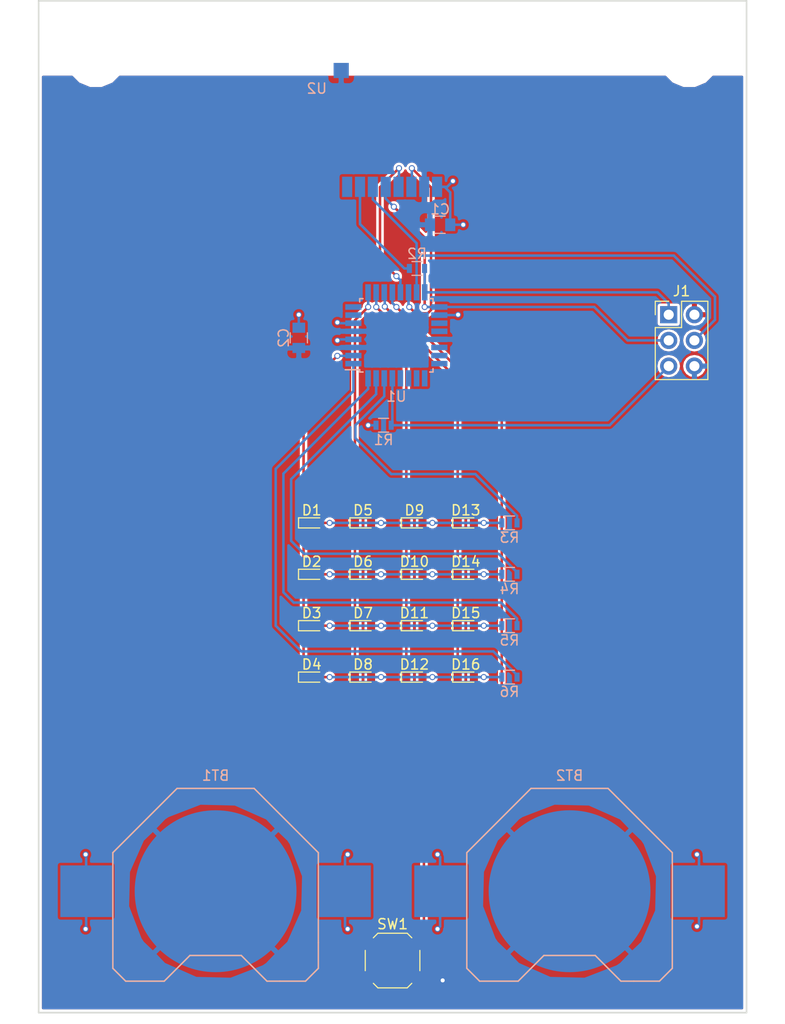
<source format=kicad_pcb>
(kicad_pcb (version 4) (host pcbnew 4.0.6)

  (general
    (links 71)
    (no_connects 0)
    (area 99.924999 49.924999 170.075001 150.075001)
    (thickness 1.6)
    (drawings 4)
    (tracks 229)
    (zones 0)
    (modules 32)
    (nets 35)
  )

  (page A4)
  (layers
    (0 F.Cu signal)
    (31 B.Cu signal)
    (32 B.Adhes user)
    (33 F.Adhes user)
    (34 B.Paste user)
    (35 F.Paste user)
    (36 B.SilkS user)
    (37 F.SilkS user)
    (38 B.Mask user)
    (39 F.Mask user)
    (40 Dwgs.User user)
    (41 Cmts.User user)
    (42 Eco1.User user)
    (43 Eco2.User user)
    (44 Edge.Cuts user)
    (45 Margin user)
    (46 B.CrtYd user)
    (47 F.CrtYd user)
    (48 B.Fab user)
    (49 F.Fab user)
  )

  (setup
    (last_trace_width 0.25)
    (trace_clearance 0.2)
    (zone_clearance 0.25)
    (zone_45_only no)
    (trace_min 0.2)
    (segment_width 0.2)
    (edge_width 0.15)
    (via_size 0.6)
    (via_drill 0.4)
    (via_min_size 0.4)
    (via_min_drill 0.3)
    (uvia_size 0.3)
    (uvia_drill 0.1)
    (uvias_allowed no)
    (uvia_min_size 0.2)
    (uvia_min_drill 0.1)
    (pcb_text_width 0.3)
    (pcb_text_size 1.5 1.5)
    (mod_edge_width 0.15)
    (mod_text_size 1 1)
    (mod_text_width 0.15)
    (pad_size 1.524 1.524)
    (pad_drill 0.762)
    (pad_to_mask_clearance 0.2)
    (aux_axis_origin 0 0)
    (visible_elements FFFFFF7F)
    (pcbplotparams
      (layerselection 0x010f0_80000001)
      (usegerberextensions true)
      (excludeedgelayer true)
      (linewidth 0.100000)
      (plotframeref false)
      (viasonmask false)
      (mode 1)
      (useauxorigin false)
      (hpglpennumber 1)
      (hpglpenspeed 20)
      (hpglpendiameter 15)
      (hpglpenoverlay 2)
      (psnegative false)
      (psa4output false)
      (plotreference true)
      (plotvalue true)
      (plotinvisibletext false)
      (padsonsilk false)
      (subtractmaskfromsilk true)
      (outputformat 1)
      (mirror false)
      (drillshape 0)
      (scaleselection 1)
      (outputdirectory Gerbers/))
  )

  (net 0 "")
  (net 1 +BATT)
  (net 2 GND)
  (net 3 "Net-(D1-Pad2)")
  (net 4 "Net-(D1-Pad1)")
  (net 5 "Net-(D10-Pad2)")
  (net 6 "Net-(D11-Pad2)")
  (net 7 "Net-(D12-Pad2)")
  (net 8 "Net-(D5-Pad1)")
  (net 9 "Net-(D10-Pad1)")
  (net 10 "Net-(D13-Pad1)")
  (net 11 MISO)
  (net 12 SCK)
  (net 13 MOSI)
  (net 14 RESET)
  (net 15 "Net-(R2-Pad2)")
  (net 16 "Net-(R3-Pad2)")
  (net 17 "Net-(R4-Pad2)")
  (net 18 "Net-(R5-Pad2)")
  (net 19 "Net-(R6-Pad2)")
  (net 20 "Net-(SW1-Pad1)")
  (net 21 "Net-(U1-Pad7)")
  (net 22 "Net-(U1-Pad8)")
  (net 23 CSN)
  (net 24 CE)
  (net 25 "Net-(U1-Pad19)")
  (net 26 "Net-(U1-Pad20)")
  (net 27 "Net-(U1-Pad22)")
  (net 28 "Net-(U1-Pad23)")
  (net 29 "Net-(U1-Pad24)")
  (net 30 "Net-(U1-Pad25)")
  (net 31 "Net-(U1-Pad26)")
  (net 32 "Net-(U1-Pad27)")
  (net 33 "Net-(U1-Pad28)")
  (net 34 "Net-(U2-Pad8)")

  (net_class Default "This is the default net class."
    (clearance 0.2)
    (trace_width 0.25)
    (via_dia 0.6)
    (via_drill 0.4)
    (uvia_dia 0.3)
    (uvia_drill 0.1)
    (add_net +BATT)
    (add_net CE)
    (add_net CSN)
    (add_net GND)
    (add_net MISO)
    (add_net MOSI)
    (add_net "Net-(D1-Pad1)")
    (add_net "Net-(D1-Pad2)")
    (add_net "Net-(D10-Pad1)")
    (add_net "Net-(D10-Pad2)")
    (add_net "Net-(D11-Pad2)")
    (add_net "Net-(D12-Pad2)")
    (add_net "Net-(D13-Pad1)")
    (add_net "Net-(D5-Pad1)")
    (add_net "Net-(R2-Pad2)")
    (add_net "Net-(R3-Pad2)")
    (add_net "Net-(R4-Pad2)")
    (add_net "Net-(R5-Pad2)")
    (add_net "Net-(R6-Pad2)")
    (add_net "Net-(SW1-Pad1)")
    (add_net "Net-(U1-Pad19)")
    (add_net "Net-(U1-Pad20)")
    (add_net "Net-(U1-Pad22)")
    (add_net "Net-(U1-Pad23)")
    (add_net "Net-(U1-Pad24)")
    (add_net "Net-(U1-Pad25)")
    (add_net "Net-(U1-Pad26)")
    (add_net "Net-(U1-Pad27)")
    (add_net "Net-(U1-Pad28)")
    (add_net "Net-(U1-Pad7)")
    (add_net "Net-(U1-Pad8)")
    (add_net "Net-(U2-Pad8)")
    (add_net RESET)
    (add_net SCK)
  )

  (module LEDs:LED_0603 (layer F.Cu) (tedit 57FE93A5) (tstamp 59B69C9F)
    (at 132.08 101.6)
    (descr "LED 0603 smd package")
    (tags "LED led 0603 SMD smd SMT smt smdled SMDLED smtled SMTLED")
    (path /59B28268)
    (attr smd)
    (fp_text reference D5 (at 0 -1.25) (layer F.SilkS)
      (effects (font (size 1 1) (thickness 0.15)))
    )
    (fp_text value LED (at 0 1.35) (layer F.Fab)
      (effects (font (size 1 1) (thickness 0.15)))
    )
    (fp_line (start -1.3 -0.5) (end -1.3 0.5) (layer F.SilkS) (width 0.12))
    (fp_line (start -0.2 -0.2) (end -0.2 0.2) (layer F.Fab) (width 0.1))
    (fp_line (start -0.15 0) (end 0.15 -0.2) (layer F.Fab) (width 0.1))
    (fp_line (start 0.15 0.2) (end -0.15 0) (layer F.Fab) (width 0.1))
    (fp_line (start 0.15 -0.2) (end 0.15 0.2) (layer F.Fab) (width 0.1))
    (fp_line (start 0.8 0.4) (end -0.8 0.4) (layer F.Fab) (width 0.1))
    (fp_line (start 0.8 -0.4) (end 0.8 0.4) (layer F.Fab) (width 0.1))
    (fp_line (start -0.8 -0.4) (end 0.8 -0.4) (layer F.Fab) (width 0.1))
    (fp_line (start -0.8 0.4) (end -0.8 -0.4) (layer F.Fab) (width 0.1))
    (fp_line (start -1.3 0.5) (end 0.8 0.5) (layer F.SilkS) (width 0.12))
    (fp_line (start -1.3 -0.5) (end 0.8 -0.5) (layer F.SilkS) (width 0.12))
    (fp_line (start 1.45 -0.65) (end 1.45 0.65) (layer F.CrtYd) (width 0.05))
    (fp_line (start 1.45 0.65) (end -1.45 0.65) (layer F.CrtYd) (width 0.05))
    (fp_line (start -1.45 0.65) (end -1.45 -0.65) (layer F.CrtYd) (width 0.05))
    (fp_line (start -1.45 -0.65) (end 1.45 -0.65) (layer F.CrtYd) (width 0.05))
    (pad 2 smd rect (at 0.8 0 180) (size 0.8 0.8) (layers F.Cu F.Paste F.Mask)
      (net 3 "Net-(D1-Pad2)"))
    (pad 1 smd rect (at -0.8 0 180) (size 0.8 0.8) (layers F.Cu F.Paste F.Mask)
      (net 8 "Net-(D5-Pad1)"))
    (model ${KISYS3DMOD}/LEDs.3dshapes/LED_0603.wrl
      (at (xyz 0 0 0))
      (scale (xyz 1 1 1))
      (rotate (xyz 0 0 180))
    )
  )

  (module LEDs:LED_0603 (layer F.Cu) (tedit 57FE93A5) (tstamp 59B69CE1)
    (at 142.24 116.84)
    (descr "LED 0603 smd package")
    (tags "LED led 0603 SMD smd SMT smt smdled SMDLED smtled SMTLED")
    (path /59B28444)
    (attr smd)
    (fp_text reference D16 (at 0 -1.25) (layer F.SilkS)
      (effects (font (size 1 1) (thickness 0.15)))
    )
    (fp_text value LED (at 0 1.35) (layer F.Fab)
      (effects (font (size 1 1) (thickness 0.15)))
    )
    (fp_line (start -1.3 -0.5) (end -1.3 0.5) (layer F.SilkS) (width 0.12))
    (fp_line (start -0.2 -0.2) (end -0.2 0.2) (layer F.Fab) (width 0.1))
    (fp_line (start -0.15 0) (end 0.15 -0.2) (layer F.Fab) (width 0.1))
    (fp_line (start 0.15 0.2) (end -0.15 0) (layer F.Fab) (width 0.1))
    (fp_line (start 0.15 -0.2) (end 0.15 0.2) (layer F.Fab) (width 0.1))
    (fp_line (start 0.8 0.4) (end -0.8 0.4) (layer F.Fab) (width 0.1))
    (fp_line (start 0.8 -0.4) (end 0.8 0.4) (layer F.Fab) (width 0.1))
    (fp_line (start -0.8 -0.4) (end 0.8 -0.4) (layer F.Fab) (width 0.1))
    (fp_line (start -0.8 0.4) (end -0.8 -0.4) (layer F.Fab) (width 0.1))
    (fp_line (start -1.3 0.5) (end 0.8 0.5) (layer F.SilkS) (width 0.12))
    (fp_line (start -1.3 -0.5) (end 0.8 -0.5) (layer F.SilkS) (width 0.12))
    (fp_line (start 1.45 -0.65) (end 1.45 0.65) (layer F.CrtYd) (width 0.05))
    (fp_line (start 1.45 0.65) (end -1.45 0.65) (layer F.CrtYd) (width 0.05))
    (fp_line (start -1.45 0.65) (end -1.45 -0.65) (layer F.CrtYd) (width 0.05))
    (fp_line (start -1.45 -0.65) (end 1.45 -0.65) (layer F.CrtYd) (width 0.05))
    (pad 2 smd rect (at 0.8 0 180) (size 0.8 0.8) (layers F.Cu F.Paste F.Mask)
      (net 7 "Net-(D12-Pad2)"))
    (pad 1 smd rect (at -0.8 0 180) (size 0.8 0.8) (layers F.Cu F.Paste F.Mask)
      (net 10 "Net-(D13-Pad1)"))
    (model ${KISYS3DMOD}/LEDs.3dshapes/LED_0603.wrl
      (at (xyz 0 0 0))
      (scale (xyz 1 1 1))
      (rotate (xyz 0 0 180))
    )
  )

  (module LEDs:LED_0603 (layer F.Cu) (tedit 57FE93A5) (tstamp 59B69CC9)
    (at 137.16 116.84)
    (descr "LED 0603 smd package")
    (tags "LED led 0603 SMD smd SMT smt smdled SMDLED smtled SMTLED")
    (path /59B2842C)
    (attr smd)
    (fp_text reference D12 (at 0 -1.25) (layer F.SilkS)
      (effects (font (size 1 1) (thickness 0.15)))
    )
    (fp_text value LED (at 0 1.35) (layer F.Fab)
      (effects (font (size 1 1) (thickness 0.15)))
    )
    (fp_line (start -1.3 -0.5) (end -1.3 0.5) (layer F.SilkS) (width 0.12))
    (fp_line (start -0.2 -0.2) (end -0.2 0.2) (layer F.Fab) (width 0.1))
    (fp_line (start -0.15 0) (end 0.15 -0.2) (layer F.Fab) (width 0.1))
    (fp_line (start 0.15 0.2) (end -0.15 0) (layer F.Fab) (width 0.1))
    (fp_line (start 0.15 -0.2) (end 0.15 0.2) (layer F.Fab) (width 0.1))
    (fp_line (start 0.8 0.4) (end -0.8 0.4) (layer F.Fab) (width 0.1))
    (fp_line (start 0.8 -0.4) (end 0.8 0.4) (layer F.Fab) (width 0.1))
    (fp_line (start -0.8 -0.4) (end 0.8 -0.4) (layer F.Fab) (width 0.1))
    (fp_line (start -0.8 0.4) (end -0.8 -0.4) (layer F.Fab) (width 0.1))
    (fp_line (start -1.3 0.5) (end 0.8 0.5) (layer F.SilkS) (width 0.12))
    (fp_line (start -1.3 -0.5) (end 0.8 -0.5) (layer F.SilkS) (width 0.12))
    (fp_line (start 1.45 -0.65) (end 1.45 0.65) (layer F.CrtYd) (width 0.05))
    (fp_line (start 1.45 0.65) (end -1.45 0.65) (layer F.CrtYd) (width 0.05))
    (fp_line (start -1.45 0.65) (end -1.45 -0.65) (layer F.CrtYd) (width 0.05))
    (fp_line (start -1.45 -0.65) (end 1.45 -0.65) (layer F.CrtYd) (width 0.05))
    (pad 2 smd rect (at 0.8 0 180) (size 0.8 0.8) (layers F.Cu F.Paste F.Mask)
      (net 7 "Net-(D12-Pad2)"))
    (pad 1 smd rect (at -0.8 0 180) (size 0.8 0.8) (layers F.Cu F.Paste F.Mask)
      (net 9 "Net-(D10-Pad1)"))
    (model ${KISYS3DMOD}/LEDs.3dshapes/LED_0603.wrl
      (at (xyz 0 0 0))
      (scale (xyz 1 1 1))
      (rotate (xyz 0 0 180))
    )
  )

  (module LEDs:LED_0603 (layer F.Cu) (tedit 57FE93A5) (tstamp 59B69CAB)
    (at 132.08 111.76)
    (descr "LED 0603 smd package")
    (tags "LED led 0603 SMD smd SMT smt smdled SMDLED smtled SMTLED")
    (path /59B28274)
    (attr smd)
    (fp_text reference D7 (at 0 -1.25) (layer F.SilkS)
      (effects (font (size 1 1) (thickness 0.15)))
    )
    (fp_text value LED (at 0 1.35) (layer F.Fab)
      (effects (font (size 1 1) (thickness 0.15)))
    )
    (fp_line (start -1.3 -0.5) (end -1.3 0.5) (layer F.SilkS) (width 0.12))
    (fp_line (start -0.2 -0.2) (end -0.2 0.2) (layer F.Fab) (width 0.1))
    (fp_line (start -0.15 0) (end 0.15 -0.2) (layer F.Fab) (width 0.1))
    (fp_line (start 0.15 0.2) (end -0.15 0) (layer F.Fab) (width 0.1))
    (fp_line (start 0.15 -0.2) (end 0.15 0.2) (layer F.Fab) (width 0.1))
    (fp_line (start 0.8 0.4) (end -0.8 0.4) (layer F.Fab) (width 0.1))
    (fp_line (start 0.8 -0.4) (end 0.8 0.4) (layer F.Fab) (width 0.1))
    (fp_line (start -0.8 -0.4) (end 0.8 -0.4) (layer F.Fab) (width 0.1))
    (fp_line (start -0.8 0.4) (end -0.8 -0.4) (layer F.Fab) (width 0.1))
    (fp_line (start -1.3 0.5) (end 0.8 0.5) (layer F.SilkS) (width 0.12))
    (fp_line (start -1.3 -0.5) (end 0.8 -0.5) (layer F.SilkS) (width 0.12))
    (fp_line (start 1.45 -0.65) (end 1.45 0.65) (layer F.CrtYd) (width 0.05))
    (fp_line (start 1.45 0.65) (end -1.45 0.65) (layer F.CrtYd) (width 0.05))
    (fp_line (start -1.45 0.65) (end -1.45 -0.65) (layer F.CrtYd) (width 0.05))
    (fp_line (start -1.45 -0.65) (end 1.45 -0.65) (layer F.CrtYd) (width 0.05))
    (pad 2 smd rect (at 0.8 0 180) (size 0.8 0.8) (layers F.Cu F.Paste F.Mask)
      (net 6 "Net-(D11-Pad2)"))
    (pad 1 smd rect (at -0.8 0 180) (size 0.8 0.8) (layers F.Cu F.Paste F.Mask)
      (net 8 "Net-(D5-Pad1)"))
    (model ${KISYS3DMOD}/LEDs.3dshapes/LED_0603.wrl
      (at (xyz 0 0 0))
      (scale (xyz 1 1 1))
      (rotate (xyz 0 0 180))
    )
  )

  (module Resistors_SMD:R_0603 (layer B.Cu) (tedit 58E0A804) (tstamp 59B69CF1)
    (at 134.112 91.948)
    (descr "Resistor SMD 0603, reflow soldering, Vishay (see dcrcw.pdf)")
    (tags "resistor 0603")
    (path /59AD36B5)
    (attr smd)
    (fp_text reference R1 (at 0 1.45) (layer B.SilkS)
      (effects (font (size 1 1) (thickness 0.15)) (justify mirror))
    )
    (fp_text value 1K (at 0 -1.5) (layer B.Fab)
      (effects (font (size 1 1) (thickness 0.15)) (justify mirror))
    )
    (fp_text user %R (at 0 0) (layer B.Fab)
      (effects (font (size 0.4 0.4) (thickness 0.075)) (justify mirror))
    )
    (fp_line (start -0.8 -0.4) (end -0.8 0.4) (layer B.Fab) (width 0.1))
    (fp_line (start 0.8 -0.4) (end -0.8 -0.4) (layer B.Fab) (width 0.1))
    (fp_line (start 0.8 0.4) (end 0.8 -0.4) (layer B.Fab) (width 0.1))
    (fp_line (start -0.8 0.4) (end 0.8 0.4) (layer B.Fab) (width 0.1))
    (fp_line (start 0.5 -0.68) (end -0.5 -0.68) (layer B.SilkS) (width 0.12))
    (fp_line (start -0.5 0.68) (end 0.5 0.68) (layer B.SilkS) (width 0.12))
    (fp_line (start -1.25 0.7) (end 1.25 0.7) (layer B.CrtYd) (width 0.05))
    (fp_line (start -1.25 0.7) (end -1.25 -0.7) (layer B.CrtYd) (width 0.05))
    (fp_line (start 1.25 -0.7) (end 1.25 0.7) (layer B.CrtYd) (width 0.05))
    (fp_line (start 1.25 -0.7) (end -1.25 -0.7) (layer B.CrtYd) (width 0.05))
    (pad 1 smd rect (at -0.75 0) (size 0.5 0.9) (layers B.Cu B.Paste B.Mask)
      (net 1 +BATT))
    (pad 2 smd rect (at 0.75 0) (size 0.5 0.9) (layers B.Cu B.Paste B.Mask)
      (net 14 RESET))
    (model ${KISYS3DMOD}/Resistors_SMD.3dshapes/R_0603.wrl
      (at (xyz 0 0 0))
      (scale (xyz 1 1 1))
      (rotate (xyz 0 0 0))
    )
  )

  (module Resistors_SMD:R_0603 (layer B.Cu) (tedit 58E0A804) (tstamp 59B69D0F)
    (at 146.558 116.84)
    (descr "Resistor SMD 0603, reflow soldering, Vishay (see dcrcw.pdf)")
    (tags "resistor 0603")
    (path /59B28A63)
    (attr smd)
    (fp_text reference R6 (at 0 1.45) (layer B.SilkS)
      (effects (font (size 1 1) (thickness 0.15)) (justify mirror))
    )
    (fp_text value 180 (at 0 -1.5) (layer B.Fab)
      (effects (font (size 1 1) (thickness 0.15)) (justify mirror))
    )
    (fp_text user %R (at 0 0) (layer B.Fab)
      (effects (font (size 0.4 0.4) (thickness 0.075)) (justify mirror))
    )
    (fp_line (start -0.8 -0.4) (end -0.8 0.4) (layer B.Fab) (width 0.1))
    (fp_line (start 0.8 -0.4) (end -0.8 -0.4) (layer B.Fab) (width 0.1))
    (fp_line (start 0.8 0.4) (end 0.8 -0.4) (layer B.Fab) (width 0.1))
    (fp_line (start -0.8 0.4) (end 0.8 0.4) (layer B.Fab) (width 0.1))
    (fp_line (start 0.5 -0.68) (end -0.5 -0.68) (layer B.SilkS) (width 0.12))
    (fp_line (start -0.5 0.68) (end 0.5 0.68) (layer B.SilkS) (width 0.12))
    (fp_line (start -1.25 0.7) (end 1.25 0.7) (layer B.CrtYd) (width 0.05))
    (fp_line (start -1.25 0.7) (end -1.25 -0.7) (layer B.CrtYd) (width 0.05))
    (fp_line (start 1.25 -0.7) (end 1.25 0.7) (layer B.CrtYd) (width 0.05))
    (fp_line (start 1.25 -0.7) (end -1.25 -0.7) (layer B.CrtYd) (width 0.05))
    (pad 1 smd rect (at -0.75 0) (size 0.5 0.9) (layers B.Cu B.Paste B.Mask)
      (net 7 "Net-(D12-Pad2)"))
    (pad 2 smd rect (at 0.75 0) (size 0.5 0.9) (layers B.Cu B.Paste B.Mask)
      (net 19 "Net-(R6-Pad2)"))
    (model ${KISYS3DMOD}/Resistors_SMD.3dshapes/R_0603.wrl
      (at (xyz 0 0 0))
      (scale (xyz 1 1 1))
      (rotate (xyz 0 0 0))
    )
  )

  (module Resistors_SMD:R_0603 (layer B.Cu) (tedit 58E0A804) (tstamp 59B69D03)
    (at 146.558 106.68)
    (descr "Resistor SMD 0603, reflow soldering, Vishay (see dcrcw.pdf)")
    (tags "resistor 0603")
    (path /59B2895F)
    (attr smd)
    (fp_text reference R4 (at 0 1.45) (layer B.SilkS)
      (effects (font (size 1 1) (thickness 0.15)) (justify mirror))
    )
    (fp_text value 180 (at 0 -1.5) (layer B.Fab)
      (effects (font (size 1 1) (thickness 0.15)) (justify mirror))
    )
    (fp_text user %R (at 0 0) (layer B.Fab)
      (effects (font (size 0.4 0.4) (thickness 0.075)) (justify mirror))
    )
    (fp_line (start -0.8 -0.4) (end -0.8 0.4) (layer B.Fab) (width 0.1))
    (fp_line (start 0.8 -0.4) (end -0.8 -0.4) (layer B.Fab) (width 0.1))
    (fp_line (start 0.8 0.4) (end 0.8 -0.4) (layer B.Fab) (width 0.1))
    (fp_line (start -0.8 0.4) (end 0.8 0.4) (layer B.Fab) (width 0.1))
    (fp_line (start 0.5 -0.68) (end -0.5 -0.68) (layer B.SilkS) (width 0.12))
    (fp_line (start -0.5 0.68) (end 0.5 0.68) (layer B.SilkS) (width 0.12))
    (fp_line (start -1.25 0.7) (end 1.25 0.7) (layer B.CrtYd) (width 0.05))
    (fp_line (start -1.25 0.7) (end -1.25 -0.7) (layer B.CrtYd) (width 0.05))
    (fp_line (start 1.25 -0.7) (end 1.25 0.7) (layer B.CrtYd) (width 0.05))
    (fp_line (start 1.25 -0.7) (end -1.25 -0.7) (layer B.CrtYd) (width 0.05))
    (pad 1 smd rect (at -0.75 0) (size 0.5 0.9) (layers B.Cu B.Paste B.Mask)
      (net 5 "Net-(D10-Pad2)"))
    (pad 2 smd rect (at 0.75 0) (size 0.5 0.9) (layers B.Cu B.Paste B.Mask)
      (net 17 "Net-(R4-Pad2)"))
    (model ${KISYS3DMOD}/Resistors_SMD.3dshapes/R_0603.wrl
      (at (xyz 0 0 0))
      (scale (xyz 1 1 1))
      (rotate (xyz 0 0 0))
    )
  )

  (module LEDs:LED_0603 (layer F.Cu) (tedit 57FE93A5) (tstamp 59B69CCF)
    (at 142.24 101.6)
    (descr "LED 0603 smd package")
    (tags "LED led 0603 SMD smd SMT smt smdled SMDLED smtled SMTLED")
    (path /59B28432)
    (attr smd)
    (fp_text reference D13 (at 0 -1.25) (layer F.SilkS)
      (effects (font (size 1 1) (thickness 0.15)))
    )
    (fp_text value LED (at 0 1.35) (layer F.Fab)
      (effects (font (size 1 1) (thickness 0.15)))
    )
    (fp_line (start -1.3 -0.5) (end -1.3 0.5) (layer F.SilkS) (width 0.12))
    (fp_line (start -0.2 -0.2) (end -0.2 0.2) (layer F.Fab) (width 0.1))
    (fp_line (start -0.15 0) (end 0.15 -0.2) (layer F.Fab) (width 0.1))
    (fp_line (start 0.15 0.2) (end -0.15 0) (layer F.Fab) (width 0.1))
    (fp_line (start 0.15 -0.2) (end 0.15 0.2) (layer F.Fab) (width 0.1))
    (fp_line (start 0.8 0.4) (end -0.8 0.4) (layer F.Fab) (width 0.1))
    (fp_line (start 0.8 -0.4) (end 0.8 0.4) (layer F.Fab) (width 0.1))
    (fp_line (start -0.8 -0.4) (end 0.8 -0.4) (layer F.Fab) (width 0.1))
    (fp_line (start -0.8 0.4) (end -0.8 -0.4) (layer F.Fab) (width 0.1))
    (fp_line (start -1.3 0.5) (end 0.8 0.5) (layer F.SilkS) (width 0.12))
    (fp_line (start -1.3 -0.5) (end 0.8 -0.5) (layer F.SilkS) (width 0.12))
    (fp_line (start 1.45 -0.65) (end 1.45 0.65) (layer F.CrtYd) (width 0.05))
    (fp_line (start 1.45 0.65) (end -1.45 0.65) (layer F.CrtYd) (width 0.05))
    (fp_line (start -1.45 0.65) (end -1.45 -0.65) (layer F.CrtYd) (width 0.05))
    (fp_line (start -1.45 -0.65) (end 1.45 -0.65) (layer F.CrtYd) (width 0.05))
    (pad 2 smd rect (at 0.8 0 180) (size 0.8 0.8) (layers F.Cu F.Paste F.Mask)
      (net 3 "Net-(D1-Pad2)"))
    (pad 1 smd rect (at -0.8 0 180) (size 0.8 0.8) (layers F.Cu F.Paste F.Mask)
      (net 10 "Net-(D13-Pad1)"))
    (model ${KISYS3DMOD}/LEDs.3dshapes/LED_0603.wrl
      (at (xyz 0 0 0))
      (scale (xyz 1 1 1))
      (rotate (xyz 0 0 180))
    )
  )

  (module LEDs:LED_0603 (layer F.Cu) (tedit 57FE93A5) (tstamp 59B69CD5)
    (at 142.24 106.68)
    (descr "LED 0603 smd package")
    (tags "LED led 0603 SMD smd SMT smt smdled SMDLED smtled SMTLED")
    (path /59B28438)
    (attr smd)
    (fp_text reference D14 (at 0 -1.25) (layer F.SilkS)
      (effects (font (size 1 1) (thickness 0.15)))
    )
    (fp_text value LED (at 0 1.35) (layer F.Fab)
      (effects (font (size 1 1) (thickness 0.15)))
    )
    (fp_line (start -1.3 -0.5) (end -1.3 0.5) (layer F.SilkS) (width 0.12))
    (fp_line (start -0.2 -0.2) (end -0.2 0.2) (layer F.Fab) (width 0.1))
    (fp_line (start -0.15 0) (end 0.15 -0.2) (layer F.Fab) (width 0.1))
    (fp_line (start 0.15 0.2) (end -0.15 0) (layer F.Fab) (width 0.1))
    (fp_line (start 0.15 -0.2) (end 0.15 0.2) (layer F.Fab) (width 0.1))
    (fp_line (start 0.8 0.4) (end -0.8 0.4) (layer F.Fab) (width 0.1))
    (fp_line (start 0.8 -0.4) (end 0.8 0.4) (layer F.Fab) (width 0.1))
    (fp_line (start -0.8 -0.4) (end 0.8 -0.4) (layer F.Fab) (width 0.1))
    (fp_line (start -0.8 0.4) (end -0.8 -0.4) (layer F.Fab) (width 0.1))
    (fp_line (start -1.3 0.5) (end 0.8 0.5) (layer F.SilkS) (width 0.12))
    (fp_line (start -1.3 -0.5) (end 0.8 -0.5) (layer F.SilkS) (width 0.12))
    (fp_line (start 1.45 -0.65) (end 1.45 0.65) (layer F.CrtYd) (width 0.05))
    (fp_line (start 1.45 0.65) (end -1.45 0.65) (layer F.CrtYd) (width 0.05))
    (fp_line (start -1.45 0.65) (end -1.45 -0.65) (layer F.CrtYd) (width 0.05))
    (fp_line (start -1.45 -0.65) (end 1.45 -0.65) (layer F.CrtYd) (width 0.05))
    (pad 2 smd rect (at 0.8 0 180) (size 0.8 0.8) (layers F.Cu F.Paste F.Mask)
      (net 5 "Net-(D10-Pad2)"))
    (pad 1 smd rect (at -0.8 0 180) (size 0.8 0.8) (layers F.Cu F.Paste F.Mask)
      (net 10 "Net-(D13-Pad1)"))
    (model ${KISYS3DMOD}/LEDs.3dshapes/LED_0603.wrl
      (at (xyz 0 0 0))
      (scale (xyz 1 1 1))
      (rotate (xyz 0 0 180))
    )
  )

  (module LEDs:LED_0603 (layer F.Cu) (tedit 57FE93A5) (tstamp 59B69CDB)
    (at 142.24 111.76)
    (descr "LED 0603 smd package")
    (tags "LED led 0603 SMD smd SMT smt smdled SMDLED smtled SMTLED")
    (path /59B2843E)
    (attr smd)
    (fp_text reference D15 (at 0 -1.25) (layer F.SilkS)
      (effects (font (size 1 1) (thickness 0.15)))
    )
    (fp_text value LED (at 0 1.35) (layer F.Fab)
      (effects (font (size 1 1) (thickness 0.15)))
    )
    (fp_line (start -1.3 -0.5) (end -1.3 0.5) (layer F.SilkS) (width 0.12))
    (fp_line (start -0.2 -0.2) (end -0.2 0.2) (layer F.Fab) (width 0.1))
    (fp_line (start -0.15 0) (end 0.15 -0.2) (layer F.Fab) (width 0.1))
    (fp_line (start 0.15 0.2) (end -0.15 0) (layer F.Fab) (width 0.1))
    (fp_line (start 0.15 -0.2) (end 0.15 0.2) (layer F.Fab) (width 0.1))
    (fp_line (start 0.8 0.4) (end -0.8 0.4) (layer F.Fab) (width 0.1))
    (fp_line (start 0.8 -0.4) (end 0.8 0.4) (layer F.Fab) (width 0.1))
    (fp_line (start -0.8 -0.4) (end 0.8 -0.4) (layer F.Fab) (width 0.1))
    (fp_line (start -0.8 0.4) (end -0.8 -0.4) (layer F.Fab) (width 0.1))
    (fp_line (start -1.3 0.5) (end 0.8 0.5) (layer F.SilkS) (width 0.12))
    (fp_line (start -1.3 -0.5) (end 0.8 -0.5) (layer F.SilkS) (width 0.12))
    (fp_line (start 1.45 -0.65) (end 1.45 0.65) (layer F.CrtYd) (width 0.05))
    (fp_line (start 1.45 0.65) (end -1.45 0.65) (layer F.CrtYd) (width 0.05))
    (fp_line (start -1.45 0.65) (end -1.45 -0.65) (layer F.CrtYd) (width 0.05))
    (fp_line (start -1.45 -0.65) (end 1.45 -0.65) (layer F.CrtYd) (width 0.05))
    (pad 2 smd rect (at 0.8 0 180) (size 0.8 0.8) (layers F.Cu F.Paste F.Mask)
      (net 6 "Net-(D11-Pad2)"))
    (pad 1 smd rect (at -0.8 0 180) (size 0.8 0.8) (layers F.Cu F.Paste F.Mask)
      (net 10 "Net-(D13-Pad1)"))
    (model ${KISYS3DMOD}/LEDs.3dshapes/LED_0603.wrl
      (at (xyz 0 0 0))
      (scale (xyz 1 1 1))
      (rotate (xyz 0 0 180))
    )
  )

  (module LEDs:LED_0603 (layer F.Cu) (tedit 57FE93A5) (tstamp 59B69CC3)
    (at 137.16 111.76)
    (descr "LED 0603 smd package")
    (tags "LED led 0603 SMD smd SMT smt smdled SMDLED smtled SMTLED")
    (path /59B28426)
    (attr smd)
    (fp_text reference D11 (at 0 -1.25) (layer F.SilkS)
      (effects (font (size 1 1) (thickness 0.15)))
    )
    (fp_text value LED (at 0 1.35) (layer F.Fab)
      (effects (font (size 1 1) (thickness 0.15)))
    )
    (fp_line (start -1.3 -0.5) (end -1.3 0.5) (layer F.SilkS) (width 0.12))
    (fp_line (start -0.2 -0.2) (end -0.2 0.2) (layer F.Fab) (width 0.1))
    (fp_line (start -0.15 0) (end 0.15 -0.2) (layer F.Fab) (width 0.1))
    (fp_line (start 0.15 0.2) (end -0.15 0) (layer F.Fab) (width 0.1))
    (fp_line (start 0.15 -0.2) (end 0.15 0.2) (layer F.Fab) (width 0.1))
    (fp_line (start 0.8 0.4) (end -0.8 0.4) (layer F.Fab) (width 0.1))
    (fp_line (start 0.8 -0.4) (end 0.8 0.4) (layer F.Fab) (width 0.1))
    (fp_line (start -0.8 -0.4) (end 0.8 -0.4) (layer F.Fab) (width 0.1))
    (fp_line (start -0.8 0.4) (end -0.8 -0.4) (layer F.Fab) (width 0.1))
    (fp_line (start -1.3 0.5) (end 0.8 0.5) (layer F.SilkS) (width 0.12))
    (fp_line (start -1.3 -0.5) (end 0.8 -0.5) (layer F.SilkS) (width 0.12))
    (fp_line (start 1.45 -0.65) (end 1.45 0.65) (layer F.CrtYd) (width 0.05))
    (fp_line (start 1.45 0.65) (end -1.45 0.65) (layer F.CrtYd) (width 0.05))
    (fp_line (start -1.45 0.65) (end -1.45 -0.65) (layer F.CrtYd) (width 0.05))
    (fp_line (start -1.45 -0.65) (end 1.45 -0.65) (layer F.CrtYd) (width 0.05))
    (pad 2 smd rect (at 0.8 0 180) (size 0.8 0.8) (layers F.Cu F.Paste F.Mask)
      (net 6 "Net-(D11-Pad2)"))
    (pad 1 smd rect (at -0.8 0 180) (size 0.8 0.8) (layers F.Cu F.Paste F.Mask)
      (net 9 "Net-(D10-Pad1)"))
    (model ${KISYS3DMOD}/LEDs.3dshapes/LED_0603.wrl
      (at (xyz 0 0 0))
      (scale (xyz 1 1 1))
      (rotate (xyz 0 0 180))
    )
  )

  (module LEDs:LED_0603 (layer F.Cu) (tedit 57FE93A5) (tstamp 59B69CB7)
    (at 137.16 101.6)
    (descr "LED 0603 smd package")
    (tags "LED led 0603 SMD smd SMT smt smdled SMDLED smtled SMTLED")
    (path /59B2841A)
    (attr smd)
    (fp_text reference D9 (at 0 -1.25) (layer F.SilkS)
      (effects (font (size 1 1) (thickness 0.15)))
    )
    (fp_text value LED (at 0 1.35) (layer F.Fab)
      (effects (font (size 1 1) (thickness 0.15)))
    )
    (fp_line (start -1.3 -0.5) (end -1.3 0.5) (layer F.SilkS) (width 0.12))
    (fp_line (start -0.2 -0.2) (end -0.2 0.2) (layer F.Fab) (width 0.1))
    (fp_line (start -0.15 0) (end 0.15 -0.2) (layer F.Fab) (width 0.1))
    (fp_line (start 0.15 0.2) (end -0.15 0) (layer F.Fab) (width 0.1))
    (fp_line (start 0.15 -0.2) (end 0.15 0.2) (layer F.Fab) (width 0.1))
    (fp_line (start 0.8 0.4) (end -0.8 0.4) (layer F.Fab) (width 0.1))
    (fp_line (start 0.8 -0.4) (end 0.8 0.4) (layer F.Fab) (width 0.1))
    (fp_line (start -0.8 -0.4) (end 0.8 -0.4) (layer F.Fab) (width 0.1))
    (fp_line (start -0.8 0.4) (end -0.8 -0.4) (layer F.Fab) (width 0.1))
    (fp_line (start -1.3 0.5) (end 0.8 0.5) (layer F.SilkS) (width 0.12))
    (fp_line (start -1.3 -0.5) (end 0.8 -0.5) (layer F.SilkS) (width 0.12))
    (fp_line (start 1.45 -0.65) (end 1.45 0.65) (layer F.CrtYd) (width 0.05))
    (fp_line (start 1.45 0.65) (end -1.45 0.65) (layer F.CrtYd) (width 0.05))
    (fp_line (start -1.45 0.65) (end -1.45 -0.65) (layer F.CrtYd) (width 0.05))
    (fp_line (start -1.45 -0.65) (end 1.45 -0.65) (layer F.CrtYd) (width 0.05))
    (pad 2 smd rect (at 0.8 0 180) (size 0.8 0.8) (layers F.Cu F.Paste F.Mask)
      (net 3 "Net-(D1-Pad2)"))
    (pad 1 smd rect (at -0.8 0 180) (size 0.8 0.8) (layers F.Cu F.Paste F.Mask)
      (net 9 "Net-(D10-Pad1)"))
    (model ${KISYS3DMOD}/LEDs.3dshapes/LED_0603.wrl
      (at (xyz 0 0 0))
      (scale (xyz 1 1 1))
      (rotate (xyz 0 0 180))
    )
  )

  (module LEDs:LED_0603 (layer F.Cu) (tedit 57FE93A5) (tstamp 59B69CB1)
    (at 132.08 116.84)
    (descr "LED 0603 smd package")
    (tags "LED led 0603 SMD smd SMT smt smdled SMDLED smtled SMTLED")
    (path /59B2827A)
    (attr smd)
    (fp_text reference D8 (at 0 -1.25) (layer F.SilkS)
      (effects (font (size 1 1) (thickness 0.15)))
    )
    (fp_text value LED (at 0 1.35) (layer F.Fab)
      (effects (font (size 1 1) (thickness 0.15)))
    )
    (fp_line (start -1.3 -0.5) (end -1.3 0.5) (layer F.SilkS) (width 0.12))
    (fp_line (start -0.2 -0.2) (end -0.2 0.2) (layer F.Fab) (width 0.1))
    (fp_line (start -0.15 0) (end 0.15 -0.2) (layer F.Fab) (width 0.1))
    (fp_line (start 0.15 0.2) (end -0.15 0) (layer F.Fab) (width 0.1))
    (fp_line (start 0.15 -0.2) (end 0.15 0.2) (layer F.Fab) (width 0.1))
    (fp_line (start 0.8 0.4) (end -0.8 0.4) (layer F.Fab) (width 0.1))
    (fp_line (start 0.8 -0.4) (end 0.8 0.4) (layer F.Fab) (width 0.1))
    (fp_line (start -0.8 -0.4) (end 0.8 -0.4) (layer F.Fab) (width 0.1))
    (fp_line (start -0.8 0.4) (end -0.8 -0.4) (layer F.Fab) (width 0.1))
    (fp_line (start -1.3 0.5) (end 0.8 0.5) (layer F.SilkS) (width 0.12))
    (fp_line (start -1.3 -0.5) (end 0.8 -0.5) (layer F.SilkS) (width 0.12))
    (fp_line (start 1.45 -0.65) (end 1.45 0.65) (layer F.CrtYd) (width 0.05))
    (fp_line (start 1.45 0.65) (end -1.45 0.65) (layer F.CrtYd) (width 0.05))
    (fp_line (start -1.45 0.65) (end -1.45 -0.65) (layer F.CrtYd) (width 0.05))
    (fp_line (start -1.45 -0.65) (end 1.45 -0.65) (layer F.CrtYd) (width 0.05))
    (pad 2 smd rect (at 0.8 0 180) (size 0.8 0.8) (layers F.Cu F.Paste F.Mask)
      (net 7 "Net-(D12-Pad2)"))
    (pad 1 smd rect (at -0.8 0 180) (size 0.8 0.8) (layers F.Cu F.Paste F.Mask)
      (net 8 "Net-(D5-Pad1)"))
    (model ${KISYS3DMOD}/LEDs.3dshapes/LED_0603.wrl
      (at (xyz 0 0 0))
      (scale (xyz 1 1 1))
      (rotate (xyz 0 0 180))
    )
  )

  (module LEDs:LED_0603 (layer F.Cu) (tedit 57FE93A5) (tstamp 59B69CBD)
    (at 137.16 106.68)
    (descr "LED 0603 smd package")
    (tags "LED led 0603 SMD smd SMT smt smdled SMDLED smtled SMTLED")
    (path /59B28420)
    (attr smd)
    (fp_text reference D10 (at 0 -1.25) (layer F.SilkS)
      (effects (font (size 1 1) (thickness 0.15)))
    )
    (fp_text value LED (at 0 1.35) (layer F.Fab)
      (effects (font (size 1 1) (thickness 0.15)))
    )
    (fp_line (start -1.3 -0.5) (end -1.3 0.5) (layer F.SilkS) (width 0.12))
    (fp_line (start -0.2 -0.2) (end -0.2 0.2) (layer F.Fab) (width 0.1))
    (fp_line (start -0.15 0) (end 0.15 -0.2) (layer F.Fab) (width 0.1))
    (fp_line (start 0.15 0.2) (end -0.15 0) (layer F.Fab) (width 0.1))
    (fp_line (start 0.15 -0.2) (end 0.15 0.2) (layer F.Fab) (width 0.1))
    (fp_line (start 0.8 0.4) (end -0.8 0.4) (layer F.Fab) (width 0.1))
    (fp_line (start 0.8 -0.4) (end 0.8 0.4) (layer F.Fab) (width 0.1))
    (fp_line (start -0.8 -0.4) (end 0.8 -0.4) (layer F.Fab) (width 0.1))
    (fp_line (start -0.8 0.4) (end -0.8 -0.4) (layer F.Fab) (width 0.1))
    (fp_line (start -1.3 0.5) (end 0.8 0.5) (layer F.SilkS) (width 0.12))
    (fp_line (start -1.3 -0.5) (end 0.8 -0.5) (layer F.SilkS) (width 0.12))
    (fp_line (start 1.45 -0.65) (end 1.45 0.65) (layer F.CrtYd) (width 0.05))
    (fp_line (start 1.45 0.65) (end -1.45 0.65) (layer F.CrtYd) (width 0.05))
    (fp_line (start -1.45 0.65) (end -1.45 -0.65) (layer F.CrtYd) (width 0.05))
    (fp_line (start -1.45 -0.65) (end 1.45 -0.65) (layer F.CrtYd) (width 0.05))
    (pad 2 smd rect (at 0.8 0 180) (size 0.8 0.8) (layers F.Cu F.Paste F.Mask)
      (net 5 "Net-(D10-Pad2)"))
    (pad 1 smd rect (at -0.8 0 180) (size 0.8 0.8) (layers F.Cu F.Paste F.Mask)
      (net 9 "Net-(D10-Pad1)"))
    (model ${KISYS3DMOD}/LEDs.3dshapes/LED_0603.wrl
      (at (xyz 0 0 0))
      (scale (xyz 1 1 1))
      (rotate (xyz 0 0 180))
    )
  )

  (module LEDs:LED_0603 (layer F.Cu) (tedit 57FE93A5) (tstamp 59B69C8D)
    (at 127 106.68)
    (descr "LED 0603 smd package")
    (tags "LED led 0603 SMD smd SMT smt smdled SMDLED smtled SMTLED")
    (path /59B27ED9)
    (attr smd)
    (fp_text reference D2 (at 0 -1.25) (layer F.SilkS)
      (effects (font (size 1 1) (thickness 0.15)))
    )
    (fp_text value LED (at 0 1.35) (layer F.Fab)
      (effects (font (size 1 1) (thickness 0.15)))
    )
    (fp_line (start -1.3 -0.5) (end -1.3 0.5) (layer F.SilkS) (width 0.12))
    (fp_line (start -0.2 -0.2) (end -0.2 0.2) (layer F.Fab) (width 0.1))
    (fp_line (start -0.15 0) (end 0.15 -0.2) (layer F.Fab) (width 0.1))
    (fp_line (start 0.15 0.2) (end -0.15 0) (layer F.Fab) (width 0.1))
    (fp_line (start 0.15 -0.2) (end 0.15 0.2) (layer F.Fab) (width 0.1))
    (fp_line (start 0.8 0.4) (end -0.8 0.4) (layer F.Fab) (width 0.1))
    (fp_line (start 0.8 -0.4) (end 0.8 0.4) (layer F.Fab) (width 0.1))
    (fp_line (start -0.8 -0.4) (end 0.8 -0.4) (layer F.Fab) (width 0.1))
    (fp_line (start -0.8 0.4) (end -0.8 -0.4) (layer F.Fab) (width 0.1))
    (fp_line (start -1.3 0.5) (end 0.8 0.5) (layer F.SilkS) (width 0.12))
    (fp_line (start -1.3 -0.5) (end 0.8 -0.5) (layer F.SilkS) (width 0.12))
    (fp_line (start 1.45 -0.65) (end 1.45 0.65) (layer F.CrtYd) (width 0.05))
    (fp_line (start 1.45 0.65) (end -1.45 0.65) (layer F.CrtYd) (width 0.05))
    (fp_line (start -1.45 0.65) (end -1.45 -0.65) (layer F.CrtYd) (width 0.05))
    (fp_line (start -1.45 -0.65) (end 1.45 -0.65) (layer F.CrtYd) (width 0.05))
    (pad 2 smd rect (at 0.8 0 180) (size 0.8 0.8) (layers F.Cu F.Paste F.Mask)
      (net 5 "Net-(D10-Pad2)"))
    (pad 1 smd rect (at -0.8 0 180) (size 0.8 0.8) (layers F.Cu F.Paste F.Mask)
      (net 4 "Net-(D1-Pad1)"))
    (model ${KISYS3DMOD}/LEDs.3dshapes/LED_0603.wrl
      (at (xyz 0 0 0))
      (scale (xyz 1 1 1))
      (rotate (xyz 0 0 180))
    )
  )

  (module LEDs:LED_0603 (layer F.Cu) (tedit 57FE93A5) (tstamp 59B69C93)
    (at 127 111.76)
    (descr "LED 0603 smd package")
    (tags "LED led 0603 SMD smd SMT smt smdled SMDLED smtled SMTLED")
    (path /59B27FFA)
    (attr smd)
    (fp_text reference D3 (at 0 -1.25) (layer F.SilkS)
      (effects (font (size 1 1) (thickness 0.15)))
    )
    (fp_text value LED (at 0 1.35) (layer F.Fab)
      (effects (font (size 1 1) (thickness 0.15)))
    )
    (fp_line (start -1.3 -0.5) (end -1.3 0.5) (layer F.SilkS) (width 0.12))
    (fp_line (start -0.2 -0.2) (end -0.2 0.2) (layer F.Fab) (width 0.1))
    (fp_line (start -0.15 0) (end 0.15 -0.2) (layer F.Fab) (width 0.1))
    (fp_line (start 0.15 0.2) (end -0.15 0) (layer F.Fab) (width 0.1))
    (fp_line (start 0.15 -0.2) (end 0.15 0.2) (layer F.Fab) (width 0.1))
    (fp_line (start 0.8 0.4) (end -0.8 0.4) (layer F.Fab) (width 0.1))
    (fp_line (start 0.8 -0.4) (end 0.8 0.4) (layer F.Fab) (width 0.1))
    (fp_line (start -0.8 -0.4) (end 0.8 -0.4) (layer F.Fab) (width 0.1))
    (fp_line (start -0.8 0.4) (end -0.8 -0.4) (layer F.Fab) (width 0.1))
    (fp_line (start -1.3 0.5) (end 0.8 0.5) (layer F.SilkS) (width 0.12))
    (fp_line (start -1.3 -0.5) (end 0.8 -0.5) (layer F.SilkS) (width 0.12))
    (fp_line (start 1.45 -0.65) (end 1.45 0.65) (layer F.CrtYd) (width 0.05))
    (fp_line (start 1.45 0.65) (end -1.45 0.65) (layer F.CrtYd) (width 0.05))
    (fp_line (start -1.45 0.65) (end -1.45 -0.65) (layer F.CrtYd) (width 0.05))
    (fp_line (start -1.45 -0.65) (end 1.45 -0.65) (layer F.CrtYd) (width 0.05))
    (pad 2 smd rect (at 0.8 0 180) (size 0.8 0.8) (layers F.Cu F.Paste F.Mask)
      (net 6 "Net-(D11-Pad2)"))
    (pad 1 smd rect (at -0.8 0 180) (size 0.8 0.8) (layers F.Cu F.Paste F.Mask)
      (net 4 "Net-(D1-Pad1)"))
    (model ${KISYS3DMOD}/LEDs.3dshapes/LED_0603.wrl
      (at (xyz 0 0 0))
      (scale (xyz 1 1 1))
      (rotate (xyz 0 0 180))
    )
  )

  (module LEDs:LED_0603 (layer F.Cu) (tedit 57FE93A5) (tstamp 59B69C99)
    (at 127 116.84)
    (descr "LED 0603 smd package")
    (tags "LED led 0603 SMD smd SMT smt smdled SMDLED smtled SMTLED")
    (path /59B28063)
    (attr smd)
    (fp_text reference D4 (at 0 -1.25) (layer F.SilkS)
      (effects (font (size 1 1) (thickness 0.15)))
    )
    (fp_text value LED (at 0 1.35) (layer F.Fab)
      (effects (font (size 1 1) (thickness 0.15)))
    )
    (fp_line (start -1.3 -0.5) (end -1.3 0.5) (layer F.SilkS) (width 0.12))
    (fp_line (start -0.2 -0.2) (end -0.2 0.2) (layer F.Fab) (width 0.1))
    (fp_line (start -0.15 0) (end 0.15 -0.2) (layer F.Fab) (width 0.1))
    (fp_line (start 0.15 0.2) (end -0.15 0) (layer F.Fab) (width 0.1))
    (fp_line (start 0.15 -0.2) (end 0.15 0.2) (layer F.Fab) (width 0.1))
    (fp_line (start 0.8 0.4) (end -0.8 0.4) (layer F.Fab) (width 0.1))
    (fp_line (start 0.8 -0.4) (end 0.8 0.4) (layer F.Fab) (width 0.1))
    (fp_line (start -0.8 -0.4) (end 0.8 -0.4) (layer F.Fab) (width 0.1))
    (fp_line (start -0.8 0.4) (end -0.8 -0.4) (layer F.Fab) (width 0.1))
    (fp_line (start -1.3 0.5) (end 0.8 0.5) (layer F.SilkS) (width 0.12))
    (fp_line (start -1.3 -0.5) (end 0.8 -0.5) (layer F.SilkS) (width 0.12))
    (fp_line (start 1.45 -0.65) (end 1.45 0.65) (layer F.CrtYd) (width 0.05))
    (fp_line (start 1.45 0.65) (end -1.45 0.65) (layer F.CrtYd) (width 0.05))
    (fp_line (start -1.45 0.65) (end -1.45 -0.65) (layer F.CrtYd) (width 0.05))
    (fp_line (start -1.45 -0.65) (end 1.45 -0.65) (layer F.CrtYd) (width 0.05))
    (pad 2 smd rect (at 0.8 0 180) (size 0.8 0.8) (layers F.Cu F.Paste F.Mask)
      (net 7 "Net-(D12-Pad2)"))
    (pad 1 smd rect (at -0.8 0 180) (size 0.8 0.8) (layers F.Cu F.Paste F.Mask)
      (net 4 "Net-(D1-Pad1)"))
    (model ${KISYS3DMOD}/LEDs.3dshapes/LED_0603.wrl
      (at (xyz 0 0 0))
      (scale (xyz 1 1 1))
      (rotate (xyz 0 0 180))
    )
  )

  (module LEDs:LED_0603 (layer F.Cu) (tedit 57FE93A5) (tstamp 59B69CA5)
    (at 132.08 106.68)
    (descr "LED 0603 smd package")
    (tags "LED led 0603 SMD smd SMT smt smdled SMDLED smtled SMTLED")
    (path /59B2826E)
    (attr smd)
    (fp_text reference D6 (at 0 -1.25) (layer F.SilkS)
      (effects (font (size 1 1) (thickness 0.15)))
    )
    (fp_text value LED (at 0 1.35) (layer F.Fab)
      (effects (font (size 1 1) (thickness 0.15)))
    )
    (fp_line (start -1.3 -0.5) (end -1.3 0.5) (layer F.SilkS) (width 0.12))
    (fp_line (start -0.2 -0.2) (end -0.2 0.2) (layer F.Fab) (width 0.1))
    (fp_line (start -0.15 0) (end 0.15 -0.2) (layer F.Fab) (width 0.1))
    (fp_line (start 0.15 0.2) (end -0.15 0) (layer F.Fab) (width 0.1))
    (fp_line (start 0.15 -0.2) (end 0.15 0.2) (layer F.Fab) (width 0.1))
    (fp_line (start 0.8 0.4) (end -0.8 0.4) (layer F.Fab) (width 0.1))
    (fp_line (start 0.8 -0.4) (end 0.8 0.4) (layer F.Fab) (width 0.1))
    (fp_line (start -0.8 -0.4) (end 0.8 -0.4) (layer F.Fab) (width 0.1))
    (fp_line (start -0.8 0.4) (end -0.8 -0.4) (layer F.Fab) (width 0.1))
    (fp_line (start -1.3 0.5) (end 0.8 0.5) (layer F.SilkS) (width 0.12))
    (fp_line (start -1.3 -0.5) (end 0.8 -0.5) (layer F.SilkS) (width 0.12))
    (fp_line (start 1.45 -0.65) (end 1.45 0.65) (layer F.CrtYd) (width 0.05))
    (fp_line (start 1.45 0.65) (end -1.45 0.65) (layer F.CrtYd) (width 0.05))
    (fp_line (start -1.45 0.65) (end -1.45 -0.65) (layer F.CrtYd) (width 0.05))
    (fp_line (start -1.45 -0.65) (end 1.45 -0.65) (layer F.CrtYd) (width 0.05))
    (pad 2 smd rect (at 0.8 0 180) (size 0.8 0.8) (layers F.Cu F.Paste F.Mask)
      (net 5 "Net-(D10-Pad2)"))
    (pad 1 smd rect (at -0.8 0 180) (size 0.8 0.8) (layers F.Cu F.Paste F.Mask)
      (net 8 "Net-(D5-Pad1)"))
    (model ${KISYS3DMOD}/LEDs.3dshapes/LED_0603.wrl
      (at (xyz 0 0 0))
      (scale (xyz 1 1 1))
      (rotate (xyz 0 0 180))
    )
  )

  (module Resistors_SMD:R_0603 (layer B.Cu) (tedit 58E0A804) (tstamp 59B69D09)
    (at 146.558 111.76)
    (descr "Resistor SMD 0603, reflow soldering, Vishay (see dcrcw.pdf)")
    (tags "resistor 0603")
    (path /59B289E2)
    (attr smd)
    (fp_text reference R5 (at 0 1.45) (layer B.SilkS)
      (effects (font (size 1 1) (thickness 0.15)) (justify mirror))
    )
    (fp_text value 180 (at 0 -1.5) (layer B.Fab)
      (effects (font (size 1 1) (thickness 0.15)) (justify mirror))
    )
    (fp_text user %R (at 0 0) (layer B.Fab)
      (effects (font (size 0.4 0.4) (thickness 0.075)) (justify mirror))
    )
    (fp_line (start -0.8 -0.4) (end -0.8 0.4) (layer B.Fab) (width 0.1))
    (fp_line (start 0.8 -0.4) (end -0.8 -0.4) (layer B.Fab) (width 0.1))
    (fp_line (start 0.8 0.4) (end 0.8 -0.4) (layer B.Fab) (width 0.1))
    (fp_line (start -0.8 0.4) (end 0.8 0.4) (layer B.Fab) (width 0.1))
    (fp_line (start 0.5 -0.68) (end -0.5 -0.68) (layer B.SilkS) (width 0.12))
    (fp_line (start -0.5 0.68) (end 0.5 0.68) (layer B.SilkS) (width 0.12))
    (fp_line (start -1.25 0.7) (end 1.25 0.7) (layer B.CrtYd) (width 0.05))
    (fp_line (start -1.25 0.7) (end -1.25 -0.7) (layer B.CrtYd) (width 0.05))
    (fp_line (start 1.25 -0.7) (end 1.25 0.7) (layer B.CrtYd) (width 0.05))
    (fp_line (start 1.25 -0.7) (end -1.25 -0.7) (layer B.CrtYd) (width 0.05))
    (pad 1 smd rect (at -0.75 0) (size 0.5 0.9) (layers B.Cu B.Paste B.Mask)
      (net 6 "Net-(D11-Pad2)"))
    (pad 2 smd rect (at 0.75 0) (size 0.5 0.9) (layers B.Cu B.Paste B.Mask)
      (net 18 "Net-(R5-Pad2)"))
    (model ${KISYS3DMOD}/Resistors_SMD.3dshapes/R_0603.wrl
      (at (xyz 0 0 0))
      (scale (xyz 1 1 1))
      (rotate (xyz 0 0 0))
    )
  )

  (module Resistors_SMD:R_0603 (layer B.Cu) (tedit 58E0A804) (tstamp 59B69CF7)
    (at 137.414 76.454 180)
    (descr "Resistor SMD 0603, reflow soldering, Vishay (see dcrcw.pdf)")
    (tags "resistor 0603")
    (path /59B2ACC3)
    (attr smd)
    (fp_text reference R2 (at 0 1.45 180) (layer B.SilkS)
      (effects (font (size 1 1) (thickness 0.15)) (justify mirror))
    )
    (fp_text value 1K (at 0 -1.5 180) (layer B.Fab)
      (effects (font (size 1 1) (thickness 0.15)) (justify mirror))
    )
    (fp_text user %R (at 0 0 180) (layer B.Fab)
      (effects (font (size 0.4 0.4) (thickness 0.075)) (justify mirror))
    )
    (fp_line (start -0.8 -0.4) (end -0.8 0.4) (layer B.Fab) (width 0.1))
    (fp_line (start 0.8 -0.4) (end -0.8 -0.4) (layer B.Fab) (width 0.1))
    (fp_line (start 0.8 0.4) (end 0.8 -0.4) (layer B.Fab) (width 0.1))
    (fp_line (start -0.8 0.4) (end 0.8 0.4) (layer B.Fab) (width 0.1))
    (fp_line (start 0.5 -0.68) (end -0.5 -0.68) (layer B.SilkS) (width 0.12))
    (fp_line (start -0.5 0.68) (end 0.5 0.68) (layer B.SilkS) (width 0.12))
    (fp_line (start -1.25 0.7) (end 1.25 0.7) (layer B.CrtYd) (width 0.05))
    (fp_line (start -1.25 0.7) (end -1.25 -0.7) (layer B.CrtYd) (width 0.05))
    (fp_line (start 1.25 -0.7) (end 1.25 0.7) (layer B.CrtYd) (width 0.05))
    (fp_line (start 1.25 -0.7) (end -1.25 -0.7) (layer B.CrtYd) (width 0.05))
    (pad 1 smd rect (at -0.75 0 180) (size 0.5 0.9) (layers B.Cu B.Paste B.Mask)
      (net 11 MISO))
    (pad 2 smd rect (at 0.75 0 180) (size 0.5 0.9) (layers B.Cu B.Paste B.Mask)
      (net 15 "Net-(R2-Pad2)"))
    (model ${KISYS3DMOD}/Resistors_SMD.3dshapes/R_0603.wrl
      (at (xyz 0 0 0))
      (scale (xyz 1 1 1))
      (rotate (xyz 0 0 0))
    )
  )

  (module Resistors_SMD:R_0603 (layer B.Cu) (tedit 58E0A804) (tstamp 59B69CFD)
    (at 146.558 101.6)
    (descr "Resistor SMD 0603, reflow soldering, Vishay (see dcrcw.pdf)")
    (tags "resistor 0603")
    (path /59B285C2)
    (attr smd)
    (fp_text reference R3 (at 0 1.45) (layer B.SilkS)
      (effects (font (size 1 1) (thickness 0.15)) (justify mirror))
    )
    (fp_text value 180 (at 0 -1.5) (layer B.Fab)
      (effects (font (size 1 1) (thickness 0.15)) (justify mirror))
    )
    (fp_text user %R (at 0 0) (layer B.Fab)
      (effects (font (size 0.4 0.4) (thickness 0.075)) (justify mirror))
    )
    (fp_line (start -0.8 -0.4) (end -0.8 0.4) (layer B.Fab) (width 0.1))
    (fp_line (start 0.8 -0.4) (end -0.8 -0.4) (layer B.Fab) (width 0.1))
    (fp_line (start 0.8 0.4) (end 0.8 -0.4) (layer B.Fab) (width 0.1))
    (fp_line (start -0.8 0.4) (end 0.8 0.4) (layer B.Fab) (width 0.1))
    (fp_line (start 0.5 -0.68) (end -0.5 -0.68) (layer B.SilkS) (width 0.12))
    (fp_line (start -0.5 0.68) (end 0.5 0.68) (layer B.SilkS) (width 0.12))
    (fp_line (start -1.25 0.7) (end 1.25 0.7) (layer B.CrtYd) (width 0.05))
    (fp_line (start -1.25 0.7) (end -1.25 -0.7) (layer B.CrtYd) (width 0.05))
    (fp_line (start 1.25 -0.7) (end 1.25 0.7) (layer B.CrtYd) (width 0.05))
    (fp_line (start 1.25 -0.7) (end -1.25 -0.7) (layer B.CrtYd) (width 0.05))
    (pad 1 smd rect (at -0.75 0) (size 0.5 0.9) (layers B.Cu B.Paste B.Mask)
      (net 3 "Net-(D1-Pad2)"))
    (pad 2 smd rect (at 0.75 0) (size 0.5 0.9) (layers B.Cu B.Paste B.Mask)
      (net 16 "Net-(R3-Pad2)"))
    (model ${KISYS3DMOD}/Resistors_SMD.3dshapes/R_0603.wrl
      (at (xyz 0 0 0))
      (scale (xyz 1 1 1))
      (rotate (xyz 0 0 0))
    )
  )

  (module Mounting_Holes:MountingHole_5.3mm_M5 (layer F.Cu) (tedit 59B6C1ED) (tstamp 59B69F48)
    (at 164.338 55.626)
    (descr "Mounting Hole 5.3mm, no annular, M5")
    (tags "mounting hole 5.3mm no annular m5")
    (fp_text reference REF** (at 0 -6.3) (layer F.SilkS) hide
      (effects (font (size 1 1) (thickness 0.15)))
    )
    (fp_text value MountingHole_5.3mm_M5 (at 0 6.3) (layer F.Fab)
      (effects (font (size 1 1) (thickness 0.15)))
    )
    (fp_circle (center 0 0) (end 5.3 0) (layer Cmts.User) (width 0.15))
    (fp_circle (center 0 0) (end 5.55 0) (layer F.CrtYd) (width 0.05))
    (pad 1 np_thru_hole circle (at 0 0) (size 5.3 5.3) (drill 5.3) (layers *.Cu *.Mask))
  )

  (module Hardware:CCR-2008 (layer B.Cu) (tedit 59B69ADF) (tstamp 59B69C60)
    (at 117.5 138)
    (path /59B68B1C)
    (fp_text reference BT1 (at 0 -11.43) (layer B.SilkS)
      (effects (font (size 1 1) (thickness 0.15)) (justify mirror))
    )
    (fp_text value CR2032 (at 0 8.89) (layer B.Fab)
      (effects (font (size 1 1) (thickness 0.15)) (justify mirror))
    )
    (fp_line (start -10.16 7.62) (end -10.16 -3.81) (layer B.SilkS) (width 0.15))
    (fp_line (start -8.89 8.89) (end -10.16 7.62) (layer B.SilkS) (width 0.15))
    (fp_line (start -5.08 8.89) (end -8.89 8.89) (layer B.SilkS) (width 0.15))
    (fp_line (start -2.54 6.35) (end -5.08 8.89) (layer B.SilkS) (width 0.15))
    (fp_line (start 2.54 6.35) (end -2.54 6.35) (layer B.SilkS) (width 0.15))
    (fp_line (start 5.08 8.89) (end 2.54 6.35) (layer B.SilkS) (width 0.15))
    (fp_line (start 6.35 8.89) (end 5.08 8.89) (layer B.SilkS) (width 0.15))
    (fp_line (start 8.89 8.89) (end 6.35 8.89) (layer B.SilkS) (width 0.15))
    (fp_line (start 10.16 7.62) (end 8.89 8.89) (layer B.SilkS) (width 0.15))
    (fp_line (start 10.16 5.08) (end 10.16 7.62) (layer B.SilkS) (width 0.15))
    (fp_line (start 10.16 -3.81) (end 10.16 5.08) (layer B.SilkS) (width 0.15))
    (fp_line (start 3.81 -10.16) (end 10.16 -3.81) (layer B.SilkS) (width 0.15))
    (fp_line (start -3.81 -10.16) (end 3.81 -10.16) (layer B.SilkS) (width 0.15))
    (fp_line (start -10.16 -3.81) (end -3.81 -10.16) (layer B.SilkS) (width 0.15))
    (pad 1 smd rect (at -12.8 0) (size 5.1 5.1) (layers B.Cu B.Paste B.Mask)
      (net 1 +BATT))
    (pad 1 smd rect (at 12.8 0) (size 5.1 5.1) (layers B.Cu B.Paste B.Mask)
      (net 1 +BATT))
    (pad 2 smd circle (at 0 0) (size 16 16) (layers B.Cu B.Paste B.Mask)
      (net 2 GND))
  )

  (module Hardware:CCR-2008 (layer B.Cu) (tedit 59B69ADF) (tstamp 59B69C75)
    (at 152.5 138)
    (path /59AD3C09)
    (fp_text reference BT2 (at 0 -11.43) (layer B.SilkS)
      (effects (font (size 1 1) (thickness 0.15)) (justify mirror))
    )
    (fp_text value CR2032 (at 0 8.89) (layer B.Fab)
      (effects (font (size 1 1) (thickness 0.15)) (justify mirror))
    )
    (fp_line (start -10.16 7.62) (end -10.16 -3.81) (layer B.SilkS) (width 0.15))
    (fp_line (start -8.89 8.89) (end -10.16 7.62) (layer B.SilkS) (width 0.15))
    (fp_line (start -5.08 8.89) (end -8.89 8.89) (layer B.SilkS) (width 0.15))
    (fp_line (start -2.54 6.35) (end -5.08 8.89) (layer B.SilkS) (width 0.15))
    (fp_line (start 2.54 6.35) (end -2.54 6.35) (layer B.SilkS) (width 0.15))
    (fp_line (start 5.08 8.89) (end 2.54 6.35) (layer B.SilkS) (width 0.15))
    (fp_line (start 6.35 8.89) (end 5.08 8.89) (layer B.SilkS) (width 0.15))
    (fp_line (start 8.89 8.89) (end 6.35 8.89) (layer B.SilkS) (width 0.15))
    (fp_line (start 10.16 7.62) (end 8.89 8.89) (layer B.SilkS) (width 0.15))
    (fp_line (start 10.16 5.08) (end 10.16 7.62) (layer B.SilkS) (width 0.15))
    (fp_line (start 10.16 -3.81) (end 10.16 5.08) (layer B.SilkS) (width 0.15))
    (fp_line (start 3.81 -10.16) (end 10.16 -3.81) (layer B.SilkS) (width 0.15))
    (fp_line (start -3.81 -10.16) (end 3.81 -10.16) (layer B.SilkS) (width 0.15))
    (fp_line (start -10.16 -3.81) (end -3.81 -10.16) (layer B.SilkS) (width 0.15))
    (pad 1 smd rect (at -12.8 0) (size 5.1 5.1) (layers B.Cu B.Paste B.Mask)
      (net 1 +BATT))
    (pad 1 smd rect (at 12.8 0) (size 5.1 5.1) (layers B.Cu B.Paste B.Mask)
      (net 1 +BATT))
    (pad 2 smd circle (at 0 0) (size 16 16) (layers B.Cu B.Paste B.Mask)
      (net 2 GND))
  )

  (module Capacitors_SMD:C_0805 (layer B.Cu) (tedit 58AA8463) (tstamp 59B69C7B)
    (at 139.7 72.136 180)
    (descr "Capacitor SMD 0805, reflow soldering, AVX (see smccp.pdf)")
    (tags "capacitor 0805")
    (path /59B29D57)
    (attr smd)
    (fp_text reference C1 (at 0 1.524 180) (layer B.SilkS)
      (effects (font (size 1 1) (thickness 0.15)) (justify mirror))
    )
    (fp_text value 10uF (at 0 -1.75 180) (layer B.Fab)
      (effects (font (size 1 1) (thickness 0.15)) (justify mirror))
    )
    (fp_text user %R (at 0 1.5 180) (layer B.Fab)
      (effects (font (size 1 1) (thickness 0.15)) (justify mirror))
    )
    (fp_line (start -1 -0.62) (end -1 0.62) (layer B.Fab) (width 0.1))
    (fp_line (start 1 -0.62) (end -1 -0.62) (layer B.Fab) (width 0.1))
    (fp_line (start 1 0.62) (end 1 -0.62) (layer B.Fab) (width 0.1))
    (fp_line (start -1 0.62) (end 1 0.62) (layer B.Fab) (width 0.1))
    (fp_line (start 0.5 0.85) (end -0.5 0.85) (layer B.SilkS) (width 0.12))
    (fp_line (start -0.5 -0.85) (end 0.5 -0.85) (layer B.SilkS) (width 0.12))
    (fp_line (start -1.75 0.88) (end 1.75 0.88) (layer B.CrtYd) (width 0.05))
    (fp_line (start -1.75 0.88) (end -1.75 -0.87) (layer B.CrtYd) (width 0.05))
    (fp_line (start 1.75 -0.87) (end 1.75 0.88) (layer B.CrtYd) (width 0.05))
    (fp_line (start 1.75 -0.87) (end -1.75 -0.87) (layer B.CrtYd) (width 0.05))
    (pad 1 smd rect (at -1 0 180) (size 1 1.25) (layers B.Cu B.Paste B.Mask)
      (net 1 +BATT))
    (pad 2 smd rect (at 1 0 180) (size 1 1.25) (layers B.Cu B.Paste B.Mask)
      (net 2 GND))
    (model Capacitors_SMD.3dshapes/C_0805.wrl
      (at (xyz 0 0 0))
      (scale (xyz 1 1 1))
      (rotate (xyz 0 0 0))
    )
  )

  (module Capacitors_SMD:C_0805 (layer B.Cu) (tedit 58AA8463) (tstamp 59B69C81)
    (at 125.73 83.312 270)
    (descr "Capacitor SMD 0805, reflow soldering, AVX (see smccp.pdf)")
    (tags "capacitor 0805")
    (path /59B6A08A)
    (attr smd)
    (fp_text reference C2 (at 0 1.5 270) (layer B.SilkS)
      (effects (font (size 1 1) (thickness 0.15)) (justify mirror))
    )
    (fp_text value 10uF (at 0 -1.75 270) (layer B.Fab)
      (effects (font (size 1 1) (thickness 0.15)) (justify mirror))
    )
    (fp_text user %R (at 0 1.5 270) (layer B.Fab)
      (effects (font (size 1 1) (thickness 0.15)) (justify mirror))
    )
    (fp_line (start -1 -0.62) (end -1 0.62) (layer B.Fab) (width 0.1))
    (fp_line (start 1 -0.62) (end -1 -0.62) (layer B.Fab) (width 0.1))
    (fp_line (start 1 0.62) (end 1 -0.62) (layer B.Fab) (width 0.1))
    (fp_line (start -1 0.62) (end 1 0.62) (layer B.Fab) (width 0.1))
    (fp_line (start 0.5 0.85) (end -0.5 0.85) (layer B.SilkS) (width 0.12))
    (fp_line (start -0.5 -0.85) (end 0.5 -0.85) (layer B.SilkS) (width 0.12))
    (fp_line (start -1.75 0.88) (end 1.75 0.88) (layer B.CrtYd) (width 0.05))
    (fp_line (start -1.75 0.88) (end -1.75 -0.87) (layer B.CrtYd) (width 0.05))
    (fp_line (start 1.75 -0.87) (end 1.75 0.88) (layer B.CrtYd) (width 0.05))
    (fp_line (start 1.75 -0.87) (end -1.75 -0.87) (layer B.CrtYd) (width 0.05))
    (pad 1 smd rect (at -1 0 270) (size 1 1.25) (layers B.Cu B.Paste B.Mask)
      (net 1 +BATT))
    (pad 2 smd rect (at 1 0 270) (size 1 1.25) (layers B.Cu B.Paste B.Mask)
      (net 2 GND))
    (model Capacitors_SMD.3dshapes/C_0805.wrl
      (at (xyz 0 0 0))
      (scale (xyz 1 1 1))
      (rotate (xyz 0 0 0))
    )
  )

  (module LEDs:LED_0603 (layer F.Cu) (tedit 57FE93A5) (tstamp 59B69C87)
    (at 127 101.6)
    (descr "LED 0603 smd package")
    (tags "LED led 0603 SMD smd SMT smt smdled SMDLED smtled SMTLED")
    (path /59B27D1E)
    (attr smd)
    (fp_text reference D1 (at 0 -1.25) (layer F.SilkS)
      (effects (font (size 1 1) (thickness 0.15)))
    )
    (fp_text value LED (at 0 1.35) (layer F.Fab)
      (effects (font (size 1 1) (thickness 0.15)))
    )
    (fp_line (start -1.3 -0.5) (end -1.3 0.5) (layer F.SilkS) (width 0.12))
    (fp_line (start -0.2 -0.2) (end -0.2 0.2) (layer F.Fab) (width 0.1))
    (fp_line (start -0.15 0) (end 0.15 -0.2) (layer F.Fab) (width 0.1))
    (fp_line (start 0.15 0.2) (end -0.15 0) (layer F.Fab) (width 0.1))
    (fp_line (start 0.15 -0.2) (end 0.15 0.2) (layer F.Fab) (width 0.1))
    (fp_line (start 0.8 0.4) (end -0.8 0.4) (layer F.Fab) (width 0.1))
    (fp_line (start 0.8 -0.4) (end 0.8 0.4) (layer F.Fab) (width 0.1))
    (fp_line (start -0.8 -0.4) (end 0.8 -0.4) (layer F.Fab) (width 0.1))
    (fp_line (start -0.8 0.4) (end -0.8 -0.4) (layer F.Fab) (width 0.1))
    (fp_line (start -1.3 0.5) (end 0.8 0.5) (layer F.SilkS) (width 0.12))
    (fp_line (start -1.3 -0.5) (end 0.8 -0.5) (layer F.SilkS) (width 0.12))
    (fp_line (start 1.45 -0.65) (end 1.45 0.65) (layer F.CrtYd) (width 0.05))
    (fp_line (start 1.45 0.65) (end -1.45 0.65) (layer F.CrtYd) (width 0.05))
    (fp_line (start -1.45 0.65) (end -1.45 -0.65) (layer F.CrtYd) (width 0.05))
    (fp_line (start -1.45 -0.65) (end 1.45 -0.65) (layer F.CrtYd) (width 0.05))
    (pad 2 smd rect (at 0.8 0 180) (size 0.8 0.8) (layers F.Cu F.Paste F.Mask)
      (net 3 "Net-(D1-Pad2)"))
    (pad 1 smd rect (at -0.8 0 180) (size 0.8 0.8) (layers F.Cu F.Paste F.Mask)
      (net 4 "Net-(D1-Pad1)"))
    (model ${KISYS3DMOD}/LEDs.3dshapes/LED_0603.wrl
      (at (xyz 0 0 0))
      (scale (xyz 1 1 1))
      (rotate (xyz 0 0 180))
    )
  )

  (module Pin_Headers:Pin_Header_Straight_2x03_Pitch2.54mm (layer F.Cu) (tedit 59650532) (tstamp 59B69CEB)
    (at 162.306 81.026)
    (descr "Through hole straight pin header, 2x03, 2.54mm pitch, double rows")
    (tags "Through hole pin header THT 2x03 2.54mm double row")
    (path /59AD3A3C)
    (fp_text reference J1 (at 1.27 -2.33) (layer F.SilkS)
      (effects (font (size 1 1) (thickness 0.15)))
    )
    (fp_text value ICSP (at 1.27 7.41) (layer F.Fab)
      (effects (font (size 1 1) (thickness 0.15)))
    )
    (fp_line (start 0 -1.27) (end 3.81 -1.27) (layer F.Fab) (width 0.1))
    (fp_line (start 3.81 -1.27) (end 3.81 6.35) (layer F.Fab) (width 0.1))
    (fp_line (start 3.81 6.35) (end -1.27 6.35) (layer F.Fab) (width 0.1))
    (fp_line (start -1.27 6.35) (end -1.27 0) (layer F.Fab) (width 0.1))
    (fp_line (start -1.27 0) (end 0 -1.27) (layer F.Fab) (width 0.1))
    (fp_line (start -1.33 6.41) (end 3.87 6.41) (layer F.SilkS) (width 0.12))
    (fp_line (start -1.33 1.27) (end -1.33 6.41) (layer F.SilkS) (width 0.12))
    (fp_line (start 3.87 -1.33) (end 3.87 6.41) (layer F.SilkS) (width 0.12))
    (fp_line (start -1.33 1.27) (end 1.27 1.27) (layer F.SilkS) (width 0.12))
    (fp_line (start 1.27 1.27) (end 1.27 -1.33) (layer F.SilkS) (width 0.12))
    (fp_line (start 1.27 -1.33) (end 3.87 -1.33) (layer F.SilkS) (width 0.12))
    (fp_line (start -1.33 0) (end -1.33 -1.33) (layer F.SilkS) (width 0.12))
    (fp_line (start -1.33 -1.33) (end 0 -1.33) (layer F.SilkS) (width 0.12))
    (fp_line (start -1.8 -1.8) (end -1.8 6.85) (layer F.CrtYd) (width 0.05))
    (fp_line (start -1.8 6.85) (end 4.35 6.85) (layer F.CrtYd) (width 0.05))
    (fp_line (start 4.35 6.85) (end 4.35 -1.8) (layer F.CrtYd) (width 0.05))
    (fp_line (start 4.35 -1.8) (end -1.8 -1.8) (layer F.CrtYd) (width 0.05))
    (fp_text user %R (at 1.27 2.54 90) (layer F.Fab)
      (effects (font (size 1 1) (thickness 0.15)))
    )
    (pad 1 thru_hole rect (at 0 0) (size 1.7 1.7) (drill 1) (layers *.Cu *.Mask)
      (net 11 MISO))
    (pad 2 thru_hole oval (at 2.54 0) (size 1.7 1.7) (drill 1) (layers *.Cu *.Mask)
      (net 1 +BATT))
    (pad 3 thru_hole oval (at 0 2.54) (size 1.7 1.7) (drill 1) (layers *.Cu *.Mask)
      (net 12 SCK))
    (pad 4 thru_hole oval (at 2.54 2.54) (size 1.7 1.7) (drill 1) (layers *.Cu *.Mask)
      (net 13 MOSI))
    (pad 5 thru_hole oval (at 0 5.08) (size 1.7 1.7) (drill 1) (layers *.Cu *.Mask)
      (net 14 RESET))
    (pad 6 thru_hole oval (at 2.54 5.08) (size 1.7 1.7) (drill 1) (layers *.Cu *.Mask)
      (net 2 GND))
  )

  (module Buttons_Switches_SMD:SW_SPST_SKQG (layer F.Cu) (tedit 58724BB1) (tstamp 59B69D17)
    (at 135 144.852)
    (descr "ALPS 5.2mm Square Low-profile TACT Switch (SMD), http://www.alps.com/prod/info/E/PDF/Tact/SurfaceMount/SKQG/SKQG.PDF")
    (tags "SPST Button Switch")
    (path /59AF06A3)
    (attr smd)
    (fp_text reference SW1 (at 0 -3.6) (layer F.SilkS)
      (effects (font (size 1 1) (thickness 0.15)))
    )
    (fp_text value Btn (at 0 3.7) (layer F.Fab)
      (effects (font (size 1 1) (thickness 0.15)))
    )
    (fp_line (start 1.45 -2.6) (end 2.55 -1.5) (layer F.Fab) (width 0.1))
    (fp_line (start 2.55 -1.5) (end 2.55 1.45) (layer F.Fab) (width 0.1))
    (fp_line (start 2.55 1.45) (end 1.4 2.6) (layer F.Fab) (width 0.1))
    (fp_line (start 1.4 2.6) (end -1.45 2.6) (layer F.Fab) (width 0.1))
    (fp_line (start -1.45 2.6) (end -2.6 1.45) (layer F.Fab) (width 0.1))
    (fp_line (start -2.6 1.45) (end -2.6 -1.45) (layer F.Fab) (width 0.1))
    (fp_line (start -2.6 -1.45) (end -1.45 -2.6) (layer F.Fab) (width 0.1))
    (fp_line (start -1.45 -2.6) (end 1.45 -2.6) (layer F.Fab) (width 0.1))
    (fp_text user %R (at 0 -3.6) (layer F.Fab)
      (effects (font (size 1 1) (thickness 0.15)))
    )
    (fp_line (start -4.25 -2.95) (end -4.25 2.95) (layer F.CrtYd) (width 0.05))
    (fp_line (start 4.25 -2.95) (end -4.25 -2.95) (layer F.CrtYd) (width 0.05))
    (fp_line (start 4.25 2.95) (end 4.25 -2.95) (layer F.CrtYd) (width 0.05))
    (fp_line (start -4.25 2.95) (end 4.25 2.95) (layer F.CrtYd) (width 0.05))
    (fp_line (start -1.2 -1.8) (end 1.2 -1.8) (layer F.Fab) (width 0.1))
    (fp_line (start -1.8 -1.2) (end -1.2 -1.8) (layer F.Fab) (width 0.1))
    (fp_line (start -1.8 1.2) (end -1.8 -1.2) (layer F.Fab) (width 0.1))
    (fp_line (start -1.2 1.8) (end -1.8 1.2) (layer F.Fab) (width 0.1))
    (fp_line (start 1.2 1.8) (end -1.2 1.8) (layer F.Fab) (width 0.1))
    (fp_line (start 1.8 1.2) (end 1.2 1.8) (layer F.Fab) (width 0.1))
    (fp_line (start 1.8 -1.2) (end 1.8 1.2) (layer F.Fab) (width 0.1))
    (fp_line (start 1.2 -1.8) (end 1.8 -1.2) (layer F.Fab) (width 0.1))
    (fp_line (start -1.45 -2.7) (end 1.45 -2.7) (layer F.SilkS) (width 0.12))
    (fp_line (start -1.9 -2.25) (end -1.45 -2.7) (layer F.SilkS) (width 0.12))
    (fp_line (start -2.7 1) (end -2.7 -1) (layer F.SilkS) (width 0.12))
    (fp_line (start -1.45 2.7) (end -1.9 2.25) (layer F.SilkS) (width 0.12))
    (fp_line (start 1.45 2.7) (end -1.45 2.7) (layer F.SilkS) (width 0.12))
    (fp_line (start 1.9 2.25) (end 1.45 2.7) (layer F.SilkS) (width 0.12))
    (fp_line (start 2.7 -1) (end 2.7 1) (layer F.SilkS) (width 0.12))
    (fp_line (start 1.45 -2.7) (end 1.9 -2.25) (layer F.SilkS) (width 0.12))
    (fp_circle (center 0 0) (end 1 0) (layer F.Fab) (width 0.1))
    (pad 1 smd rect (at -3.1 -1.85) (size 1.8 1.1) (layers F.Cu F.Paste F.Mask)
      (net 20 "Net-(SW1-Pad1)"))
    (pad 1 smd rect (at 3.1 -1.85) (size 1.8 1.1) (layers F.Cu F.Paste F.Mask)
      (net 20 "Net-(SW1-Pad1)"))
    (pad 2 smd rect (at -3.1 1.85) (size 1.8 1.1) (layers F.Cu F.Paste F.Mask)
      (net 2 GND))
    (pad 2 smd rect (at 3.1 1.85) (size 1.8 1.1) (layers F.Cu F.Paste F.Mask)
      (net 2 GND))
    (model ${KISYS3DMOD}/Buttons_Switches_SMD.3dshapes/SW_SPST_SKQG.wrl
      (at (xyz 0 0 0))
      (scale (xyz 1 1 1))
      (rotate (xyz 0 0 0))
    )
  )

  (module Housings_QFP:TQFP-32_7x7mm_Pitch0.8mm (layer B.Cu) (tedit 58CC9A48) (tstamp 59B69D3B)
    (at 135.376 83.064)
    (descr "32-Lead Plastic Thin Quad Flatpack (PT) - 7x7x1.0 mm Body, 2.00 mm [TQFP] (see Microchip Packaging Specification 00000049BS.pdf)")
    (tags "QFP 0.8")
    (path /59AD3761)
    (attr smd)
    (fp_text reference U1 (at 0 6.05) (layer B.SilkS)
      (effects (font (size 1 1) (thickness 0.15)) (justify mirror))
    )
    (fp_text value ATMEGA328P-AU (at 0 -6.05) (layer B.Fab)
      (effects (font (size 1 1) (thickness 0.15)) (justify mirror))
    )
    (fp_text user %R (at 0 0) (layer B.Fab)
      (effects (font (size 1 1) (thickness 0.15)) (justify mirror))
    )
    (fp_line (start -2.5 3.5) (end 3.5 3.5) (layer B.Fab) (width 0.15))
    (fp_line (start 3.5 3.5) (end 3.5 -3.5) (layer B.Fab) (width 0.15))
    (fp_line (start 3.5 -3.5) (end -3.5 -3.5) (layer B.Fab) (width 0.15))
    (fp_line (start -3.5 -3.5) (end -3.5 2.5) (layer B.Fab) (width 0.15))
    (fp_line (start -3.5 2.5) (end -2.5 3.5) (layer B.Fab) (width 0.15))
    (fp_line (start -5.3 5.3) (end -5.3 -5.3) (layer B.CrtYd) (width 0.05))
    (fp_line (start 5.3 5.3) (end 5.3 -5.3) (layer B.CrtYd) (width 0.05))
    (fp_line (start -5.3 5.3) (end 5.3 5.3) (layer B.CrtYd) (width 0.05))
    (fp_line (start -5.3 -5.3) (end 5.3 -5.3) (layer B.CrtYd) (width 0.05))
    (fp_line (start -3.625 3.625) (end -3.625 3.4) (layer B.SilkS) (width 0.15))
    (fp_line (start 3.625 3.625) (end 3.625 3.3) (layer B.SilkS) (width 0.15))
    (fp_line (start 3.625 -3.625) (end 3.625 -3.3) (layer B.SilkS) (width 0.15))
    (fp_line (start -3.625 -3.625) (end -3.625 -3.3) (layer B.SilkS) (width 0.15))
    (fp_line (start -3.625 3.625) (end -3.3 3.625) (layer B.SilkS) (width 0.15))
    (fp_line (start -3.625 -3.625) (end -3.3 -3.625) (layer B.SilkS) (width 0.15))
    (fp_line (start 3.625 -3.625) (end 3.3 -3.625) (layer B.SilkS) (width 0.15))
    (fp_line (start 3.625 3.625) (end 3.3 3.625) (layer B.SilkS) (width 0.15))
    (fp_line (start -3.625 3.4) (end -5.05 3.4) (layer B.SilkS) (width 0.15))
    (pad 1 smd rect (at -4.25 2.8) (size 1.6 0.55) (layers B.Cu B.Paste B.Mask)
      (net 19 "Net-(R6-Pad2)"))
    (pad 2 smd rect (at -4.25 2) (size 1.6 0.55) (layers B.Cu B.Paste B.Mask)
      (net 4 "Net-(D1-Pad1)"))
    (pad 3 smd rect (at -4.25 1.2) (size 1.6 0.55) (layers B.Cu B.Paste B.Mask)
      (net 2 GND))
    (pad 4 smd rect (at -4.25 0.4) (size 1.6 0.55) (layers B.Cu B.Paste B.Mask)
      (net 1 +BATT))
    (pad 5 smd rect (at -4.25 -0.4) (size 1.6 0.55) (layers B.Cu B.Paste B.Mask)
      (net 2 GND))
    (pad 6 smd rect (at -4.25 -1.2) (size 1.6 0.55) (layers B.Cu B.Paste B.Mask)
      (net 1 +BATT))
    (pad 7 smd rect (at -4.25 -2) (size 1.6 0.55) (layers B.Cu B.Paste B.Mask)
      (net 21 "Net-(U1-Pad7)"))
    (pad 8 smd rect (at -4.25 -2.8) (size 1.6 0.55) (layers B.Cu B.Paste B.Mask)
      (net 22 "Net-(U1-Pad8)"))
    (pad 9 smd rect (at -2.8 -4.25 270) (size 1.6 0.55) (layers B.Cu B.Paste B.Mask)
      (net 8 "Net-(D5-Pad1)"))
    (pad 10 smd rect (at -2 -4.25 270) (size 1.6 0.55) (layers B.Cu B.Paste B.Mask)
      (net 9 "Net-(D10-Pad1)"))
    (pad 11 smd rect (at -1.2 -4.25 270) (size 1.6 0.55) (layers B.Cu B.Paste B.Mask)
      (net 10 "Net-(D13-Pad1)"))
    (pad 12 smd rect (at -0.4 -4.25 270) (size 1.6 0.55) (layers B.Cu B.Paste B.Mask)
      (net 20 "Net-(SW1-Pad1)"))
    (pad 13 smd rect (at 0.4 -4.25 270) (size 1.6 0.55) (layers B.Cu B.Paste B.Mask)
      (net 23 CSN))
    (pad 14 smd rect (at 1.2 -4.25 270) (size 1.6 0.55) (layers B.Cu B.Paste B.Mask)
      (net 24 CE))
    (pad 15 smd rect (at 2 -4.25 270) (size 1.6 0.55) (layers B.Cu B.Paste B.Mask)
      (net 13 MOSI))
    (pad 16 smd rect (at 2.8 -4.25 270) (size 1.6 0.55) (layers B.Cu B.Paste B.Mask)
      (net 11 MISO))
    (pad 17 smd rect (at 4.25 -2.8) (size 1.6 0.55) (layers B.Cu B.Paste B.Mask)
      (net 12 SCK))
    (pad 18 smd rect (at 4.25 -2) (size 1.6 0.55) (layers B.Cu B.Paste B.Mask)
      (net 1 +BATT))
    (pad 19 smd rect (at 4.25 -1.2) (size 1.6 0.55) (layers B.Cu B.Paste B.Mask)
      (net 25 "Net-(U1-Pad19)"))
    (pad 20 smd rect (at 4.25 -0.4) (size 1.6 0.55) (layers B.Cu B.Paste B.Mask)
      (net 26 "Net-(U1-Pad20)"))
    (pad 21 smd rect (at 4.25 0.4) (size 1.6 0.55) (layers B.Cu B.Paste B.Mask)
      (net 2 GND))
    (pad 22 smd rect (at 4.25 1.2) (size 1.6 0.55) (layers B.Cu B.Paste B.Mask)
      (net 27 "Net-(U1-Pad22)"))
    (pad 23 smd rect (at 4.25 2) (size 1.6 0.55) (layers B.Cu B.Paste B.Mask)
      (net 28 "Net-(U1-Pad23)"))
    (pad 24 smd rect (at 4.25 2.8) (size 1.6 0.55) (layers B.Cu B.Paste B.Mask)
      (net 29 "Net-(U1-Pad24)"))
    (pad 25 smd rect (at 2.8 4.25 270) (size 1.6 0.55) (layers B.Cu B.Paste B.Mask)
      (net 30 "Net-(U1-Pad25)"))
    (pad 26 smd rect (at 2 4.25 270) (size 1.6 0.55) (layers B.Cu B.Paste B.Mask)
      (net 31 "Net-(U1-Pad26)"))
    (pad 27 smd rect (at 1.2 4.25 270) (size 1.6 0.55) (layers B.Cu B.Paste B.Mask)
      (net 32 "Net-(U1-Pad27)"))
    (pad 28 smd rect (at 0.4 4.25 270) (size 1.6 0.55) (layers B.Cu B.Paste B.Mask)
      (net 33 "Net-(U1-Pad28)"))
    (pad 29 smd rect (at -0.4 4.25 270) (size 1.6 0.55) (layers B.Cu B.Paste B.Mask)
      (net 14 RESET))
    (pad 30 smd rect (at -1.2 4.25 270) (size 1.6 0.55) (layers B.Cu B.Paste B.Mask)
      (net 16 "Net-(R3-Pad2)"))
    (pad 31 smd rect (at -2 4.25 270) (size 1.6 0.55) (layers B.Cu B.Paste B.Mask)
      (net 17 "Net-(R4-Pad2)"))
    (pad 32 smd rect (at -2.8 4.25 270) (size 1.6 0.55) (layers B.Cu B.Paste B.Mask)
      (net 18 "Net-(R5-Pad2)"))
    (model ${KISYS3DMOD}/Housings_QFP.3dshapes/TQFP-32_7x7mm_Pitch0.8mm.wrl
      (at (xyz 0 0 0))
      (scale (xyz 1 1 1))
      (rotate (xyz 0 0 0))
    )
  )

  (module Hardware:NRF24L01-SMD (layer B.Cu) (tedit 59B689C3) (tstamp 59B69D4D)
    (at 135 59.69 180)
    (path /59AEFEFD)
    (fp_text reference U2 (at 7.492 1.016 180) (layer B.SilkS)
      (effects (font (size 1 1) (thickness 0.15)) (justify mirror))
    )
    (fp_text value NRF24L01 (at 0 4.8 180) (layer B.Fab)
      (effects (font (size 1 1) (thickness 0.15)) (justify mirror))
    )
    (fp_line (start -6 2.8) (end 6 2.8) (layer B.CrtYd) (width 0.15))
    (fp_line (start -6 -8.7) (end -6 9.3) (layer B.CrtYd) (width 0.15))
    (fp_line (start 6 -8.7) (end -6 -8.7) (layer B.CrtYd) (width 0.15))
    (fp_line (start 6 9.3) (end 6 -8.7) (layer B.CrtYd) (width 0.15))
    (fp_line (start -6 9.3) (end 6 9.3) (layer B.CrtYd) (width 0.15))
    (pad 2 smd rect (at -4.4 -8.7 180) (size 1 2) (layers B.Cu B.Paste B.Mask)
      (net 1 +BATT))
    (pad 1 smd rect (at -3.13 -8.7 180) (size 1 2) (layers B.Cu B.Paste B.Mask)
      (net 2 GND))
    (pad 3 smd rect (at -1.86 -8.7 180) (size 1 2) (layers B.Cu B.Paste B.Mask)
      (net 24 CE))
    (pad 4 smd rect (at -0.59 -8.7 180) (size 1 2) (layers B.Cu B.Paste B.Mask)
      (net 23 CSN))
    (pad 5 smd rect (at 0.68 -8.7 180) (size 1 2) (layers B.Cu B.Paste B.Mask)
      (net 12 SCK))
    (pad 6 smd rect (at 1.95 -8.7 180) (size 1 2) (layers B.Cu B.Paste B.Mask)
      (net 13 MOSI))
    (pad 7 smd rect (at 3.22 -8.7 180) (size 1 2) (layers B.Cu B.Paste B.Mask)
      (net 15 "Net-(R2-Pad2)"))
    (pad 8 smd rect (at 4.49 -8.7 180) (size 1 2) (layers B.Cu B.Paste B.Mask)
      (net 34 "Net-(U2-Pad8)"))
    (pad 1 smd rect (at 5.08 2.8 180) (size 1.5 1.5) (layers B.Cu B.Paste B.Mask)
      (net 2 GND))
    (model ${KIPRJMOD}/nrf24smd.wrl
      (at (xyz -5.7625 2.9 0.03))
      (scale (xyz 0.395 0.395 0.395))
      (rotate (xyz 0 0 0))
    )
    (model Housings_DFN_QFN.3dshapes/QFN-20-1EP_5x5mm_Pitch0.65mm.wrl
      (at (xyz 0.0165 -0.109 0.062))
      (scale (xyz 1 1 1))
      (rotate (xyz 0 0 0))
    )
  )

  (module Mounting_Holes:MountingHole_5.3mm_M5 (layer F.Cu) (tedit 59B6C1F2) (tstamp 59B69F46)
    (at 105.664 55.626)
    (descr "Mounting Hole 5.3mm, no annular, M5")
    (tags "mounting hole 5.3mm no annular m5")
    (fp_text reference REF** (at 0 -6.3) (layer F.SilkS) hide
      (effects (font (size 1 1) (thickness 0.15)))
    )
    (fp_text value MountingHole_5.3mm_M5 (at 0 6.3) (layer F.Fab)
      (effects (font (size 1 1) (thickness 0.15)))
    )
    (fp_circle (center 0 0) (end 5.3 0) (layer Cmts.User) (width 0.15))
    (fp_circle (center 0 0) (end 5.55 0) (layer F.CrtYd) (width 0.05))
    (pad 1 np_thru_hole circle (at 0 0) (size 5.3 5.3) (drill 5.3) (layers *.Cu *.Mask))
  )

  (gr_line (start 170 50) (end 170 150) (layer Edge.Cuts) (width 0.15) (tstamp 59B69E5F))
  (gr_line (start 100 50) (end 170 50) (layer Edge.Cuts) (width 0.15) (tstamp 59B69E5C))
  (gr_line (start 100 50) (end 100 150) (layer Edge.Cuts) (width 0.15))
  (gr_line (start 100 150) (end 170 150) (layer Edge.Cuts) (width 0.15))

  (segment (start 140.7 72.136) (end 141.986 72.136) (width 0.25) (layer B.Cu) (net 1))
  (via (at 141.986 72.136) (size 0.6) (drill 0.4) (layers F.Cu B.Cu) (net 1))
  (segment (start 139.4 68.39) (end 140.398 68.39) (width 0.25) (layer B.Cu) (net 1))
  (segment (start 140.398 68.39) (end 140.97 67.818) (width 0.25) (layer B.Cu) (net 1))
  (via (at 140.97 67.818) (size 0.6) (drill 0.4) (layers F.Cu B.Cu) (net 1))
  (segment (start 140.7 72.136) (end 140.7 68.94) (width 0.25) (layer B.Cu) (net 1))
  (segment (start 140.7 68.94) (end 140.15 68.39) (width 0.25) (layer B.Cu) (net 1))
  (segment (start 140.15 68.39) (end 139.4 68.39) (width 0.25) (layer B.Cu) (net 1))
  (segment (start 139.626 81.064) (end 141.44 81.064) (width 0.25) (layer B.Cu) (net 1))
  (segment (start 141.44 81.064) (end 141.478 81.026) (width 0.25) (layer B.Cu) (net 1))
  (via (at 141.478 81.026) (size 0.6) (drill 0.4) (layers F.Cu B.Cu) (net 1))
  (via (at 125.73 81.026) (size 0.6) (drill 0.4) (layers F.Cu B.Cu) (net 1))
  (via (at 132.588 91.948) (size 0.6) (drill 0.4) (layers F.Cu B.Cu) (net 1))
  (via (at 129.54 83.566) (size 0.6) (drill 0.4) (layers F.Cu B.Cu) (net 1))
  (via (at 165.1 134.366) (size 0.6) (drill 0.4) (layers F.Cu B.Cu) (net 1))
  (via (at 139.446 141.732) (size 0.6) (drill 0.4) (layers F.Cu B.Cu) (net 1))
  (via (at 139.446 134.366) (size 0.6) (drill 0.4) (layers F.Cu B.Cu) (net 1))
  (via (at 165.1 141.478) (size 0.6) (drill 0.4) (layers F.Cu B.Cu) (net 1))
  (via (at 130.556 141.732) (size 0.6) (drill 0.4) (layers F.Cu B.Cu) (net 1))
  (via (at 130.556 134.366) (size 0.6) (drill 0.4) (layers F.Cu B.Cu) (net 1))
  (via (at 129.54 81.788) (size 0.6) (drill 0.4) (layers F.Cu B.Cu) (net 1))
  (via (at 104.648 141.732) (size 0.6) (drill 0.4) (layers F.Cu B.Cu) (net 1))
  (via (at 104.648 134.366) (size 0.6) (drill 0.4) (layers F.Cu B.Cu) (net 1))
  (segment (start 125.73 82.312) (end 125.73 81.026) (width 0.25) (layer B.Cu) (net 1))
  (segment (start 129.616 81.864) (end 129.54 81.788) (width 0.25) (layer B.Cu) (net 1))
  (segment (start 129.642 83.464) (end 129.54 83.566) (width 0.25) (layer B.Cu) (net 1))
  (segment (start 133.362 91.948) (end 132.588 91.948) (width 0.25) (layer B.Cu) (net 1))
  (segment (start 165.3 138) (end 165.3 134.566) (width 0.25) (layer B.Cu) (net 1))
  (segment (start 165.3 134.566) (end 165.1 134.366) (width 0.25) (layer B.Cu) (net 1))
  (segment (start 131.126 81.864) (end 129.616 81.864) (width 0.25) (layer B.Cu) (net 1))
  (segment (start 139.7 138) (end 139.7 141.478) (width 0.25) (layer B.Cu) (net 1))
  (segment (start 139.7 141.478) (end 139.446 141.732) (width 0.25) (layer B.Cu) (net 1))
  (segment (start 139.7 138) (end 139.7 134.62) (width 0.25) (layer B.Cu) (net 1))
  (segment (start 165.3 138) (end 165.3 141.278) (width 0.25) (layer B.Cu) (net 1))
  (segment (start 130.3 138) (end 130.3 141.476) (width 0.25) (layer B.Cu) (net 1))
  (segment (start 130.3 141.476) (end 130.556 141.732) (width 0.25) (layer B.Cu) (net 1))
  (segment (start 131.126 83.464) (end 129.642 83.464) (width 0.25) (layer B.Cu) (net 1))
  (segment (start 130.3 134.622) (end 130.556 134.366) (width 0.25) (layer B.Cu) (net 1))
  (segment (start 104.7 138) (end 104.7 141.68) (width 0.25) (layer B.Cu) (net 1))
  (segment (start 139.7 134.62) (end 139.446 134.366) (width 0.25) (layer B.Cu) (net 1))
  (segment (start 104.7 141.68) (end 104.648 141.732) (width 0.25) (layer B.Cu) (net 1))
  (segment (start 104.7 138) (end 104.7 134.418) (width 0.25) (layer B.Cu) (net 1))
  (segment (start 165.3 141.278) (end 165.1 141.478) (width 0.25) (layer B.Cu) (net 1))
  (segment (start 104.7 134.418) (end 104.648 134.366) (width 0.25) (layer B.Cu) (net 1))
  (segment (start 130.3 138) (end 130.3 134.622) (width 0.25) (layer B.Cu) (net 1))
  (segment (start 129.92 56.89) (end 129.92 57.89) (width 0.25) (layer B.Cu) (net 2))
  (segment (start 129.92 57.89) (end 129.794 58.016) (width 0.25) (layer B.Cu) (net 2))
  (segment (start 138.1 146.702) (end 139.844 146.702) (width 0.25) (layer F.Cu) (net 2))
  (segment (start 139.844 146.702) (end 139.954 146.812) (width 0.25) (layer F.Cu) (net 2))
  (via (at 139.954 146.812) (size 0.6) (drill 0.4) (layers F.Cu B.Cu) (net 2))
  (segment (start 131.9 146.702) (end 133.05 146.702) (width 0.25) (layer F.Cu) (net 2))
  (segment (start 133.05 146.702) (end 138.1 146.702) (width 0.25) (layer F.Cu) (net 2))
  (segment (start 144.018 101.6) (end 145.808 101.6) (width 0.25) (layer B.Cu) (net 3))
  (segment (start 144.018 101.6) (end 143.04 101.6) (width 0.25) (layer F.Cu) (net 3))
  (segment (start 138.938 101.6) (end 144.018 101.6) (width 0.25) (layer B.Cu) (net 3))
  (via (at 144.018 101.6) (size 0.6) (drill 0.4) (layers F.Cu B.Cu) (net 3))
  (segment (start 138.938 101.6) (end 137.96 101.6) (width 0.25) (layer F.Cu) (net 3))
  (segment (start 133.858 101.6) (end 138.938 101.6) (width 0.25) (layer B.Cu) (net 3))
  (via (at 138.938 101.6) (size 0.6) (drill 0.4) (layers F.Cu B.Cu) (net 3))
  (segment (start 132.88 101.6) (end 133.858 101.6) (width 0.25) (layer F.Cu) (net 3))
  (segment (start 128.778 101.6) (end 133.096 101.6) (width 0.25) (layer B.Cu) (net 3))
  (segment (start 133.096 101.6) (end 133.858 101.6) (width 0.25) (layer B.Cu) (net 3))
  (via (at 133.858 101.6) (size 0.6) (drill 0.4) (layers F.Cu B.Cu) (net 3))
  (segment (start 127.8 101.6) (end 128.778 101.6) (width 0.25) (layer F.Cu) (net 3))
  (via (at 128.778 101.6) (size 0.6) (drill 0.4) (layers F.Cu B.Cu) (net 3))
  (segment (start 129.54 85.09) (end 131.1 85.09) (width 0.25) (layer B.Cu) (net 4))
  (segment (start 131.1 85.09) (end 131.126 85.064) (width 0.25) (layer B.Cu) (net 4))
  (segment (start 126.2 101.6) (end 126.2 88.43) (width 0.25) (layer F.Cu) (net 4))
  (segment (start 126.2 88.43) (end 129.54 85.09) (width 0.25) (layer F.Cu) (net 4))
  (via (at 129.54 85.09) (size 0.6) (drill 0.4) (layers F.Cu B.Cu) (net 4))
  (segment (start 126.2 106.68) (end 126.2 101.6) (width 0.25) (layer F.Cu) (net 4))
  (segment (start 126.2 111.76) (end 126.2 106.68) (width 0.25) (layer F.Cu) (net 4))
  (segment (start 126.2 116.84) (end 126.2 111.76) (width 0.25) (layer F.Cu) (net 4))
  (segment (start 144.018 106.68) (end 145.808 106.68) (width 0.25) (layer B.Cu) (net 5))
  (segment (start 144.018 106.68) (end 143.04 106.68) (width 0.25) (layer F.Cu) (net 5))
  (segment (start 138.938 106.68) (end 144.018 106.68) (width 0.25) (layer B.Cu) (net 5))
  (via (at 144.018 106.68) (size 0.6) (drill 0.4) (layers F.Cu B.Cu) (net 5))
  (segment (start 138.938 106.68) (end 137.96 106.68) (width 0.25) (layer F.Cu) (net 5))
  (segment (start 133.858 106.68) (end 138.938 106.68) (width 0.25) (layer B.Cu) (net 5))
  (via (at 138.938 106.68) (size 0.6) (drill 0.4) (layers F.Cu B.Cu) (net 5))
  (segment (start 133.858 106.68) (end 132.88 106.68) (width 0.25) (layer F.Cu) (net 5))
  (segment (start 128.778 106.68) (end 133.858 106.68) (width 0.25) (layer B.Cu) (net 5))
  (via (at 133.858 106.68) (size 0.6) (drill 0.4) (layers F.Cu B.Cu) (net 5))
  (segment (start 127.8 106.68) (end 128.778 106.68) (width 0.25) (layer F.Cu) (net 5))
  (via (at 128.778 106.68) (size 0.6) (drill 0.4) (layers F.Cu B.Cu) (net 5))
  (segment (start 144.018 111.76) (end 145.808 111.76) (width 0.25) (layer B.Cu) (net 6))
  (segment (start 144.018 111.76) (end 143.04 111.76) (width 0.25) (layer F.Cu) (net 6))
  (segment (start 138.938 111.76) (end 144.018 111.76) (width 0.25) (layer B.Cu) (net 6))
  (via (at 144.018 111.76) (size 0.6) (drill 0.4) (layers F.Cu B.Cu) (net 6))
  (segment (start 138.938 111.76) (end 137.96 111.76) (width 0.25) (layer F.Cu) (net 6))
  (segment (start 133.858 111.76) (end 138.938 111.76) (width 0.25) (layer B.Cu) (net 6))
  (via (at 138.938 111.76) (size 0.6) (drill 0.4) (layers F.Cu B.Cu) (net 6))
  (segment (start 133.858 111.76) (end 132.88 111.76) (width 0.25) (layer F.Cu) (net 6))
  (segment (start 128.778 111.76) (end 133.858 111.76) (width 0.25) (layer B.Cu) (net 6))
  (via (at 133.858 111.76) (size 0.6) (drill 0.4) (layers F.Cu B.Cu) (net 6))
  (segment (start 127.8 111.76) (end 128.778 111.76) (width 0.25) (layer F.Cu) (net 6))
  (via (at 128.778 111.76) (size 0.6) (drill 0.4) (layers F.Cu B.Cu) (net 6))
  (segment (start 144.018 116.84) (end 145.808 116.84) (width 0.25) (layer B.Cu) (net 7))
  (segment (start 144.018 116.84) (end 143.04 116.84) (width 0.25) (layer F.Cu) (net 7))
  (segment (start 138.938 116.84) (end 144.018 116.84) (width 0.25) (layer B.Cu) (net 7))
  (via (at 144.018 116.84) (size 0.6) (drill 0.4) (layers F.Cu B.Cu) (net 7))
  (segment (start 138.938 116.84) (end 137.96 116.84) (width 0.25) (layer F.Cu) (net 7))
  (segment (start 133.858 116.84) (end 138.938 116.84) (width 0.25) (layer B.Cu) (net 7))
  (via (at 138.938 116.84) (size 0.6) (drill 0.4) (layers F.Cu B.Cu) (net 7))
  (segment (start 133.858 116.84) (end 132.88 116.84) (width 0.25) (layer F.Cu) (net 7))
  (segment (start 128.778 116.84) (end 133.858 116.84) (width 0.25) (layer B.Cu) (net 7))
  (via (at 133.858 116.84) (size 0.6) (drill 0.4) (layers F.Cu B.Cu) (net 7))
  (segment (start 127.8 116.84) (end 128.778 116.84) (width 0.25) (layer F.Cu) (net 7))
  (via (at 128.778 116.84) (size 0.6) (drill 0.4) (layers F.Cu B.Cu) (net 7))
  (segment (start 132.588 80.264) (end 132.588 78.826) (width 0.25) (layer B.Cu) (net 8))
  (segment (start 132.588 78.826) (end 132.576 78.814) (width 0.25) (layer B.Cu) (net 8))
  (segment (start 131.28 101.6) (end 131.28 81.572) (width 0.25) (layer F.Cu) (net 8))
  (segment (start 131.28 81.572) (end 132.588 80.264) (width 0.25) (layer F.Cu) (net 8))
  (via (at 132.588 80.264) (size 0.6) (drill 0.4) (layers F.Cu B.Cu) (net 8))
  (segment (start 131.28 116.84) (end 131.28 111.76) (width 0.25) (layer F.Cu) (net 8))
  (segment (start 131.28 111.76) (end 131.28 106.68) (width 0.25) (layer F.Cu) (net 8))
  (segment (start 131.28 106.68) (end 131.28 106.03) (width 0.25) (layer F.Cu) (net 8))
  (segment (start 131.28 106.03) (end 131.28 101.6) (width 0.25) (layer F.Cu) (net 8))
  (segment (start 133.388003 80.264) (end 133.388003 78.826003) (width 0.25) (layer B.Cu) (net 9))
  (segment (start 133.388003 78.826003) (end 133.376 78.814) (width 0.25) (layer B.Cu) (net 9))
  (segment (start 136.36 101.6) (end 136.36 83.235997) (width 0.25) (layer F.Cu) (net 9))
  (segment (start 136.36 83.235997) (end 133.388003 80.264) (width 0.25) (layer F.Cu) (net 9))
  (via (at 133.388003 80.264) (size 0.6) (drill 0.4) (layers F.Cu B.Cu) (net 9))
  (segment (start 136.36 106.68) (end 136.36 101.6) (width 0.25) (layer F.Cu) (net 9))
  (segment (start 136.36 111.76) (end 136.36 111.11) (width 0.25) (layer F.Cu) (net 9))
  (segment (start 136.36 111.11) (end 136.36 106.68) (width 0.25) (layer F.Cu) (net 9))
  (segment (start 136.36 116.84) (end 136.36 111.76) (width 0.25) (layer F.Cu) (net 9))
  (segment (start 134.229947 80.222059) (end 134.229947 78.867947) (width 0.25) (layer B.Cu) (net 10))
  (segment (start 134.229947 78.867947) (end 134.176 78.814) (width 0.25) (layer B.Cu) (net 10))
  (segment (start 141.44 101.6) (end 141.44 87.432112) (width 0.25) (layer F.Cu) (net 10))
  (segment (start 141.44 87.432112) (end 134.229947 80.222059) (width 0.25) (layer F.Cu) (net 10))
  (via (at 134.229947 80.222059) (size 0.6) (drill 0.4) (layers F.Cu B.Cu) (net 10))
  (segment (start 141.44 106.68) (end 141.44 101.6) (width 0.25) (layer F.Cu) (net 10))
  (segment (start 141.44 111.76) (end 141.44 106.68) (width 0.25) (layer F.Cu) (net 10))
  (segment (start 141.44 116.84) (end 141.44 111.76) (width 0.25) (layer F.Cu) (net 10))
  (segment (start 138.176 78.814) (end 138.176 76.466) (width 0.25) (layer B.Cu) (net 11))
  (segment (start 138.176 76.466) (end 138.164 76.454) (width 0.25) (layer B.Cu) (net 11))
  (segment (start 138.176 78.814) (end 161.194 78.814) (width 0.25) (layer B.Cu) (net 11))
  (segment (start 161.194 78.814) (end 162.306 79.926) (width 0.25) (layer B.Cu) (net 11))
  (segment (start 162.306 79.926) (end 162.306 81.026) (width 0.25) (layer B.Cu) (net 11))
  (segment (start 135.128 70.358) (end 134.32 69.55) (width 0.25) (layer B.Cu) (net 12))
  (segment (start 134.32 69.55) (end 134.32 68.39) (width 0.25) (layer B.Cu) (net 12))
  (segment (start 138.176 73.882116) (end 138.176 73.406) (width 0.25) (layer F.Cu) (net 12))
  (segment (start 138.176 73.406) (end 135.128 70.358) (width 0.25) (layer F.Cu) (net 12))
  (via (at 135.128 70.358) (size 0.6) (drill 0.4) (layers F.Cu B.Cu) (net 12))
  (segment (start 134.381942 68.451942) (end 134.32 68.39) (width 0.25) (layer B.Cu) (net 12))
  (segment (start 138.176 80.264) (end 138.176 73.882116) (width 0.25) (layer F.Cu) (net 12))
  (segment (start 139.626 80.264) (end 138.176 80.264) (width 0.25) (layer B.Cu) (net 12))
  (via (at 138.176 80.264) (size 0.6) (drill 0.4) (layers F.Cu B.Cu) (net 12))
  (segment (start 154.94 80.264) (end 158.242 83.566) (width 0.25) (layer B.Cu) (net 12))
  (segment (start 158.242 83.566) (end 162.306 83.566) (width 0.25) (layer B.Cu) (net 12))
  (segment (start 139.626 80.264) (end 154.94 80.264) (width 0.25) (layer B.Cu) (net 12))
  (segment (start 137.376 73.966) (end 137.376 75.184) (width 0.25) (layer B.Cu) (net 13))
  (segment (start 137.376 75.184) (end 137.376 77.764) (width 0.25) (layer B.Cu) (net 13))
  (segment (start 164.846 83.566) (end 166.878 81.534) (width 0.25) (layer B.Cu) (net 13))
  (segment (start 166.878 81.534) (end 166.878 79.248) (width 0.25) (layer B.Cu) (net 13))
  (segment (start 166.878 79.248) (end 162.814 75.184) (width 0.25) (layer B.Cu) (net 13))
  (segment (start 162.814 75.184) (end 137.376 75.184) (width 0.25) (layer B.Cu) (net 13))
  (segment (start 133.05 68.39) (end 133.05 69.64) (width 0.25) (layer B.Cu) (net 13))
  (segment (start 133.05 69.64) (end 137.376 73.966) (width 0.25) (layer B.Cu) (net 13))
  (segment (start 137.376 77.764) (end 137.376 78.814) (width 0.25) (layer B.Cu) (net 13))
  (segment (start 134.862 91.948) (end 156.464 91.948) (width 0.25) (layer B.Cu) (net 14))
  (segment (start 156.464 91.948) (end 162.306 86.106) (width 0.25) (layer B.Cu) (net 14))
  (segment (start 134.976 87.314) (end 134.976 91.834) (width 0.25) (layer B.Cu) (net 14))
  (segment (start 134.976 91.834) (end 134.862 91.948) (width 0.25) (layer B.Cu) (net 14))
  (segment (start 136.664 76.454) (end 136.164 76.454) (width 0.25) (layer B.Cu) (net 15))
  (segment (start 131.78 72.07) (end 131.78 69.64) (width 0.25) (layer B.Cu) (net 15))
  (segment (start 136.164 76.454) (end 131.78 72.07) (width 0.25) (layer B.Cu) (net 15))
  (segment (start 131.78 69.64) (end 131.78 68.39) (width 0.25) (layer B.Cu) (net 15))
  (segment (start 131.318 91.948) (end 134.176 89.09) (width 0.25) (layer B.Cu) (net 16))
  (segment (start 134.176 89.09) (end 134.176 87.314) (width 0.25) (layer B.Cu) (net 16))
  (segment (start 134.874 96.774) (end 131.318 93.218) (width 0.25) (layer B.Cu) (net 16))
  (segment (start 131.318 93.218) (end 131.318 91.948) (width 0.25) (layer B.Cu) (net 16))
  (segment (start 143.182 96.774) (end 134.874 96.774) (width 0.25) (layer B.Cu) (net 16))
  (segment (start 147.308 101.6) (end 147.308 100.9) (width 0.25) (layer B.Cu) (net 16))
  (segment (start 147.308 100.9) (end 143.182 96.774) (width 0.25) (layer B.Cu) (net 16))
  (segment (start 147.308 106.68) (end 147.308 106.48) (width 0.25) (layer B.Cu) (net 17))
  (segment (start 147.308 106.48) (end 145.476 104.648) (width 0.25) (layer B.Cu) (net 17))
  (segment (start 145.476 104.648) (end 126.238 104.648) (width 0.25) (layer B.Cu) (net 17))
  (segment (start 126.238 104.648) (end 124.968 103.378) (width 0.25) (layer B.Cu) (net 17))
  (segment (start 124.968 103.378) (end 124.968 97.282) (width 0.25) (layer B.Cu) (net 17))
  (segment (start 124.968 97.282) (end 133.376 88.874) (width 0.25) (layer B.Cu) (net 17))
  (segment (start 133.376 88.874) (end 133.376 88.364) (width 0.25) (layer B.Cu) (net 17))
  (segment (start 133.376 88.364) (end 133.376 87.314) (width 0.25) (layer B.Cu) (net 17))
  (segment (start 147.308 111.76) (end 147.308 111.06) (width 0.25) (layer B.Cu) (net 18))
  (segment (start 147.308 111.06) (end 145.722 109.474) (width 0.25) (layer B.Cu) (net 18))
  (segment (start 145.722 109.474) (end 125.222 109.474) (width 0.25) (layer B.Cu) (net 18))
  (segment (start 124.206 108.458) (end 124.206 96.734) (width 0.25) (layer B.Cu) (net 18))
  (segment (start 125.222 109.474) (end 124.206 108.458) (width 0.25) (layer B.Cu) (net 18))
  (segment (start 124.206 96.734) (end 132.576 88.364) (width 0.25) (layer B.Cu) (net 18))
  (segment (start 132.576 88.364) (end 132.576 87.314) (width 0.25) (layer B.Cu) (net 18))
  (segment (start 147.308 116.84) (end 147.308 116.64) (width 0.25) (layer B.Cu) (net 19))
  (segment (start 147.308 116.64) (end 144.968 114.3) (width 0.25) (layer B.Cu) (net 19))
  (segment (start 144.968 114.3) (end 125.984 114.3) (width 0.25) (layer B.Cu) (net 19))
  (segment (start 125.984 114.3) (end 123.444 111.76) (width 0.25) (layer B.Cu) (net 19))
  (segment (start 123.444 111.76) (end 123.444 96.266) (width 0.25) (layer B.Cu) (net 19))
  (segment (start 123.444 96.266) (end 131.126 88.584) (width 0.25) (layer B.Cu) (net 19))
  (segment (start 131.126 88.584) (end 131.126 86.389) (width 0.25) (layer B.Cu) (net 19))
  (segment (start 131.126 86.389) (end 131.126 85.864) (width 0.25) (layer B.Cu) (net 19))
  (segment (start 135.382 80.264) (end 134.976 79.858) (width 0.25) (layer B.Cu) (net 20))
  (segment (start 134.976 79.858) (end 134.976 78.814) (width 0.25) (layer B.Cu) (net 20))
  (segment (start 145.796 90.904228) (end 145.796 90.678) (width 0.25) (layer F.Cu) (net 20))
  (segment (start 145.796 90.678) (end 135.382 80.264) (width 0.25) (layer F.Cu) (net 20))
  (via (at 135.382 80.264) (size 0.6) (drill 0.4) (layers F.Cu B.Cu) (net 20))
  (segment (start 145.796 118.11) (end 145.796 90.904228) (width 0.25) (layer F.Cu) (net 20))
  (segment (start 138.1 125.806) (end 145.796 118.11) (width 0.25) (layer F.Cu) (net 20))
  (segment (start 138.1 143.002) (end 138.1 125.806) (width 0.25) (layer F.Cu) (net 20))
  (segment (start 131.9 143.002) (end 133.05 143.002) (width 0.25) (layer F.Cu) (net 20))
  (segment (start 133.05 143.002) (end 138.1 143.002) (width 0.25) (layer F.Cu) (net 20))
  (segment (start 135.636 66.548) (end 135.636 68.344) (width 0.25) (layer B.Cu) (net 23))
  (segment (start 135.636 68.344) (end 135.59 68.39) (width 0.25) (layer B.Cu) (net 23))
  (segment (start 135.382 77.216) (end 133.756941 75.590941) (width 0.25) (layer F.Cu) (net 23))
  (segment (start 133.756941 75.590941) (end 133.756941 68.427059) (width 0.25) (layer F.Cu) (net 23))
  (segment (start 133.756941 68.427059) (end 135.636 66.548) (width 0.25) (layer F.Cu) (net 23))
  (via (at 135.636 66.548) (size 0.6) (drill 0.4) (layers F.Cu B.Cu) (net 23))
  (segment (start 135.776 78.814) (end 135.776 77.61) (width 0.25) (layer B.Cu) (net 23))
  (segment (start 135.776 77.61) (end 135.382 77.216) (width 0.25) (layer B.Cu) (net 23))
  (via (at 135.382 77.216) (size 0.6) (drill 0.4) (layers F.Cu B.Cu) (net 23))
  (segment (start 136.906 66.548) (end 136.906 68.344) (width 0.25) (layer B.Cu) (net 24))
  (segment (start 136.906 68.344) (end 136.86 68.39) (width 0.25) (layer B.Cu) (net 24))
  (segment (start 136.652 80.264) (end 137.277001 80.889001) (width 0.25) (layer F.Cu) (net 24))
  (segment (start 138.476001 80.889001) (end 138.801001 80.564001) (width 0.25) (layer F.Cu) (net 24))
  (segment (start 137.277001 80.889001) (end 138.476001 80.889001) (width 0.25) (layer F.Cu) (net 24))
  (segment (start 138.801001 80.564001) (end 138.801001 68.443001) (width 0.25) (layer F.Cu) (net 24))
  (via (at 136.906 66.548) (size 0.6) (drill 0.4) (layers F.Cu B.Cu) (net 24))
  (segment (start 138.801001 68.443001) (end 136.906 66.548) (width 0.25) (layer F.Cu) (net 24))
  (segment (start 136.576 78.814) (end 136.576 80.188) (width 0.25) (layer B.Cu) (net 24))
  (via (at 136.652 80.264) (size 0.6) (drill 0.4) (layers F.Cu B.Cu) (net 24))
  (segment (start 136.576 80.188) (end 136.652 80.264) (width 0.25) (layer B.Cu) (net 24))

  (zone (net 2) (net_name GND) (layer B.Cu) (tstamp 0) (hatch edge 0.508)
    (connect_pads (clearance 0.25))
    (min_thickness 0.254)
    (fill yes (arc_segments 16) (thermal_gap 0.508) (thermal_bridge_width 0.508))
    (polygon
      (pts
        (xy 96.52 57.404) (xy 172.72 57.404) (xy 172.72 151.13) (xy 96.52 151.13)
      )
    )
    (filled_polygon
      (pts
        (xy 103.947104 58.190669) (xy 105.059251 58.652473) (xy 106.263466 58.653524) (xy 107.376417 58.193662) (xy 108.040236 57.531)
        (xy 128.535 57.531) (xy 128.535 57.76631) (xy 128.631673 57.999699) (xy 128.810302 58.178327) (xy 129.043691 58.275)
        (xy 129.63425 58.275) (xy 129.793 58.11625) (xy 129.793 57.531) (xy 130.047 57.531) (xy 130.047 58.11625)
        (xy 130.20575 58.275) (xy 130.796309 58.275) (xy 131.029698 58.178327) (xy 131.208327 57.999699) (xy 131.305 57.76631)
        (xy 131.305 57.531) (xy 161.962585 57.531) (xy 162.621104 58.190669) (xy 163.733251 58.652473) (xy 164.937466 58.653524)
        (xy 166.050417 58.193662) (xy 166.714236 57.531) (xy 169.548 57.531) (xy 169.548 149.548) (xy 100.452 149.548)
        (xy 100.452 144.202378) (xy 111.477227 144.202378) (xy 112.428323 145.196631) (xy 115.568413 146.589667) (xy 119.002569 146.675004)
        (xy 122.207974 145.43965) (xy 122.571677 145.196631) (xy 123.522773 144.202378) (xy 146.477227 144.202378) (xy 147.428323 145.196631)
        (xy 150.568413 146.589667) (xy 154.002569 146.675004) (xy 157.207974 145.43965) (xy 157.571677 145.196631) (xy 158.522773 144.202378)
        (xy 152.5 138.179605) (xy 146.477227 144.202378) (xy 123.522773 144.202378) (xy 117.5 138.179605) (xy 111.477227 144.202378)
        (xy 100.452 144.202378) (xy 100.452 135.45) (xy 101.765615 135.45) (xy 101.765615 140.55) (xy 101.791903 140.689708)
        (xy 101.87447 140.81802) (xy 102.000453 140.904101) (xy 102.15 140.934385) (xy 104.198 140.934385) (xy 104.198 141.224627)
        (xy 104.074402 141.34801) (xy 103.971118 141.596746) (xy 103.970883 141.866073) (xy 104.073733 142.114989) (xy 104.26401 142.305598)
        (xy 104.512746 142.408882) (xy 104.782073 142.409117) (xy 105.030989 142.306267) (xy 105.221598 142.11599) (xy 105.324882 141.867254)
        (xy 105.325117 141.597927) (xy 105.222267 141.349011) (xy 105.202 141.328709) (xy 105.202 140.934385) (xy 107.25 140.934385)
        (xy 107.389708 140.908097) (xy 107.51802 140.82553) (xy 107.604101 140.699547) (xy 107.634385 140.55) (xy 107.634385 139.502569)
        (xy 108.824996 139.502569) (xy 110.06035 142.707974) (xy 110.303369 143.071677) (xy 111.297622 144.022773) (xy 117.320395 138)
        (xy 117.679605 138) (xy 123.702378 144.022773) (xy 124.696631 143.071677) (xy 126.089667 139.931587) (xy 126.175004 136.497431)
        (xy 125.771328 135.45) (xy 127.365615 135.45) (xy 127.365615 140.55) (xy 127.391903 140.689708) (xy 127.47447 140.81802)
        (xy 127.600453 140.904101) (xy 127.75 140.934385) (xy 129.798 140.934385) (xy 129.798 141.475995) (xy 129.797999 141.476)
        (xy 129.836212 141.668107) (xy 129.879 141.732144) (xy 129.878883 141.866073) (xy 129.981733 142.114989) (xy 130.17201 142.305598)
        (xy 130.420746 142.408882) (xy 130.690073 142.409117) (xy 130.938989 142.306267) (xy 131.129598 142.11599) (xy 131.232882 141.867254)
        (xy 131.233117 141.597927) (xy 131.130267 141.349011) (xy 130.93999 141.158402) (xy 130.802 141.101104) (xy 130.802 140.934385)
        (xy 132.85 140.934385) (xy 132.989708 140.908097) (xy 133.11802 140.82553) (xy 133.204101 140.699547) (xy 133.234385 140.55)
        (xy 133.234385 135.45) (xy 136.765615 135.45) (xy 136.765615 140.55) (xy 136.791903 140.689708) (xy 136.87447 140.81802)
        (xy 137.000453 140.904101) (xy 137.15 140.934385) (xy 139.198 140.934385) (xy 139.198 141.101957) (xy 139.063011 141.157733)
        (xy 138.872402 141.34801) (xy 138.769118 141.596746) (xy 138.768883 141.866073) (xy 138.871733 142.114989) (xy 139.06201 142.305598)
        (xy 139.310746 142.408882) (xy 139.580073 142.409117) (xy 139.828989 142.306267) (xy 140.019598 142.11599) (xy 140.122882 141.867254)
        (xy 140.123001 141.73115) (xy 140.157178 141.68) (xy 140.163788 141.670108) (xy 140.202 141.478) (xy 140.202 140.934385)
        (xy 142.25 140.934385) (xy 142.389708 140.908097) (xy 142.51802 140.82553) (xy 142.604101 140.699547) (xy 142.634385 140.55)
        (xy 142.634385 139.502569) (xy 143.824996 139.502569) (xy 145.06035 142.707974) (xy 145.303369 143.071677) (xy 146.297622 144.022773)
        (xy 152.320395 138) (xy 152.679605 138) (xy 158.702378 144.022773) (xy 159.696631 143.071677) (xy 161.089667 139.931587)
        (xy 161.175004 136.497431) (xy 160.771328 135.45) (xy 162.365615 135.45) (xy 162.365615 140.55) (xy 162.391903 140.689708)
        (xy 162.47447 140.81802) (xy 162.600453 140.904101) (xy 162.75 140.934385) (xy 164.686306 140.934385) (xy 164.526402 141.09401)
        (xy 164.423118 141.342746) (xy 164.422883 141.612073) (xy 164.525733 141.860989) (xy 164.71601 142.051598) (xy 164.964746 142.154882)
        (xy 165.234073 142.155117) (xy 165.482989 142.052267) (xy 165.673598 141.86199) (xy 165.776882 141.613254) (xy 165.777065 141.403359)
        (xy 165.802001 141.278) (xy 165.802 141.277995) (xy 165.802 140.934385) (xy 167.85 140.934385) (xy 167.989708 140.908097)
        (xy 168.11802 140.82553) (xy 168.204101 140.699547) (xy 168.234385 140.55) (xy 168.234385 135.45) (xy 168.208097 135.310292)
        (xy 168.12553 135.18198) (xy 167.999547 135.095899) (xy 167.85 135.065615) (xy 165.802 135.065615) (xy 165.802 134.566005)
        (xy 165.802001 134.566) (xy 165.776935 134.439989) (xy 165.777117 134.231927) (xy 165.674267 133.983011) (xy 165.48399 133.792402)
        (xy 165.235254 133.689118) (xy 164.965927 133.688883) (xy 164.717011 133.791733) (xy 164.526402 133.98201) (xy 164.423118 134.230746)
        (xy 164.422883 134.500073) (xy 164.525733 134.748989) (xy 164.71601 134.939598) (xy 164.798 134.973643) (xy 164.798 135.065615)
        (xy 162.75 135.065615) (xy 162.610292 135.091903) (xy 162.48198 135.17447) (xy 162.395899 135.300453) (xy 162.365615 135.45)
        (xy 160.771328 135.45) (xy 159.93965 133.292026) (xy 159.696631 132.928323) (xy 158.702378 131.977227) (xy 152.679605 138)
        (xy 152.320395 138) (xy 146.297622 131.977227) (xy 145.303369 132.928323) (xy 143.910333 136.068413) (xy 143.824996 139.502569)
        (xy 142.634385 139.502569) (xy 142.634385 135.45) (xy 142.608097 135.310292) (xy 142.52553 135.18198) (xy 142.399547 135.095899)
        (xy 142.25 135.065615) (xy 140.202 135.065615) (xy 140.202 134.62) (xy 140.163788 134.427893) (xy 140.163788 134.427892)
        (xy 140.122999 134.366848) (xy 140.123117 134.231927) (xy 140.020267 133.983011) (xy 139.82999 133.792402) (xy 139.581254 133.689118)
        (xy 139.311927 133.688883) (xy 139.063011 133.791733) (xy 138.872402 133.98201) (xy 138.769118 134.230746) (xy 138.768883 134.500073)
        (xy 138.871733 134.748989) (xy 139.06201 134.939598) (xy 139.198 134.996066) (xy 139.198 135.065615) (xy 137.15 135.065615)
        (xy 137.010292 135.091903) (xy 136.88198 135.17447) (xy 136.795899 135.300453) (xy 136.765615 135.45) (xy 133.234385 135.45)
        (xy 133.208097 135.310292) (xy 133.12553 135.18198) (xy 132.999547 135.095899) (xy 132.85 135.065615) (xy 130.802 135.065615)
        (xy 130.802 134.99687) (xy 130.938989 134.940267) (xy 131.129598 134.74999) (xy 131.232882 134.501254) (xy 131.233117 134.231927)
        (xy 131.130267 133.983011) (xy 130.93999 133.792402) (xy 130.691254 133.689118) (xy 130.421927 133.688883) (xy 130.173011 133.791733)
        (xy 129.982402 133.98201) (xy 129.879118 134.230746) (xy 129.879 134.365856) (xy 129.836212 134.429893) (xy 129.797999 134.622)
        (xy 129.798 134.622005) (xy 129.798 135.065615) (xy 127.75 135.065615) (xy 127.610292 135.091903) (xy 127.48198 135.17447)
        (xy 127.395899 135.300453) (xy 127.365615 135.45) (xy 125.771328 135.45) (xy 124.93965 133.292026) (xy 124.696631 132.928323)
        (xy 123.702378 131.977227) (xy 117.679605 138) (xy 117.320395 138) (xy 111.297622 131.977227) (xy 110.303369 132.928323)
        (xy 108.910333 136.068413) (xy 108.824996 139.502569) (xy 107.634385 139.502569) (xy 107.634385 135.45) (xy 107.608097 135.310292)
        (xy 107.52553 135.18198) (xy 107.399547 135.095899) (xy 107.25 135.065615) (xy 105.202 135.065615) (xy 105.202 134.769554)
        (xy 105.221598 134.74999) (xy 105.324882 134.501254) (xy 105.325117 134.231927) (xy 105.222267 133.983011) (xy 105.03199 133.792402)
        (xy 104.783254 133.689118) (xy 104.513927 133.688883) (xy 104.265011 133.791733) (xy 104.074402 133.98201) (xy 103.971118 134.230746)
        (xy 103.970883 134.500073) (xy 104.073733 134.748989) (xy 104.198 134.873473) (xy 104.198 135.065615) (xy 102.15 135.065615)
        (xy 102.010292 135.091903) (xy 101.88198 135.17447) (xy 101.795899 135.300453) (xy 101.765615 135.45) (xy 100.452 135.45)
        (xy 100.452 131.797622) (xy 111.477227 131.797622) (xy 117.5 137.820395) (xy 123.522773 131.797622) (xy 146.477227 131.797622)
        (xy 152.5 137.820395) (xy 158.522773 131.797622) (xy 157.571677 130.803369) (xy 154.431587 129.410333) (xy 150.997431 129.324996)
        (xy 147.792026 130.56035) (xy 147.428323 130.803369) (xy 146.477227 131.797622) (xy 123.522773 131.797622) (xy 122.571677 130.803369)
        (xy 119.431587 129.410333) (xy 115.997431 129.324996) (xy 112.792026 130.56035) (xy 112.428323 130.803369) (xy 111.477227 131.797622)
        (xy 100.452 131.797622) (xy 100.452 96.266) (xy 122.941999 96.266) (xy 122.942 96.266005) (xy 122.942 111.759995)
        (xy 122.941999 111.76) (xy 122.980212 111.952107) (xy 123.089032 112.114968) (xy 125.62903 114.654965) (xy 125.629032 114.654968)
        (xy 125.791893 114.763788) (xy 125.984 114.802) (xy 144.760064 114.802) (xy 145.96368 116.005615) (xy 145.558 116.005615)
        (xy 145.418292 116.031903) (xy 145.28998 116.11447) (xy 145.203899 116.240453) (xy 145.184145 116.338) (xy 144.473463 116.338)
        (xy 144.40199 116.266402) (xy 144.153254 116.163118) (xy 143.883927 116.162883) (xy 143.635011 116.265733) (xy 143.562618 116.338)
        (xy 139.393463 116.338) (xy 139.32199 116.266402) (xy 139.073254 116.163118) (xy 138.803927 116.162883) (xy 138.555011 116.265733)
        (xy 138.482618 116.338) (xy 134.313463 116.338) (xy 134.24199 116.266402) (xy 133.993254 116.163118) (xy 133.723927 116.162883)
        (xy 133.475011 116.265733) (xy 133.402618 116.338) (xy 129.233463 116.338) (xy 129.16199 116.266402) (xy 128.913254 116.163118)
        (xy 128.643927 116.162883) (xy 128.395011 116.265733) (xy 128.204402 116.45601) (xy 128.101118 116.704746) (xy 128.100883 116.974073)
        (xy 128.203733 117.222989) (xy 128.39401 117.413598) (xy 128.642746 117.516882) (xy 128.912073 117.517117) (xy 129.160989 117.414267)
        (xy 129.233382 117.342) (xy 133.402537 117.342) (xy 133.47401 117.413598) (xy 133.722746 117.516882) (xy 133.992073 117.517117)
        (xy 134.240989 117.414267) (xy 134.313382 117.342) (xy 138.482537 117.342) (xy 138.55401 117.413598) (xy 138.802746 117.516882)
        (xy 139.072073 117.517117) (xy 139.320989 117.414267) (xy 139.393382 117.342) (xy 143.562537 117.342) (xy 143.63401 117.413598)
        (xy 143.882746 117.516882) (xy 144.152073 117.517117) (xy 144.400989 117.414267) (xy 144.473382 117.342) (xy 145.1834 117.342)
        (xy 145.199903 117.429708) (xy 145.28247 117.55802) (xy 145.408453 117.644101) (xy 145.558 117.674385) (xy 146.058 117.674385)
        (xy 146.197708 117.648097) (xy 146.32602 117.56553) (xy 146.412101 117.439547) (xy 146.442385 117.29) (xy 146.442385 116.48432)
        (xy 146.673615 116.71555) (xy 146.673615 117.29) (xy 146.699903 117.429708) (xy 146.78247 117.55802) (xy 146.908453 117.644101)
        (xy 147.058 117.674385) (xy 147.558 117.674385) (xy 147.697708 117.648097) (xy 147.82602 117.56553) (xy 147.912101 117.439547)
        (xy 147.942385 117.29) (xy 147.942385 116.39) (xy 147.916097 116.250292) (xy 147.83353 116.12198) (xy 147.707547 116.035899)
        (xy 147.558 116.005615) (xy 147.38355 116.005615) (xy 145.322968 113.945032) (xy 145.160107 113.836212) (xy 144.968 113.797999)
        (xy 144.967995 113.798) (xy 126.191935 113.798) (xy 124.288009 111.894073) (xy 128.100883 111.894073) (xy 128.203733 112.142989)
        (xy 128.39401 112.333598) (xy 128.642746 112.436882) (xy 128.912073 112.437117) (xy 129.160989 112.334267) (xy 129.233382 112.262)
        (xy 133.402537 112.262) (xy 133.47401 112.333598) (xy 133.722746 112.436882) (xy 133.992073 112.437117) (xy 134.240989 112.334267)
        (xy 134.313382 112.262) (xy 138.482537 112.262) (xy 138.55401 112.333598) (xy 138.802746 112.436882) (xy 139.072073 112.437117)
        (xy 139.320989 112.334267) (xy 139.393382 112.262) (xy 143.562537 112.262) (xy 143.63401 112.333598) (xy 143.882746 112.436882)
        (xy 144.152073 112.437117) (xy 144.400989 112.334267) (xy 144.473382 112.262) (xy 145.1834 112.262) (xy 145.199903 112.349708)
        (xy 145.28247 112.47802) (xy 145.408453 112.564101) (xy 145.558 112.594385) (xy 146.058 112.594385) (xy 146.197708 112.568097)
        (xy 146.32602 112.48553) (xy 146.412101 112.359547) (xy 146.442385 112.21) (xy 146.442385 111.31) (xy 146.416097 111.170292)
        (xy 146.33353 111.04198) (xy 146.207547 110.955899) (xy 146.058 110.925615) (xy 145.558 110.925615) (xy 145.418292 110.951903)
        (xy 145.28998 111.03447) (xy 145.203899 111.160453) (xy 145.184145 111.258) (xy 144.473463 111.258) (xy 144.40199 111.186402)
        (xy 144.153254 111.083118) (xy 143.883927 111.082883) (xy 143.635011 111.185733) (xy 143.562618 111.258) (xy 139.393463 111.258)
        (xy 139.32199 111.186402) (xy 139.073254 111.083118) (xy 138.803927 111.082883) (xy 138.555011 111.185733) (xy 138.482618 111.258)
        (xy 134.313463 111.258) (xy 134.24199 111.186402) (xy 133.993254 111.083118) (xy 133.723927 111.082883) (xy 133.475011 111.185733)
        (xy 133.402618 111.258) (xy 129.233463 111.258) (xy 129.16199 111.186402) (xy 128.913254 111.083118) (xy 128.643927 111.082883)
        (xy 128.395011 111.185733) (xy 128.204402 111.37601) (xy 128.101118 111.624746) (xy 128.100883 111.894073) (xy 124.288009 111.894073)
        (xy 123.946 111.552064) (xy 123.946 108.907936) (xy 124.867032 109.828968) (xy 125.029893 109.937788) (xy 125.222 109.976001)
        (xy 125.222005 109.976) (xy 145.514064 109.976) (xy 146.702993 111.164928) (xy 146.673615 111.31) (xy 146.673615 112.21)
        (xy 146.699903 112.349708) (xy 146.78247 112.47802) (xy 146.908453 112.564101) (xy 147.058 112.594385) (xy 147.558 112.594385)
        (xy 147.697708 112.568097) (xy 147.82602 112.48553) (xy 147.912101 112.359547) (xy 147.942385 112.21) (xy 147.942385 111.31)
        (xy 147.916097 111.170292) (xy 147.83353 111.04198) (xy 147.802152 111.02054) (xy 147.771788 110.867893) (xy 147.662968 110.705032)
        (xy 147.662965 110.70503) (xy 146.076968 109.119032) (xy 145.914107 109.010212) (xy 145.722 108.971999) (xy 145.721995 108.972)
        (xy 125.429936 108.972) (xy 124.708 108.250064) (xy 124.708 103.827936) (xy 125.88303 105.002965) (xy 125.883032 105.002968)
        (xy 125.98066 105.0682) (xy 126.045892 105.111788) (xy 126.238 105.15) (xy 145.268064 105.15) (xy 145.963679 105.845615)
        (xy 145.558 105.845615) (xy 145.418292 105.871903) (xy 145.28998 105.95447) (xy 145.203899 106.080453) (xy 145.184145 106.178)
        (xy 144.473463 106.178) (xy 144.40199 106.106402) (xy 144.153254 106.003118) (xy 143.883927 106.002883) (xy 143.635011 106.105733)
        (xy 143.562618 106.178) (xy 139.393463 106.178) (xy 139.32199 106.106402) (xy 139.073254 106.003118) (xy 138.803927 106.002883)
        (xy 138.555011 106.105733) (xy 138.482618 106.178) (xy 134.313463 106.178) (xy 134.24199 106.106402) (xy 133.993254 106.003118)
        (xy 133.723927 106.002883) (xy 133.475011 106.105733) (xy 133.402618 106.178) (xy 129.233463 106.178) (xy 129.16199 106.106402)
        (xy 128.913254 106.003118) (xy 128.643927 106.002883) (xy 128.395011 106.105733) (xy 128.204402 106.29601) (xy 128.101118 106.544746)
        (xy 128.100883 106.814073) (xy 128.203733 107.062989) (xy 128.39401 107.253598) (xy 128.642746 107.356882) (xy 128.912073 107.357117)
        (xy 129.160989 107.254267) (xy 129.233382 107.182) (xy 133.402537 107.182) (xy 133.47401 107.253598) (xy 133.722746 107.356882)
        (xy 133.992073 107.357117) (xy 134.240989 107.254267) (xy 134.313382 107.182) (xy 138.482537 107.182) (xy 138.55401 107.253598)
        (xy 138.802746 107.356882) (xy 139.072073 107.357117) (xy 139.320989 107.254267) (xy 139.393382 107.182) (xy 143.562537 107.182)
        (xy 143.63401 107.253598) (xy 143.882746 107.356882) (xy 144.152073 107.357117) (xy 144.400989 107.254267) (xy 144.473382 107.182)
        (xy 145.1834 107.182) (xy 145.199903 107.269708) (xy 145.28247 107.39802) (xy 145.408453 107.484101) (xy 145.558 107.514385)
        (xy 146.058 107.514385) (xy 146.197708 107.488097) (xy 146.32602 107.40553) (xy 146.412101 107.279547) (xy 146.442385 107.13)
        (xy 146.442385 106.32432) (xy 146.673615 106.55555) (xy 146.673615 107.13) (xy 146.699903 107.269708) (xy 146.78247 107.39802)
        (xy 146.908453 107.484101) (xy 147.058 107.514385) (xy 147.558 107.514385) (xy 147.697708 107.488097) (xy 147.82602 107.40553)
        (xy 147.912101 107.279547) (xy 147.942385 107.13) (xy 147.942385 106.23) (xy 147.916097 106.090292) (xy 147.83353 105.96198)
        (xy 147.707547 105.875899) (xy 147.558 105.845615) (xy 147.38355 105.845615) (xy 145.830968 104.293032) (xy 145.668107 104.184212)
        (xy 145.476 104.145999) (xy 145.475995 104.146) (xy 126.445935 104.146) (xy 125.47 103.170064) (xy 125.47 101.734073)
        (xy 128.100883 101.734073) (xy 128.203733 101.982989) (xy 128.39401 102.173598) (xy 128.642746 102.276882) (xy 128.912073 102.277117)
        (xy 129.160989 102.174267) (xy 129.233382 102.102) (xy 133.402537 102.102) (xy 133.47401 102.173598) (xy 133.722746 102.276882)
        (xy 133.992073 102.277117) (xy 134.240989 102.174267) (xy 134.313382 102.102) (xy 138.482537 102.102) (xy 138.55401 102.173598)
        (xy 138.802746 102.276882) (xy 139.072073 102.277117) (xy 139.320989 102.174267) (xy 139.393382 102.102) (xy 143.562537 102.102)
        (xy 143.63401 102.173598) (xy 143.882746 102.276882) (xy 144.152073 102.277117) (xy 144.400989 102.174267) (xy 144.473382 102.102)
        (xy 145.1834 102.102) (xy 145.199903 102.189708) (xy 145.28247 102.31802) (xy 145.408453 102.404101) (xy 145.558 102.434385)
        (xy 146.058 102.434385) (xy 146.197708 102.408097) (xy 146.32602 102.32553) (xy 146.412101 102.199547) (xy 146.442385 102.05)
        (xy 146.442385 101.15) (xy 146.416097 101.010292) (xy 146.33353 100.88198) (xy 146.207547 100.795899) (xy 146.058 100.765615)
        (xy 145.558 100.765615) (xy 145.418292 100.791903) (xy 145.28998 100.87447) (xy 145.203899 101.000453) (xy 145.184145 101.098)
        (xy 144.473463 101.098) (xy 144.40199 101.026402) (xy 144.153254 100.923118) (xy 143.883927 100.922883) (xy 143.635011 101.025733)
        (xy 143.562618 101.098) (xy 139.393463 101.098) (xy 139.32199 101.026402) (xy 139.073254 100.923118) (xy 138.803927 100.922883)
        (xy 138.555011 101.025733) (xy 138.482618 101.098) (xy 134.313463 101.098) (xy 134.24199 101.026402) (xy 133.993254 100.923118)
        (xy 133.723927 100.922883) (xy 133.475011 101.025733) (xy 133.402618 101.098) (xy 129.233463 101.098) (xy 129.16199 101.026402)
        (xy 128.913254 100.923118) (xy 128.643927 100.922883) (xy 128.395011 101.025733) (xy 128.204402 101.21601) (xy 128.101118 101.464746)
        (xy 128.100883 101.734073) (xy 125.47 101.734073) (xy 125.47 97.489936) (xy 130.816 92.143935) (xy 130.816 93.217995)
        (xy 130.815999 93.218) (xy 130.854212 93.410107) (xy 130.963032 93.572968) (xy 134.51903 97.128965) (xy 134.519032 97.128968)
        (xy 134.681893 97.237788) (xy 134.874 97.276) (xy 142.974064 97.276) (xy 146.702993 101.004928) (xy 146.673615 101.15)
        (xy 146.673615 102.05) (xy 146.699903 102.189708) (xy 146.78247 102.31802) (xy 146.908453 102.404101) (xy 147.058 102.434385)
        (xy 147.558 102.434385) (xy 147.697708 102.408097) (xy 147.82602 102.32553) (xy 147.912101 102.199547) (xy 147.942385 102.05)
        (xy 147.942385 101.15) (xy 147.916097 101.010292) (xy 147.83353 100.88198) (xy 147.802151 100.860539) (xy 147.789293 100.795899)
        (xy 147.771788 100.707892) (xy 147.7282 100.64266) (xy 147.662968 100.545032) (xy 147.662965 100.54503) (xy 143.536968 96.419032)
        (xy 143.374107 96.310212) (xy 143.182 96.271999) (xy 143.181995 96.272) (xy 135.081935 96.272) (xy 131.82 93.010064)
        (xy 131.82 92.155936) (xy 131.910898 92.065038) (xy 131.910883 92.082073) (xy 132.013733 92.330989) (xy 132.20401 92.521598)
        (xy 132.452746 92.624882) (xy 132.722073 92.625117) (xy 132.79165 92.596368) (xy 132.83647 92.66602) (xy 132.962453 92.752101)
        (xy 133.112 92.782385) (xy 133.612 92.782385) (xy 133.751708 92.756097) (xy 133.88002 92.67353) (xy 133.966101 92.547547)
        (xy 133.996385 92.398) (xy 133.996385 91.498) (xy 133.970097 91.358292) (xy 133.88753 91.22998) (xy 133.761547 91.143899)
        (xy 133.612 91.113615) (xy 133.112 91.113615) (xy 132.972292 91.139903) (xy 132.84398 91.22247) (xy 132.791404 91.299416)
        (xy 132.723254 91.271118) (xy 132.704834 91.271102) (xy 134.474 89.501935) (xy 134.474 91.139582) (xy 134.472292 91.139903)
        (xy 134.34398 91.22247) (xy 134.257899 91.348453) (xy 134.227615 91.498) (xy 134.227615 92.398) (xy 134.253903 92.537708)
        (xy 134.33647 92.66602) (xy 134.462453 92.752101) (xy 134.612 92.782385) (xy 135.112 92.782385) (xy 135.251708 92.756097)
        (xy 135.38002 92.67353) (xy 135.466101 92.547547) (xy 135.485855 92.45) (xy 156.463995 92.45) (xy 156.464 92.450001)
        (xy 156.656107 92.411788) (xy 156.818968 92.302968) (xy 161.870734 87.251202) (xy 162.281962 87.333) (xy 162.330038 87.333)
        (xy 162.799591 87.2396) (xy 163.197658 86.97362) (xy 163.455952 86.587056) (xy 163.574355 86.872924) (xy 163.964642 87.301183)
        (xy 164.489108 87.547486) (xy 164.719 87.426819) (xy 164.719 86.233) (xy 164.973 86.233) (xy 164.973 87.426819)
        (xy 165.202892 87.547486) (xy 165.727358 87.301183) (xy 166.117645 86.872924) (xy 166.287476 86.46289) (xy 166.166155 86.233)
        (xy 164.973 86.233) (xy 164.719 86.233) (xy 164.699 86.233) (xy 164.699 85.979) (xy 164.719 85.979)
        (xy 164.719 85.959) (xy 164.973 85.959) (xy 164.973 85.979) (xy 166.166155 85.979) (xy 166.287476 85.74911)
        (xy 166.117645 85.339076) (xy 165.727358 84.910817) (xy 165.296046 84.708262) (xy 165.339591 84.6996) (xy 165.737658 84.43362)
        (xy 166.003638 84.035553) (xy 166.097038 83.566) (xy 166.007263 83.114673) (xy 167.232968 81.888968) (xy 167.341788 81.726107)
        (xy 167.380001 81.534) (xy 167.38 81.533995) (xy 167.38 79.248005) (xy 167.380001 79.248) (xy 167.341788 79.055893)
        (xy 167.232968 78.893032) (xy 163.168968 74.829032) (xy 163.006107 74.720212) (xy 162.814 74.681999) (xy 162.813995 74.682)
        (xy 137.878 74.682) (xy 137.878 73.966005) (xy 137.878001 73.966) (xy 137.839788 73.773893) (xy 137.730968 73.611032)
        (xy 136.541686 72.42175) (xy 137.565 72.42175) (xy 137.565 72.88731) (xy 137.661673 73.120699) (xy 137.840302 73.299327)
        (xy 138.073691 73.396) (xy 138.41425 73.396) (xy 138.573 73.23725) (xy 138.573 72.263) (xy 137.72375 72.263)
        (xy 137.565 72.42175) (xy 136.541686 72.42175) (xy 135.504626 71.38469) (xy 137.565 71.38469) (xy 137.565 71.85025)
        (xy 137.72375 72.009) (xy 138.573 72.009) (xy 138.573 71.03475) (xy 138.41425 70.876) (xy 138.073691 70.876)
        (xy 137.840302 70.972673) (xy 137.661673 71.151301) (xy 137.565 71.38469) (xy 135.504626 71.38469) (xy 135.15496 71.035024)
        (xy 135.262073 71.035117) (xy 135.510989 70.932267) (xy 135.701598 70.74199) (xy 135.804882 70.493254) (xy 135.805117 70.223927)
        (xy 135.702267 69.975011) (xy 135.51199 69.784402) (xy 135.487866 69.774385) (xy 136.09 69.774385) (xy 136.229708 69.748097)
        (xy 136.229822 69.748023) (xy 136.36 69.774385) (xy 137.116359 69.774385) (xy 137.270302 69.928327) (xy 137.503691 70.025)
        (xy 137.84425 70.025) (xy 138.003 69.86625) (xy 138.003 68.517) (xy 137.983 68.517) (xy 137.983 68.263)
        (xy 138.003 68.263) (xy 138.003 66.91375) (xy 138.257 66.91375) (xy 138.257 68.263) (xy 138.277 68.263)
        (xy 138.277 68.517) (xy 138.257 68.517) (xy 138.257 69.86625) (xy 138.41575 70.025) (xy 138.756309 70.025)
        (xy 138.989698 69.928327) (xy 139.143641 69.774385) (xy 139.9 69.774385) (xy 140.039708 69.748097) (xy 140.16802 69.66553)
        (xy 140.198 69.621653) (xy 140.198 71.126991) (xy 140.060292 71.152903) (xy 139.93198 71.23547) (xy 139.845899 71.361453)
        (xy 139.835 71.415274) (xy 139.835 71.38469) (xy 139.738327 71.151301) (xy 139.559698 70.972673) (xy 139.326309 70.876)
        (xy 138.98575 70.876) (xy 138.827 71.03475) (xy 138.827 72.009) (xy 138.847 72.009) (xy 138.847 72.263)
        (xy 138.827 72.263) (xy 138.827 73.23725) (xy 138.98575 73.396) (xy 139.326309 73.396) (xy 139.559698 73.299327)
        (xy 139.738327 73.120699) (xy 139.835 72.88731) (xy 139.835 72.864022) (xy 139.841903 72.900708) (xy 139.92447 73.02902)
        (xy 140.050453 73.115101) (xy 140.2 73.145385) (xy 141.2 73.145385) (xy 141.339708 73.119097) (xy 141.46802 73.03653)
        (xy 141.554101 72.910547) (xy 141.584385 72.761) (xy 141.584385 72.691942) (xy 141.60201 72.709598) (xy 141.850746 72.812882)
        (xy 142.120073 72.813117) (xy 142.368989 72.710267) (xy 142.559598 72.51999) (xy 142.662882 72.271254) (xy 142.663117 72.001927)
        (xy 142.560267 71.753011) (xy 142.36999 71.562402) (xy 142.121254 71.459118) (xy 141.851927 71.458883) (xy 141.603011 71.561733)
        (xy 141.584385 71.580327) (xy 141.584385 71.511) (xy 141.558097 71.371292) (xy 141.47553 71.24298) (xy 141.349547 71.156899)
        (xy 141.202 71.12702) (xy 141.202 68.94) (xy 141.163788 68.747893) (xy 141.054968 68.585032) (xy 141.054965 68.58503)
        (xy 140.983935 68.514) (xy 141.002907 68.495029) (xy 141.104073 68.495117) (xy 141.352989 68.392267) (xy 141.543598 68.20199)
        (xy 141.646882 67.953254) (xy 141.647117 67.683927) (xy 141.544267 67.435011) (xy 141.35399 67.244402) (xy 141.105254 67.141118)
        (xy 140.835927 67.140883) (xy 140.587011 67.243733) (xy 140.396402 67.43401) (xy 140.293118 67.682746) (xy 140.293029 67.785036)
        (xy 140.284385 67.793679) (xy 140.284385 67.39) (xy 140.258097 67.250292) (xy 140.17553 67.12198) (xy 140.049547 67.035899)
        (xy 139.9 67.005615) (xy 139.143641 67.005615) (xy 138.989698 66.851673) (xy 138.756309 66.755) (xy 138.41575 66.755)
        (xy 138.257 66.91375) (xy 138.003 66.91375) (xy 137.84425 66.755) (xy 137.553091 66.755) (xy 137.582882 66.683254)
        (xy 137.583117 66.413927) (xy 137.480267 66.165011) (xy 137.28999 65.974402) (xy 137.041254 65.871118) (xy 136.771927 65.870883)
        (xy 136.523011 65.973733) (xy 136.332402 66.16401) (xy 136.270977 66.311939) (xy 136.210267 66.165011) (xy 136.01999 65.974402)
        (xy 135.771254 65.871118) (xy 135.501927 65.870883) (xy 135.253011 65.973733) (xy 135.062402 66.16401) (xy 134.959118 66.412746)
        (xy 134.958883 66.682073) (xy 135.061733 66.930989) (xy 135.134 67.003382) (xy 135.134 67.005615) (xy 135.09 67.005615)
        (xy 134.950292 67.031903) (xy 134.950178 67.031977) (xy 134.82 67.005615) (xy 133.82 67.005615) (xy 133.680292 67.031903)
        (xy 133.680178 67.031977) (xy 133.55 67.005615) (xy 132.55 67.005615) (xy 132.410292 67.031903) (xy 132.410178 67.031977)
        (xy 132.28 67.005615) (xy 131.28 67.005615) (xy 131.140292 67.031903) (xy 131.140178 67.031977) (xy 131.01 67.005615)
        (xy 130.01 67.005615) (xy 129.870292 67.031903) (xy 129.74198 67.11447) (xy 129.655899 67.240453) (xy 129.625615 67.39)
        (xy 129.625615 69.39) (xy 129.651903 69.529708) (xy 129.73447 69.65802) (xy 129.860453 69.744101) (xy 130.01 69.774385)
        (xy 131.01 69.774385) (xy 131.149708 69.748097) (xy 131.149822 69.748023) (xy 131.278 69.77398) (xy 131.278 72.069995)
        (xy 131.277999 72.07) (xy 131.316212 72.262107) (xy 131.425032 72.424968) (xy 135.554754 76.55469) (xy 135.517254 76.539118)
        (xy 135.247927 76.538883) (xy 134.999011 76.641733) (xy 134.808402 76.83201) (xy 134.705118 77.080746) (xy 134.704883 77.350073)
        (xy 134.807733 77.598989) (xy 134.838306 77.629615) (xy 134.701 77.629615) (xy 134.571411 77.653999) (xy 134.451 77.629615)
        (xy 133.901 77.629615) (xy 133.771411 77.653999) (xy 133.651 77.629615) (xy 133.101 77.629615) (xy 132.971411 77.653999)
        (xy 132.851 77.629615) (xy 132.301 77.629615) (xy 132.161292 77.655903) (xy 132.03298 77.73847) (xy 131.946899 77.864453)
        (xy 131.916615 78.014) (xy 131.916615 79.604615) (xy 130.326 79.604615) (xy 130.186292 79.630903) (xy 130.05798 79.71347)
        (xy 129.971899 79.839453) (xy 129.941615 79.989) (xy 129.941615 80.539) (xy 129.965999 80.668589) (xy 129.941615 80.789)
        (xy 129.941615 81.232058) (xy 129.92399 81.214402) (xy 129.675254 81.111118) (xy 129.405927 81.110883) (xy 129.157011 81.213733)
        (xy 128.966402 81.40401) (xy 128.863118 81.652746) (xy 128.862883 81.922073) (xy 128.965733 82.170989) (xy 129.15601 82.361598)
        (xy 129.404746 82.464882) (xy 129.674073 82.465117) (xy 129.74752 82.43477) (xy 129.84975 82.537) (xy 130.999 82.537)
        (xy 130.999 82.523385) (xy 131.253 82.523385) (xy 131.253 82.537) (xy 132.40225 82.537) (xy 132.561 82.37825)
        (xy 132.561 82.26269) (xy 132.464327 82.029301) (xy 132.310385 81.87536) (xy 132.310385 81.589) (xy 132.286001 81.459411)
        (xy 132.310385 81.339) (xy 132.310385 80.881769) (xy 132.452746 80.940882) (xy 132.722073 80.941117) (xy 132.970989 80.838267)
        (xy 132.987864 80.821421) (xy 133.004013 80.837598) (xy 133.252749 80.940882) (xy 133.522076 80.941117) (xy 133.770992 80.838267)
        (xy 133.829845 80.779517) (xy 133.845957 80.795657) (xy 134.094693 80.898941) (xy 134.36402 80.899176) (xy 134.612936 80.796326)
        (xy 134.794534 80.615045) (xy 134.807733 80.646989) (xy 134.99801 80.837598) (xy 135.246746 80.940882) (xy 135.516073 80.941117)
        (xy 135.764989 80.838267) (xy 135.955598 80.64799) (xy 136.017023 80.500061) (xy 136.077733 80.646989) (xy 136.26801 80.837598)
        (xy 136.516746 80.940882) (xy 136.786073 80.941117) (xy 137.034989 80.838267) (xy 137.225598 80.64799) (xy 137.328882 80.399254)
        (xy 137.329117 80.129927) (xy 137.274765 79.998385) (xy 137.553249 79.998385) (xy 137.499118 80.128746) (xy 137.498883 80.398073)
        (xy 137.601733 80.646989) (xy 137.79201 80.837598) (xy 138.040746 80.940882) (xy 138.310073 80.941117) (xy 138.441615 80.886765)
        (xy 138.441615 81.339) (xy 138.465999 81.468589) (xy 138.441615 81.589) (xy 138.441615 82.139) (xy 138.465999 82.268589)
        (xy 138.441615 82.389) (xy 138.441615 82.67536) (xy 138.287673 82.829301) (xy 138.191 83.06269) (xy 138.191 83.17825)
        (xy 138.34975 83.337) (xy 139.499 83.337) (xy 139.499 83.323385) (xy 139.753 83.323385) (xy 139.753 83.337)
        (xy 140.90225 83.337) (xy 141.061 83.17825) (xy 141.061 83.06269) (xy 140.964327 82.829301) (xy 140.810385 82.67536)
        (xy 140.810385 82.389) (xy 140.786001 82.259411) (xy 140.810385 82.139) (xy 140.810385 81.589) (xy 140.806057 81.566)
        (xy 141.060471 81.566) (xy 141.09401 81.599598) (xy 141.342746 81.702882) (xy 141.612073 81.703117) (xy 141.860989 81.600267)
        (xy 142.051598 81.40999) (xy 142.154882 81.161254) (xy 142.155117 80.891927) (xy 142.103085 80.766) (xy 154.732064 80.766)
        (xy 157.88703 83.920965) (xy 157.887032 83.920968) (xy 157.972761 83.97825) (xy 158.049892 84.029788) (xy 158.242 84.068)
        (xy 161.170042 84.068) (xy 161.414342 84.43362) (xy 161.812409 84.6996) (xy 162.281962 84.793) (xy 162.330038 84.793)
        (xy 162.799591 84.6996) (xy 163.197658 84.43362) (xy 163.463638 84.035553) (xy 163.557038 83.566) (xy 163.463638 83.096447)
        (xy 163.197658 82.69838) (xy 162.799591 82.4324) (xy 162.330038 82.339) (xy 162.281962 82.339) (xy 161.812409 82.4324)
        (xy 161.414342 82.69838) (xy 161.170042 83.064) (xy 158.449935 83.064) (xy 155.294968 79.909032) (xy 155.132107 79.800212)
        (xy 154.94 79.761999) (xy 154.939995 79.762) (xy 140.727926 79.762) (xy 140.70153 79.72098) (xy 140.575547 79.634899)
        (xy 140.426 79.604615) (xy 138.835385 79.604615) (xy 138.835385 79.316) (xy 160.986064 79.316) (xy 161.46168 79.791615)
        (xy 161.456 79.791615) (xy 161.316292 79.817903) (xy 161.18798 79.90047) (xy 161.101899 80.026453) (xy 161.071615 80.176)
        (xy 161.071615 81.876) (xy 161.097903 82.015708) (xy 161.18047 82.14402) (xy 161.306453 82.230101) (xy 161.456 82.260385)
        (xy 163.156 82.260385) (xy 163.295708 82.234097) (xy 163.42402 82.15153) (xy 163.510101 82.025547) (xy 163.540385 81.876)
        (xy 163.540385 81.026) (xy 163.594962 81.026) (xy 163.688362 81.495553) (xy 163.954342 81.89362) (xy 164.352409 82.1596)
        (xy 164.821962 82.253) (xy 164.870038 82.253) (xy 165.339591 82.1596) (xy 165.737658 81.89362) (xy 166.003638 81.495553)
        (xy 166.097038 81.026) (xy 166.003638 80.556447) (xy 165.737658 80.15838) (xy 165.339591 79.8924) (xy 164.870038 79.799)
        (xy 164.821962 79.799) (xy 164.352409 79.8924) (xy 163.954342 80.15838) (xy 163.688362 80.556447) (xy 163.594962 81.026)
        (xy 163.540385 81.026) (xy 163.540385 80.176) (xy 163.514097 80.036292) (xy 163.43153 79.90798) (xy 163.305547 79.821899)
        (xy 163.156 79.791615) (xy 162.781269 79.791615) (xy 162.769788 79.733893) (xy 162.660968 79.571032) (xy 162.660965 79.57103)
        (xy 161.548968 78.459032) (xy 161.386107 78.350212) (xy 161.194 78.311999) (xy 161.193995 78.312) (xy 138.835385 78.312)
        (xy 138.835385 78.014) (xy 138.809097 77.874292) (xy 138.72653 77.74598) (xy 138.678 77.712821) (xy 138.678 77.182117)
        (xy 138.68202 77.17953) (xy 138.768101 77.053547) (xy 138.798385 76.904) (xy 138.798385 76.004) (xy 138.772097 75.864292)
        (xy 138.68953 75.73598) (xy 138.616382 75.686) (xy 162.606064 75.686) (xy 166.376 79.455936) (xy 166.376 81.326064)
        (xy 165.281266 82.420798) (xy 164.870038 82.339) (xy 164.821962 82.339) (xy 164.352409 82.4324) (xy 163.954342 82.69838)
        (xy 163.688362 83.096447) (xy 163.594962 83.566) (xy 163.688362 84.035553) (xy 163.954342 84.43362) (xy 164.352409 84.6996)
        (xy 164.395954 84.708262) (xy 163.964642 84.910817) (xy 163.574355 85.339076) (xy 163.455952 85.624944) (xy 163.197658 85.23838)
        (xy 162.799591 84.9724) (xy 162.330038 84.879) (xy 162.281962 84.879) (xy 161.812409 84.9724) (xy 161.414342 85.23838)
        (xy 161.148362 85.636447) (xy 161.054962 86.106) (xy 161.144737 86.557328) (xy 156.256064 91.446) (xy 135.4866 91.446)
        (xy 135.478 91.400293) (xy 135.478 88.493727) (xy 135.501 88.498385) (xy 136.051 88.498385) (xy 136.180589 88.474001)
        (xy 136.301 88.498385) (xy 136.851 88.498385) (xy 136.980589 88.474001) (xy 137.101 88.498385) (xy 137.651 88.498385)
        (xy 137.780589 88.474001) (xy 137.901 88.498385) (xy 138.451 88.498385) (xy 138.590708 88.472097) (xy 138.71902 88.38953)
        (xy 138.805101 88.263547) (xy 138.835385 88.114) (xy 138.835385 86.523385) (xy 140.426 86.523385) (xy 140.565708 86.497097)
        (xy 140.69402 86.41453) (xy 140.780101 86.288547) (xy 140.810385 86.139) (xy 140.810385 85.589) (xy 140.786001 85.459411)
        (xy 140.810385 85.339) (xy 140.810385 84.789) (xy 140.786001 84.659411) (xy 140.810385 84.539) (xy 140.810385 84.25264)
        (xy 140.964327 84.098699) (xy 141.061 83.86531) (xy 141.061 83.74975) (xy 140.90225 83.591) (xy 139.753 83.591)
        (xy 139.753 83.604615) (xy 139.499 83.604615) (xy 139.499 83.591) (xy 138.34975 83.591) (xy 138.191 83.74975)
        (xy 138.191 83.86531) (xy 138.287673 84.098699) (xy 138.441615 84.25264) (xy 138.441615 84.539) (xy 138.465999 84.668589)
        (xy 138.441615 84.789) (xy 138.441615 85.339) (xy 138.465999 85.468589) (xy 138.441615 85.589) (xy 138.441615 86.129615)
        (xy 137.901 86.129615) (xy 137.771411 86.153999) (xy 137.651 86.129615) (xy 137.101 86.129615) (xy 136.971411 86.153999)
        (xy 136.851 86.129615) (xy 136.301 86.129615) (xy 136.171411 86.153999) (xy 136.051 86.129615) (xy 135.501 86.129615)
        (xy 135.371411 86.153999) (xy 135.251 86.129615) (xy 134.701 86.129615) (xy 134.571411 86.153999) (xy 134.451 86.129615)
        (xy 133.901 86.129615) (xy 133.771411 86.153999) (xy 133.651 86.129615) (xy 133.101 86.129615) (xy 132.971411 86.153999)
        (xy 132.851 86.129615) (xy 132.310385 86.129615) (xy 132.310385 85.589) (xy 132.286001 85.459411) (xy 132.310385 85.339)
        (xy 132.310385 85.05264) (xy 132.464327 84.898699) (xy 132.561 84.66531) (xy 132.561 84.54975) (xy 132.40225 84.391)
        (xy 131.253 84.391) (xy 131.253 84.404615) (xy 130.999 84.404615) (xy 130.999 84.391) (xy 129.84975 84.391)
        (xy 129.782924 84.457826) (xy 129.675254 84.413118) (xy 129.405927 84.412883) (xy 129.157011 84.515733) (xy 128.966402 84.70601)
        (xy 128.863118 84.954746) (xy 128.862883 85.224073) (xy 128.965733 85.472989) (xy 129.15601 85.663598) (xy 129.404746 85.766882)
        (xy 129.674073 85.767117) (xy 129.922989 85.664267) (xy 129.941615 85.645673) (xy 129.941615 86.139) (xy 129.967903 86.278708)
        (xy 130.05047 86.40702) (xy 130.176453 86.493101) (xy 130.326 86.523385) (xy 130.624 86.523385) (xy 130.624 88.376065)
        (xy 123.089032 95.911032) (xy 122.980212 96.073893) (xy 122.941999 96.266) (xy 100.452 96.266) (xy 100.452 84.59775)
        (xy 124.47 84.59775) (xy 124.47 84.938309) (xy 124.566673 85.171698) (xy 124.745301 85.350327) (xy 124.97869 85.447)
        (xy 125.44425 85.447) (xy 125.603 85.28825) (xy 125.603 84.439) (xy 125.857 84.439) (xy 125.857 85.28825)
        (xy 126.01575 85.447) (xy 126.48131 85.447) (xy 126.714699 85.350327) (xy 126.893327 85.171698) (xy 126.99 84.938309)
        (xy 126.99 84.59775) (xy 126.83125 84.439) (xy 125.857 84.439) (xy 125.603 84.439) (xy 124.62875 84.439)
        (xy 124.47 84.59775) (xy 100.452 84.59775) (xy 100.452 83.685691) (xy 124.47 83.685691) (xy 124.47 84.02625)
        (xy 124.62875 84.185) (xy 125.603 84.185) (xy 125.603 84.165) (xy 125.857 84.165) (xy 125.857 84.185)
        (xy 126.83125 84.185) (xy 126.99 84.02625) (xy 126.99 83.700073) (xy 128.862883 83.700073) (xy 128.965733 83.948989)
        (xy 129.15601 84.139598) (xy 129.404746 84.242882) (xy 129.674073 84.243117) (xy 129.922989 84.140267) (xy 129.926262 84.137)
        (xy 130.999 84.137) (xy 130.999 84.123385) (xy 131.253 84.123385) (xy 131.253 84.137) (xy 132.40225 84.137)
        (xy 132.561 83.97825) (xy 132.561 83.86269) (xy 132.464327 83.629301) (xy 132.310385 83.47536) (xy 132.310385 83.45264)
        (xy 132.464327 83.298699) (xy 132.561 83.06531) (xy 132.561 82.94975) (xy 132.40225 82.791) (xy 131.253 82.791)
        (xy 131.253 82.804615) (xy 130.999 82.804615) (xy 130.999 82.791) (xy 129.84975 82.791) (xy 129.729222 82.911528)
        (xy 129.675254 82.889118) (xy 129.405927 82.888883) (xy 129.157011 82.991733) (xy 128.966402 83.18201) (xy 128.863118 83.430746)
        (xy 128.862883 83.700073) (xy 126.99 83.700073) (xy 126.99 83.685691) (xy 126.893327 83.452302) (xy 126.714699 83.273673)
        (xy 126.48131 83.177) (xy 126.458022 83.177) (xy 126.494708 83.170097) (xy 126.62302 83.08753) (xy 126.709101 82.961547)
        (xy 126.739385 82.812) (xy 126.739385 81.812) (xy 126.713097 81.672292) (xy 126.63053 81.54398) (xy 126.504547 81.457899)
        (xy 126.355 81.427615) (xy 126.285942 81.427615) (xy 126.303598 81.40999) (xy 126.406882 81.161254) (xy 126.407117 80.891927)
        (xy 126.304267 80.643011) (xy 126.11399 80.452402) (xy 125.865254 80.349118) (xy 125.595927 80.348883) (xy 125.347011 80.451733)
        (xy 125.156402 80.64201) (xy 125.053118 80.890746) (xy 125.052883 81.160073) (xy 125.155733 81.408989) (xy 125.174327 81.427615)
        (xy 125.105 81.427615) (xy 124.965292 81.453903) (xy 124.83698 81.53647) (xy 124.750899 81.662453) (xy 124.720615 81.812)
        (xy 124.720615 82.812) (xy 124.746903 82.951708) (xy 124.82947 83.08002) (xy 124.955453 83.166101) (xy 125.009274 83.177)
        (xy 124.97869 83.177) (xy 124.745301 83.273673) (xy 124.566673 83.452302) (xy 124.47 83.685691) (xy 100.452 83.685691)
        (xy 100.452 57.531) (xy 103.288585 57.531)
      )
    )
  )
  (zone (net 1) (net_name +BATT) (layer F.Cu) (tstamp 59B6CD98) (hatch edge 0.508)
    (connect_pads (clearance 0.25))
    (min_thickness 0.254)
    (fill yes (arc_segments 16) (thermal_gap 0.508) (thermal_bridge_width 0.508))
    (polygon
      (pts
        (xy 96.52 57.404) (xy 172.72 57.404) (xy 172.72 151.13) (xy 96.52 151.13)
      )
    )
    (filled_polygon
      (pts
        (xy 103.947104 58.190669) (xy 105.059251 58.652473) (xy 106.263466 58.653524) (xy 107.376417 58.193662) (xy 108.040236 57.531)
        (xy 161.962585 57.531) (xy 162.621104 58.190669) (xy 163.733251 58.652473) (xy 164.937466 58.653524) (xy 166.050417 58.193662)
        (xy 166.714236 57.531) (xy 169.548 57.531) (xy 169.548 149.548) (xy 100.452 149.548) (xy 100.452 146.152)
        (xy 130.615615 146.152) (xy 130.615615 147.252) (xy 130.641903 147.391708) (xy 130.72447 147.52002) (xy 130.850453 147.606101)
        (xy 131 147.636385) (xy 132.8 147.636385) (xy 132.939708 147.610097) (xy 133.06802 147.52753) (xy 133.154101 147.401547)
        (xy 133.184385 147.252) (xy 133.184385 147.204) (xy 136.815615 147.204) (xy 136.815615 147.252) (xy 136.841903 147.391708)
        (xy 136.92447 147.52002) (xy 137.050453 147.606101) (xy 137.2 147.636385) (xy 139 147.636385) (xy 139.139708 147.610097)
        (xy 139.26802 147.52753) (xy 139.354101 147.401547) (xy 139.384385 147.252) (xy 139.384385 147.204) (xy 139.388728 147.204)
        (xy 139.57001 147.385598) (xy 139.818746 147.488882) (xy 140.088073 147.489117) (xy 140.336989 147.386267) (xy 140.527598 147.19599)
        (xy 140.630882 146.947254) (xy 140.631117 146.677927) (xy 140.528267 146.429011) (xy 140.33799 146.238402) (xy 140.089254 146.135118)
        (xy 139.819927 146.134883) (xy 139.662332 146.2) (xy 139.384385 146.2) (xy 139.384385 146.152) (xy 139.358097 146.012292)
        (xy 139.27553 145.88398) (xy 139.149547 145.797899) (xy 139 145.767615) (xy 137.2 145.767615) (xy 137.060292 145.793903)
        (xy 136.93198 145.87647) (xy 136.845899 146.002453) (xy 136.815615 146.152) (xy 136.815615 146.2) (xy 133.184385 146.2)
        (xy 133.184385 146.152) (xy 133.158097 146.012292) (xy 133.07553 145.88398) (xy 132.949547 145.797899) (xy 132.8 145.767615)
        (xy 131 145.767615) (xy 130.860292 145.793903) (xy 130.73198 145.87647) (xy 130.645899 146.002453) (xy 130.615615 146.152)
        (xy 100.452 146.152) (xy 100.452 101.2) (xy 125.415615 101.2) (xy 125.415615 102) (xy 125.441903 102.139708)
        (xy 125.52447 102.26802) (xy 125.650453 102.354101) (xy 125.698 102.36373) (xy 125.698 105.914808) (xy 125.660292 105.921903)
        (xy 125.53198 106.00447) (xy 125.445899 106.130453) (xy 125.415615 106.28) (xy 125.415615 107.08) (xy 125.441903 107.219708)
        (xy 125.52447 107.34802) (xy 125.650453 107.434101) (xy 125.698 107.44373) (xy 125.698 110.994808) (xy 125.660292 111.001903)
        (xy 125.53198 111.08447) (xy 125.445899 111.210453) (xy 125.415615 111.36) (xy 125.415615 112.16) (xy 125.441903 112.299708)
        (xy 125.52447 112.42802) (xy 125.650453 112.514101) (xy 125.698 112.52373) (xy 125.698 116.074808) (xy 125.660292 116.081903)
        (xy 125.53198 116.16447) (xy 125.445899 116.290453) (xy 125.415615 116.44) (xy 125.415615 117.24) (xy 125.441903 117.379708)
        (xy 125.52447 117.50802) (xy 125.650453 117.594101) (xy 125.8 117.624385) (xy 126.6 117.624385) (xy 126.739708 117.598097)
        (xy 126.86802 117.51553) (xy 126.954101 117.389547) (xy 126.984385 117.24) (xy 126.984385 116.44) (xy 127.015615 116.44)
        (xy 127.015615 117.24) (xy 127.041903 117.379708) (xy 127.12447 117.50802) (xy 127.250453 117.594101) (xy 127.4 117.624385)
        (xy 128.2 117.624385) (xy 128.339708 117.598097) (xy 128.46802 117.51553) (xy 128.505917 117.460066) (xy 128.642746 117.516882)
        (xy 128.912073 117.517117) (xy 129.160989 117.414267) (xy 129.351598 117.22399) (xy 129.454882 116.975254) (xy 129.455117 116.705927)
        (xy 129.352267 116.457011) (xy 129.16199 116.266402) (xy 128.913254 116.163118) (xy 128.643927 116.162883) (xy 128.506275 116.219759)
        (xy 128.47553 116.17198) (xy 128.349547 116.085899) (xy 128.2 116.055615) (xy 127.4 116.055615) (xy 127.260292 116.081903)
        (xy 127.13198 116.16447) (xy 127.045899 116.290453) (xy 127.015615 116.44) (xy 126.984385 116.44) (xy 126.958097 116.300292)
        (xy 126.87553 116.17198) (xy 126.749547 116.085899) (xy 126.702 116.07627) (xy 126.702 112.525192) (xy 126.739708 112.518097)
        (xy 126.86802 112.43553) (xy 126.954101 112.309547) (xy 126.984385 112.16) (xy 126.984385 111.36) (xy 127.015615 111.36)
        (xy 127.015615 112.16) (xy 127.041903 112.299708) (xy 127.12447 112.42802) (xy 127.250453 112.514101) (xy 127.4 112.544385)
        (xy 128.2 112.544385) (xy 128.339708 112.518097) (xy 128.46802 112.43553) (xy 128.505917 112.380066) (xy 128.642746 112.436882)
        (xy 128.912073 112.437117) (xy 129.160989 112.334267) (xy 129.351598 112.14399) (xy 129.454882 111.895254) (xy 129.455117 111.625927)
        (xy 129.352267 111.377011) (xy 129.16199 111.186402) (xy 128.913254 111.083118) (xy 128.643927 111.082883) (xy 128.506275 111.139759)
        (xy 128.47553 111.09198) (xy 128.349547 111.005899) (xy 128.2 110.975615) (xy 127.4 110.975615) (xy 127.260292 111.001903)
        (xy 127.13198 111.08447) (xy 127.045899 111.210453) (xy 127.015615 111.36) (xy 126.984385 111.36) (xy 126.958097 111.220292)
        (xy 126.87553 111.09198) (xy 126.749547 111.005899) (xy 126.702 110.99627) (xy 126.702 107.445192) (xy 126.739708 107.438097)
        (xy 126.86802 107.35553) (xy 126.954101 107.229547) (xy 126.984385 107.08) (xy 126.984385 106.28) (xy 127.015615 106.28)
        (xy 127.015615 107.08) (xy 127.041903 107.219708) (xy 127.12447 107.34802) (xy 127.250453 107.434101) (xy 127.4 107.464385)
        (xy 128.2 107.464385) (xy 128.339708 107.438097) (xy 128.46802 107.35553) (xy 128.505917 107.300066) (xy 128.642746 107.356882)
        (xy 128.912073 107.357117) (xy 129.160989 107.254267) (xy 129.351598 107.06399) (xy 129.454882 106.815254) (xy 129.455117 106.545927)
        (xy 129.352267 106.297011) (xy 129.16199 106.106402) (xy 128.913254 106.003118) (xy 128.643927 106.002883) (xy 128.506275 106.059759)
        (xy 128.47553 106.01198) (xy 128.349547 105.925899) (xy 128.2 105.895615) (xy 127.4 105.895615) (xy 127.260292 105.921903)
        (xy 127.13198 106.00447) (xy 127.045899 106.130453) (xy 127.015615 106.28) (xy 126.984385 106.28) (xy 126.958097 106.140292)
        (xy 126.87553 106.01198) (xy 126.749547 105.925899) (xy 126.702 105.91627) (xy 126.702 102.365192) (xy 126.739708 102.358097)
        (xy 126.86802 102.27553) (xy 126.954101 102.149547) (xy 126.984385 102) (xy 126.984385 101.2) (xy 127.015615 101.2)
        (xy 127.015615 102) (xy 127.041903 102.139708) (xy 127.12447 102.26802) (xy 127.250453 102.354101) (xy 127.4 102.384385)
        (xy 128.2 102.384385) (xy 128.339708 102.358097) (xy 128.46802 102.27553) (xy 128.505917 102.220066) (xy 128.642746 102.276882)
        (xy 128.912073 102.277117) (xy 129.160989 102.174267) (xy 129.351598 101.98399) (xy 129.454882 101.735254) (xy 129.455117 101.465927)
        (xy 129.352267 101.217011) (xy 129.335286 101.2) (xy 130.495615 101.2) (xy 130.495615 102) (xy 130.521903 102.139708)
        (xy 130.60447 102.26802) (xy 130.730453 102.354101) (xy 130.778 102.36373) (xy 130.778 105.914808) (xy 130.740292 105.921903)
        (xy 130.61198 106.00447) (xy 130.525899 106.130453) (xy 130.495615 106.28) (xy 130.495615 107.08) (xy 130.521903 107.219708)
        (xy 130.60447 107.34802) (xy 130.730453 107.434101) (xy 130.778 107.44373) (xy 130.778 110.994808) (xy 130.740292 111.001903)
        (xy 130.61198 111.08447) (xy 130.525899 111.210453) (xy 130.495615 111.36) (xy 130.495615 112.16) (xy 130.521903 112.299708)
        (xy 130.60447 112.42802) (xy 130.730453 112.514101) (xy 130.778 112.52373) (xy 130.778 116.074808) (xy 130.740292 116.081903)
        (xy 130.61198 116.16447) (xy 130.525899 116.290453) (xy 130.495615 116.44) (xy 130.495615 117.24) (xy 130.521903 117.379708)
        (xy 130.60447 117.50802) (xy 130.730453 117.594101) (xy 130.88 117.624385) (xy 131.68 117.624385) (xy 131.819708 117.598097)
        (xy 131.94802 117.51553) (xy 132.034101 117.389547) (xy 132.064385 117.24) (xy 132.064385 116.44) (xy 132.095615 116.44)
        (xy 132.095615 117.24) (xy 132.121903 117.379708) (xy 132.20447 117.50802) (xy 132.330453 117.594101) (xy 132.48 117.624385)
        (xy 133.28 117.624385) (xy 133.419708 117.598097) (xy 133.54802 117.51553) (xy 133.585917 117.460066) (xy 133.722746 117.516882)
        (xy 133.992073 117.517117) (xy 134.240989 117.414267) (xy 134.431598 117.22399) (xy 134.534882 116.975254) (xy 134.535117 116.705927)
        (xy 134.432267 116.457011) (xy 134.24199 116.266402) (xy 133.993254 116.163118) (xy 133.723927 116.162883) (xy 133.586275 116.219759)
        (xy 133.55553 116.17198) (xy 133.429547 116.085899) (xy 133.28 116.055615) (xy 132.48 116.055615) (xy 132.340292 116.081903)
        (xy 132.21198 116.16447) (xy 132.125899 116.290453) (xy 132.095615 116.44) (xy 132.064385 116.44) (xy 132.038097 116.300292)
        (xy 131.95553 116.17198) (xy 131.829547 116.085899) (xy 131.782 116.07627) (xy 131.782 112.525192) (xy 131.819708 112.518097)
        (xy 131.94802 112.43553) (xy 132.034101 112.309547) (xy 132.064385 112.16) (xy 132.064385 111.36) (xy 132.095615 111.36)
        (xy 132.095615 112.16) (xy 132.121903 112.299708) (xy 132.20447 112.42802) (xy 132.330453 112.514101) (xy 132.48 112.544385)
        (xy 133.28 112.544385) (xy 133.419708 112.518097) (xy 133.54802 112.43553) (xy 133.585917 112.380066) (xy 133.722746 112.436882)
        (xy 133.992073 112.437117) (xy 134.240989 112.334267) (xy 134.431598 112.14399) (xy 134.534882 111.895254) (xy 134.535117 111.625927)
        (xy 134.432267 111.377011) (xy 134.24199 111.186402) (xy 133.993254 111.083118) (xy 133.723927 111.082883) (xy 133.586275 111.139759)
        (xy 133.55553 111.09198) (xy 133.429547 111.005899) (xy 133.28 110.975615) (xy 132.48 110.975615) (xy 132.340292 111.001903)
        (xy 132.21198 111.08447) (xy 132.125899 111.210453) (xy 132.095615 111.36) (xy 132.064385 111.36) (xy 132.038097 111.220292)
        (xy 131.95553 111.09198) (xy 131.829547 111.005899) (xy 131.782 110.99627) (xy 131.782 107.445192) (xy 131.819708 107.438097)
        (xy 131.94802 107.35553) (xy 132.034101 107.229547) (xy 132.064385 107.08) (xy 132.064385 106.28) (xy 132.095615 106.28)
        (xy 132.095615 107.08) (xy 132.121903 107.219708) (xy 132.20447 107.34802) (xy 132.330453 107.434101) (xy 132.48 107.464385)
        (xy 133.28 107.464385) (xy 133.419708 107.438097) (xy 133.54802 107.35553) (xy 133.585917 107.300066) (xy 133.722746 107.356882)
        (xy 133.992073 107.357117) (xy 134.240989 107.254267) (xy 134.431598 107.06399) (xy 134.534882 106.815254) (xy 134.535117 106.545927)
        (xy 134.432267 106.297011) (xy 134.24199 106.106402) (xy 133.993254 106.003118) (xy 133.723927 106.002883) (xy 133.586275 106.059759)
        (xy 133.55553 106.01198) (xy 133.429547 105.925899) (xy 133.28 105.895615) (xy 132.48 105.895615) (xy 132.340292 105.921903)
        (xy 132.21198 106.00447) (xy 132.125899 106.130453) (xy 132.095615 106.28) (xy 132.064385 106.28) (xy 132.038097 106.140292)
        (xy 131.95553 106.01198) (xy 131.829547 105.925899) (xy 131.782 105.91627) (xy 131.782 102.365192) (xy 131.819708 102.358097)
        (xy 131.94802 102.27553) (xy 132.034101 102.149547) (xy 132.064385 102) (xy 132.064385 101.2) (xy 132.095615 101.2)
        (xy 132.095615 102) (xy 132.121903 102.139708) (xy 132.20447 102.26802) (xy 132.330453 102.354101) (xy 132.48 102.384385)
        (xy 133.28 102.384385) (xy 133.419708 102.358097) (xy 133.54802 102.27553) (xy 133.585917 102.220066) (xy 133.722746 102.276882)
        (xy 133.992073 102.277117) (xy 134.240989 102.174267) (xy 134.431598 101.98399) (xy 134.534882 101.735254) (xy 134.535117 101.465927)
        (xy 134.432267 101.217011) (xy 134.24199 101.026402) (xy 133.993254 100.923118) (xy 133.723927 100.922883) (xy 133.586275 100.979759)
        (xy 133.55553 100.93198) (xy 133.429547 100.845899) (xy 133.28 100.815615) (xy 132.48 100.815615) (xy 132.340292 100.841903)
        (xy 132.21198 100.92447) (xy 132.125899 101.050453) (xy 132.095615 101.2) (xy 132.064385 101.2) (xy 132.038097 101.060292)
        (xy 131.95553 100.93198) (xy 131.829547 100.845899) (xy 131.782 100.83627) (xy 131.782 81.779936) (xy 132.620907 80.941029)
        (xy 132.722073 80.941117) (xy 132.970989 80.838267) (xy 132.987864 80.821421) (xy 133.004013 80.837598) (xy 133.252749 80.940882)
        (xy 133.355038 80.940971) (xy 135.858 83.443932) (xy 135.858 100.834808) (xy 135.820292 100.841903) (xy 135.69198 100.92447)
        (xy 135.605899 101.050453) (xy 135.575615 101.2) (xy 135.575615 102) (xy 135.601903 102.139708) (xy 135.68447 102.26802)
        (xy 135.810453 102.354101) (xy 135.858 102.36373) (xy 135.858 105.914808) (xy 135.820292 105.921903) (xy 135.69198 106.00447)
        (xy 135.605899 106.130453) (xy 135.575615 106.28) (xy 135.575615 107.08) (xy 135.601903 107.219708) (xy 135.68447 107.34802)
        (xy 135.810453 107.434101) (xy 135.858 107.44373) (xy 135.858 110.994808) (xy 135.820292 111.001903) (xy 135.69198 111.08447)
        (xy 135.605899 111.210453) (xy 135.575615 111.36) (xy 135.575615 112.16) (xy 135.601903 112.299708) (xy 135.68447 112.42802)
        (xy 135.810453 112.514101) (xy 135.858 112.52373) (xy 135.858 116.074808) (xy 135.820292 116.081903) (xy 135.69198 116.16447)
        (xy 135.605899 116.290453) (xy 135.575615 116.44) (xy 135.575615 117.24) (xy 135.601903 117.379708) (xy 135.68447 117.50802)
        (xy 135.810453 117.594101) (xy 135.96 117.624385) (xy 136.76 117.624385) (xy 136.899708 117.598097) (xy 137.02802 117.51553)
        (xy 137.114101 117.389547) (xy 137.144385 117.24) (xy 137.144385 116.44) (xy 137.175615 116.44) (xy 137.175615 117.24)
        (xy 137.201903 117.379708) (xy 137.28447 117.50802) (xy 137.410453 117.594101) (xy 137.56 117.624385) (xy 138.36 117.624385)
        (xy 138.499708 117.598097) (xy 138.62802 117.51553) (xy 138.665917 117.460066) (xy 138.802746 117.516882) (xy 139.072073 117.517117)
        (xy 139.320989 117.414267) (xy 139.511598 117.22399) (xy 139.614882 116.975254) (xy 139.615117 116.705927) (xy 139.512267 116.457011)
        (xy 139.32199 116.266402) (xy 139.073254 116.163118) (xy 138.803927 116.162883) (xy 138.666275 116.219759) (xy 138.63553 116.17198)
        (xy 138.509547 116.085899) (xy 138.36 116.055615) (xy 137.56 116.055615) (xy 137.420292 116.081903) (xy 137.29198 116.16447)
        (xy 137.205899 116.290453) (xy 137.175615 116.44) (xy 137.144385 116.44) (xy 137.118097 116.300292) (xy 137.03553 116.17198)
        (xy 136.909547 116.085899) (xy 136.862 116.07627) (xy 136.862 112.525192) (xy 136.899708 112.518097) (xy 137.02802 112.43553)
        (xy 137.114101 112.309547) (xy 137.144385 112.16) (xy 137.144385 111.36) (xy 137.175615 111.36) (xy 137.175615 112.16)
        (xy 137.201903 112.299708) (xy 137.28447 112.42802) (xy 137.410453 112.514101) (xy 137.56 112.544385) (xy 138.36 112.544385)
        (xy 138.499708 112.518097) (xy 138.62802 112.43553) (xy 138.665917 112.380066) (xy 138.802746 112.436882) (xy 139.072073 112.437117)
        (xy 139.320989 112.334267) (xy 139.511598 112.14399) (xy 139.614882 111.895254) (xy 139.615117 111.625927) (xy 139.512267 111.377011)
        (xy 139.32199 111.186402) (xy 139.073254 111.083118) (xy 138.803927 111.082883) (xy 138.666275 111.139759) (xy 138.63553 111.09198)
        (xy 138.509547 111.005899) (xy 138.36 110.975615) (xy 137.56 110.975615) (xy 137.420292 111.001903) (xy 137.29198 111.08447)
        (xy 137.205899 111.210453) (xy 137.175615 111.36) (xy 137.144385 111.36) (xy 137.118097 111.220292) (xy 137.03553 111.09198)
        (xy 136.909547 111.005899) (xy 136.862 110.99627) (xy 136.862 107.445192) (xy 136.899708 107.438097) (xy 137.02802 107.35553)
        (xy 137.114101 107.229547) (xy 137.144385 107.08) (xy 137.144385 106.28) (xy 137.175615 106.28) (xy 137.175615 107.08)
        (xy 137.201903 107.219708) (xy 137.28447 107.34802) (xy 137.410453 107.434101) (xy 137.56 107.464385) (xy 138.36 107.464385)
        (xy 138.499708 107.438097) (xy 138.62802 107.35553) (xy 138.665917 107.300066) (xy 138.802746 107.356882) (xy 139.072073 107.357117)
        (xy 139.320989 107.254267) (xy 139.511598 107.06399) (xy 139.614882 106.815254) (xy 139.615117 106.545927) (xy 139.512267 106.297011)
        (xy 139.32199 106.106402) (xy 139.073254 106.003118) (xy 138.803927 106.002883) (xy 138.666275 106.059759) (xy 138.63553 106.01198)
        (xy 138.509547 105.925899) (xy 138.36 105.895615) (xy 137.56 105.895615) (xy 137.420292 105.921903) (xy 137.29198 106.00447)
        (xy 137.205899 106.130453) (xy 137.175615 106.28) (xy 137.144385 106.28) (xy 137.118097 106.140292) (xy 137.03553 106.01198)
        (xy 136.909547 105.925899) (xy 136.862 105.91627) (xy 136.862 102.365192) (xy 136.899708 102.358097) (xy 137.02802 102.27553)
        (xy 137.114101 102.149547) (xy 137.144385 102) (xy 137.144385 101.2) (xy 137.175615 101.2) (xy 137.175615 102)
        (xy 137.201903 102.139708) (xy 137.28447 102.26802) (xy 137.410453 102.354101) (xy 137.56 102.384385) (xy 138.36 102.384385)
        (xy 138.499708 102.358097) (xy 138.62802 102.27553) (xy 138.665917 102.220066) (xy 138.802746 102.276882) (xy 139.072073 102.277117)
        (xy 139.320989 102.174267) (xy 139.511598 101.98399) (xy 139.614882 101.735254) (xy 139.615117 101.465927) (xy 139.512267 101.217011)
        (xy 139.32199 101.026402) (xy 139.073254 100.923118) (xy 138.803927 100.922883) (xy 138.666275 100.979759) (xy 138.63553 100.93198)
        (xy 138.509547 100.845899) (xy 138.36 100.815615) (xy 137.56 100.815615) (xy 137.420292 100.841903) (xy 137.29198 100.92447)
        (xy 137.205899 101.050453) (xy 137.175615 101.2) (xy 137.144385 101.2) (xy 137.118097 101.060292) (xy 137.03553 100.93198)
        (xy 136.909547 100.845899) (xy 136.862 100.83627) (xy 136.862 83.564048) (xy 140.938 87.640047) (xy 140.938 100.834808)
        (xy 140.900292 100.841903) (xy 140.77198 100.92447) (xy 140.685899 101.050453) (xy 140.655615 101.2) (xy 140.655615 102)
        (xy 140.681903 102.139708) (xy 140.76447 102.26802) (xy 140.890453 102.354101) (xy 140.938 102.36373) (xy 140.938 105.914808)
        (xy 140.900292 105.921903) (xy 140.77198 106.00447) (xy 140.685899 106.130453) (xy 140.655615 106.28) (xy 140.655615 107.08)
        (xy 140.681903 107.219708) (xy 140.76447 107.34802) (xy 140.890453 107.434101) (xy 140.938 107.44373) (xy 140.938 110.994808)
        (xy 140.900292 111.001903) (xy 140.77198 111.08447) (xy 140.685899 111.210453) (xy 140.655615 111.36) (xy 140.655615 112.16)
        (xy 140.681903 112.299708) (xy 140.76447 112.42802) (xy 140.890453 112.514101) (xy 140.938 112.52373) (xy 140.938 116.074808)
        (xy 140.900292 116.081903) (xy 140.77198 116.16447) (xy 140.685899 116.290453) (xy 140.655615 116.44) (xy 140.655615 117.24)
        (xy 140.681903 117.379708) (xy 140.76447 117.50802) (xy 140.890453 117.594101) (xy 141.04 117.624385) (xy 141.84 117.624385)
        (xy 141.979708 117.598097) (xy 142.10802 117.51553) (xy 142.194101 117.389547) (xy 142.224385 117.24) (xy 142.224385 116.44)
        (xy 142.255615 116.44) (xy 142.255615 117.24) (xy 142.281903 117.379708) (xy 142.36447 117.50802) (xy 142.490453 117.594101)
        (xy 142.64 117.624385) (xy 143.44 117.624385) (xy 143.579708 117.598097) (xy 143.70802 117.51553) (xy 143.745917 117.460066)
        (xy 143.882746 117.516882) (xy 144.152073 117.517117) (xy 144.400989 117.414267) (xy 144.591598 117.22399) (xy 144.694882 116.975254)
        (xy 144.695117 116.705927) (xy 144.592267 116.457011) (xy 144.40199 116.266402) (xy 144.153254 116.163118) (xy 143.883927 116.162883)
        (xy 143.746275 116.219759) (xy 143.71553 116.17198) (xy 143.589547 116.085899) (xy 143.44 116.055615) (xy 142.64 116.055615)
        (xy 142.500292 116.081903) (xy 142.37198 116.16447) (xy 142.285899 116.290453) (xy 142.255615 116.44) (xy 142.224385 116.44)
        (xy 142.198097 116.300292) (xy 142.11553 116.17198) (xy 141.989547 116.085899) (xy 141.942 116.07627) (xy 141.942 112.525192)
        (xy 141.979708 112.518097) (xy 142.10802 112.43553) (xy 142.194101 112.309547) (xy 142.224385 112.16) (xy 142.224385 111.36)
        (xy 142.255615 111.36) (xy 142.255615 112.16) (xy 142.281903 112.299708) (xy 142.36447 112.42802) (xy 142.490453 112.514101)
        (xy 142.64 112.544385) (xy 143.44 112.544385) (xy 143.579708 112.518097) (xy 143.70802 112.43553) (xy 143.745917 112.380066)
        (xy 143.882746 112.436882) (xy 144.152073 112.437117) (xy 144.400989 112.334267) (xy 144.591598 112.14399) (xy 144.694882 111.895254)
        (xy 144.695117 111.625927) (xy 144.592267 111.377011) (xy 144.40199 111.186402) (xy 144.153254 111.083118) (xy 143.883927 111.082883)
        (xy 143.746275 111.139759) (xy 143.71553 111.09198) (xy 143.589547 111.005899) (xy 143.44 110.975615) (xy 142.64 110.975615)
        (xy 142.500292 111.001903) (xy 142.37198 111.08447) (xy 142.285899 111.210453) (xy 142.255615 111.36) (xy 142.224385 111.36)
        (xy 142.198097 111.220292) (xy 142.11553 111.09198) (xy 141.989547 111.005899) (xy 141.942 110.99627) (xy 141.942 107.445192)
        (xy 141.979708 107.438097) (xy 142.10802 107.35553) (xy 142.194101 107.229547) (xy 142.224385 107.08) (xy 142.224385 106.28)
        (xy 142.255615 106.28) (xy 142.255615 107.08) (xy 142.281903 107.219708) (xy 142.36447 107.34802) (xy 142.490453 107.434101)
        (xy 142.64 107.464385) (xy 143.44 107.464385) (xy 143.579708 107.438097) (xy 143.70802 107.35553) (xy 143.745917 107.300066)
        (xy 143.882746 107.356882) (xy 144.152073 107.357117) (xy 144.400989 107.254267) (xy 144.591598 107.06399) (xy 144.694882 106.815254)
        (xy 144.695117 106.545927) (xy 144.592267 106.297011) (xy 144.40199 106.106402) (xy 144.153254 106.003118) (xy 143.883927 106.002883)
        (xy 143.746275 106.059759) (xy 143.71553 106.01198) (xy 143.589547 105.925899) (xy 143.44 105.895615) (xy 142.64 105.895615)
        (xy 142.500292 105.921903) (xy 142.37198 106.00447) (xy 142.285899 106.130453) (xy 142.255615 106.28) (xy 142.224385 106.28)
        (xy 142.198097 106.140292) (xy 142.11553 106.01198) (xy 141.989547 105.925899) (xy 141.942 105.91627) (xy 141.942 102.365192)
        (xy 141.979708 102.358097) (xy 142.10802 102.27553) (xy 142.194101 102.149547) (xy 142.224385 102) (xy 142.224385 101.2)
        (xy 142.255615 101.2) (xy 142.255615 102) (xy 142.281903 102.139708) (xy 142.36447 102.26802) (xy 142.490453 102.354101)
        (xy 142.64 102.384385) (xy 143.44 102.384385) (xy 143.579708 102.358097) (xy 143.70802 102.27553) (xy 143.745917 102.220066)
        (xy 143.882746 102.276882) (xy 144.152073 102.277117) (xy 144.400989 102.174267) (xy 144.591598 101.98399) (xy 144.694882 101.735254)
        (xy 144.695117 101.465927) (xy 144.592267 101.217011) (xy 144.40199 101.026402) (xy 144.153254 100.923118) (xy 143.883927 100.922883)
        (xy 143.746275 100.979759) (xy 143.71553 100.93198) (xy 143.589547 100.845899) (xy 143.44 100.815615) (xy 142.64 100.815615)
        (xy 142.500292 100.841903) (xy 142.37198 100.92447) (xy 142.285899 101.050453) (xy 142.255615 101.2) (xy 142.224385 101.2)
        (xy 142.198097 101.060292) (xy 142.11553 100.93198) (xy 141.989547 100.845899) (xy 141.942 100.83627) (xy 141.942 87.533936)
        (xy 145.294 90.885936) (xy 145.294 117.902065) (xy 137.745032 125.451032) (xy 137.636212 125.613893) (xy 137.597999 125.806)
        (xy 137.598 125.806005) (xy 137.598 142.067615) (xy 137.2 142.067615) (xy 137.060292 142.093903) (xy 136.93198 142.17647)
        (xy 136.845899 142.302453) (xy 136.815615 142.452) (xy 136.815615 142.5) (xy 133.184385 142.5) (xy 133.184385 142.452)
        (xy 133.158097 142.312292) (xy 133.07553 142.18398) (xy 132.949547 142.097899) (xy 132.8 142.067615) (xy 131 142.067615)
        (xy 130.860292 142.093903) (xy 130.73198 142.17647) (xy 130.645899 142.302453) (xy 130.615615 142.452) (xy 130.615615 143.552)
        (xy 130.641903 143.691708) (xy 130.72447 143.82002) (xy 130.850453 143.906101) (xy 131 143.936385) (xy 132.8 143.936385)
        (xy 132.939708 143.910097) (xy 133.06802 143.82753) (xy 133.154101 143.701547) (xy 133.184385 143.552) (xy 133.184385 143.504)
        (xy 136.815615 143.504) (xy 136.815615 143.552) (xy 136.841903 143.691708) (xy 136.92447 143.82002) (xy 137.050453 143.906101)
        (xy 137.2 143.936385) (xy 139 143.936385) (xy 139.139708 143.910097) (xy 139.26802 143.82753) (xy 139.354101 143.701547)
        (xy 139.384385 143.552) (xy 139.384385 142.452) (xy 139.358097 142.312292) (xy 139.27553 142.18398) (xy 139.149547 142.097899)
        (xy 139 142.067615) (xy 138.602 142.067615) (xy 138.602 126.013936) (xy 146.150965 118.46497) (xy 146.150968 118.464968)
        (xy 146.259788 118.302107) (xy 146.298001 118.11) (xy 146.298 118.109995) (xy 146.298 90.678005) (xy 146.298001 90.678)
        (xy 146.259788 90.485892) (xy 146.150968 90.323032) (xy 141.933936 86.106) (xy 161.054962 86.106) (xy 161.148362 86.575553)
        (xy 161.414342 86.97362) (xy 161.812409 87.2396) (xy 162.281962 87.333) (xy 162.330038 87.333) (xy 162.799591 87.2396)
        (xy 163.197658 86.97362) (xy 163.463638 86.575553) (xy 163.557038 86.106) (xy 163.594962 86.106) (xy 163.688362 86.575553)
        (xy 163.954342 86.97362) (xy 164.352409 87.2396) (xy 164.821962 87.333) (xy 164.870038 87.333) (xy 165.339591 87.2396)
        (xy 165.737658 86.97362) (xy 166.003638 86.575553) (xy 166.097038 86.106) (xy 166.003638 85.636447) (xy 165.737658 85.23838)
        (xy 165.339591 84.9724) (xy 164.870038 84.879) (xy 164.821962 84.879) (xy 164.352409 84.9724) (xy 163.954342 85.23838)
        (xy 163.688362 85.636447) (xy 163.594962 86.106) (xy 163.557038 86.106) (xy 163.463638 85.636447) (xy 163.197658 85.23838)
        (xy 162.799591 84.9724) (xy 162.330038 84.879) (xy 162.281962 84.879) (xy 161.812409 84.9724) (xy 161.414342 85.23838)
        (xy 161.148362 85.636447) (xy 161.054962 86.106) (xy 141.933936 86.106) (xy 139.393936 83.566) (xy 161.054962 83.566)
        (xy 161.148362 84.035553) (xy 161.414342 84.43362) (xy 161.812409 84.6996) (xy 162.281962 84.793) (xy 162.330038 84.793)
        (xy 162.799591 84.6996) (xy 163.197658 84.43362) (xy 163.463638 84.035553) (xy 163.557038 83.566) (xy 163.463638 83.096447)
        (xy 163.197658 82.69838) (xy 162.799591 82.4324) (xy 162.330038 82.339) (xy 162.281962 82.339) (xy 161.812409 82.4324)
        (xy 161.414342 82.69838) (xy 161.148362 83.096447) (xy 161.054962 83.566) (xy 139.393936 83.566) (xy 137.204521 81.376585)
        (xy 137.277001 81.391002) (xy 137.277006 81.391001) (xy 138.475996 81.391001) (xy 138.476001 81.391002) (xy 138.668108 81.352789)
        (xy 138.830969 81.243969) (xy 139.155966 80.918971) (xy 139.155969 80.918969) (xy 139.221201 80.821341) (xy 139.264789 80.756109)
        (xy 139.303001 80.564001) (xy 139.303001 80.176) (xy 161.071615 80.176) (xy 161.071615 81.876) (xy 161.097903 82.015708)
        (xy 161.18047 82.14402) (xy 161.306453 82.230101) (xy 161.456 82.260385) (xy 163.156 82.260385) (xy 163.295708 82.234097)
        (xy 163.42402 82.15153) (xy 163.510101 82.025547) (xy 163.540385 81.876) (xy 163.540385 81.710908) (xy 163.574355 81.792924)
        (xy 163.964642 82.221183) (xy 164.395954 82.423738) (xy 164.352409 82.4324) (xy 163.954342 82.69838) (xy 163.688362 83.096447)
        (xy 163.594962 83.566) (xy 163.688362 84.035553) (xy 163.954342 84.43362) (xy 164.352409 84.6996) (xy 164.821962 84.793)
        (xy 164.870038 84.793) (xy 165.339591 84.6996) (xy 165.737658 84.43362) (xy 166.003638 84.035553) (xy 166.097038 83.566)
        (xy 166.003638 83.096447) (xy 165.737658 82.69838) (xy 165.339591 82.4324) (xy 165.296046 82.423738) (xy 165.727358 82.221183)
        (xy 166.117645 81.792924) (xy 166.287476 81.38289) (xy 166.166155 81.153) (xy 164.973 81.153) (xy 164.973 81.173)
        (xy 164.719 81.173) (xy 164.719 81.153) (xy 164.699 81.153) (xy 164.699 80.899) (xy 164.719 80.899)
        (xy 164.719 79.705181) (xy 164.973 79.705181) (xy 164.973 80.899) (xy 166.166155 80.899) (xy 166.287476 80.66911)
        (xy 166.117645 80.259076) (xy 165.727358 79.830817) (xy 165.202892 79.584514) (xy 164.973 79.705181) (xy 164.719 79.705181)
        (xy 164.489108 79.584514) (xy 163.964642 79.830817) (xy 163.574355 80.259076) (xy 163.540385 80.341092) (xy 163.540385 80.176)
        (xy 163.514097 80.036292) (xy 163.43153 79.90798) (xy 163.305547 79.821899) (xy 163.156 79.791615) (xy 161.456 79.791615)
        (xy 161.316292 79.817903) (xy 161.18798 79.90047) (xy 161.101899 80.026453) (xy 161.071615 80.176) (xy 139.303001 80.176)
        (xy 139.303001 68.443001) (xy 139.264789 68.250894) (xy 139.264789 68.250893) (xy 139.155969 68.088033) (xy 137.583029 66.515093)
        (xy 137.583117 66.413927) (xy 137.480267 66.165011) (xy 137.28999 65.974402) (xy 137.041254 65.871118) (xy 136.771927 65.870883)
        (xy 136.523011 65.973733) (xy 136.332402 66.16401) (xy 136.270977 66.311939) (xy 136.210267 66.165011) (xy 136.01999 65.974402)
        (xy 135.771254 65.871118) (xy 135.501927 65.870883) (xy 135.253011 65.973733) (xy 135.062402 66.16401) (xy 134.959118 66.412746)
        (xy 134.959029 66.515036) (xy 133.401973 68.072091) (xy 133.293153 68.234952) (xy 133.25494 68.427059) (xy 133.254941 68.427064)
        (xy 133.254941 75.590936) (xy 133.25494 75.590941) (xy 133.293153 75.783048) (xy 133.401973 75.945909) (xy 134.704971 77.248906)
        (xy 134.704883 77.350073) (xy 134.807733 77.598989) (xy 134.99801 77.789598) (xy 135.246746 77.892882) (xy 135.516073 77.893117)
        (xy 135.764989 77.790267) (xy 135.955598 77.59999) (xy 136.058882 77.351254) (xy 136.059117 77.081927) (xy 135.956267 76.833011)
        (xy 135.76599 76.642402) (xy 135.517254 76.539118) (xy 135.414964 76.539029) (xy 134.258941 75.383005) (xy 134.258941 68.634995)
        (xy 135.668906 67.225029) (xy 135.770073 67.225117) (xy 136.018989 67.122267) (xy 136.209598 66.93199) (xy 136.271023 66.784061)
        (xy 136.331733 66.930989) (xy 136.52201 67.121598) (xy 136.770746 67.224882) (xy 136.873035 67.224971) (xy 138.299001 68.650937)
        (xy 138.299001 72.819065) (xy 135.805029 70.325093) (xy 135.805117 70.223927) (xy 135.702267 69.975011) (xy 135.51199 69.784402)
        (xy 135.263254 69.681118) (xy 134.993927 69.680883) (xy 134.745011 69.783733) (xy 134.554402 69.97401) (xy 134.451118 70.222746)
        (xy 134.450883 70.492073) (xy 134.553733 70.740989) (xy 134.74401 70.931598) (xy 134.992746 71.034882) (xy 135.095035 71.034971)
        (xy 137.674 73.613936) (xy 137.674 79.808537) (xy 137.602402 79.88001) (xy 137.499118 80.128746) (xy 137.498893 80.387001)
        (xy 137.484937 80.387001) (xy 137.329029 80.231093) (xy 137.329117 80.129927) (xy 137.226267 79.881011) (xy 137.03599 79.690402)
        (xy 136.787254 79.587118) (xy 136.517927 79.586883) (xy 136.269011 79.689733) (xy 136.078402 79.88001) (xy 136.016977 80.027939)
        (xy 135.956267 79.881011) (xy 135.76599 79.690402) (xy 135.517254 79.587118) (xy 135.247927 79.586883) (xy 134.999011 79.689733)
        (xy 134.817413 79.871014) (xy 134.804214 79.83907) (xy 134.613937 79.648461) (xy 134.365201 79.545177) (xy 134.095874 79.544942)
        (xy 133.846958 79.647792) (xy 133.788105 79.706542) (xy 133.771993 79.690402) (xy 133.523257 79.587118) (xy 133.25393 79.586883)
        (xy 133.005014 79.689733) (xy 132.988139 79.706579) (xy 132.97199 79.690402) (xy 132.723254 79.587118) (xy 132.453927 79.586883)
        (xy 132.205011 79.689733) (xy 132.014402 79.88001) (xy 131.911118 80.128746) (xy 131.911029 80.231036) (xy 130.925032 81.217032)
        (xy 130.816212 81.379893) (xy 130.777999 81.572) (xy 130.778 81.572005) (xy 130.778 100.834808) (xy 130.740292 100.841903)
        (xy 130.61198 100.92447) (xy 130.525899 101.050453) (xy 130.495615 101.2) (xy 129.335286 101.2) (xy 129.16199 101.026402)
        (xy 128.913254 100.923118) (xy 128.643927 100.922883) (xy 128.506275 100.979759) (xy 128.47553 100.93198) (xy 128.349547 100.845899)
        (xy 128.2 100.815615) (xy 127.4 100.815615) (xy 127.260292 100.841903) (xy 127.13198 100.92447) (xy 127.045899 101.050453)
        (xy 127.015615 101.2) (xy 126.984385 101.2) (xy 126.958097 101.060292) (xy 126.87553 100.93198) (xy 126.749547 100.845899)
        (xy 126.702 100.83627) (xy 126.702 88.637936) (xy 129.572906 85.767029) (xy 129.674073 85.767117) (xy 129.922989 85.664267)
        (xy 130.113598 85.47399) (xy 130.216882 85.225254) (xy 130.217117 84.955927) (xy 130.114267 84.707011) (xy 129.92399 84.516402)
        (xy 129.675254 84.413118) (xy 129.405927 84.412883) (xy 129.157011 84.515733) (xy 128.966402 84.70601) (xy 128.863118 84.954746)
        (xy 128.863029 85.057036) (xy 125.845032 88.075032) (xy 125.736212 88.237893) (xy 125.697999 88.43) (xy 125.698 88.430005)
        (xy 125.698 100.834808) (xy 125.660292 100.841903) (xy 125.53198 100.92447) (xy 125.445899 101.050453) (xy 125.415615 101.2)
        (xy 100.452 101.2) (xy 100.452 57.531) (xy 103.288585 57.531)
      )
    )
  )
)

</source>
